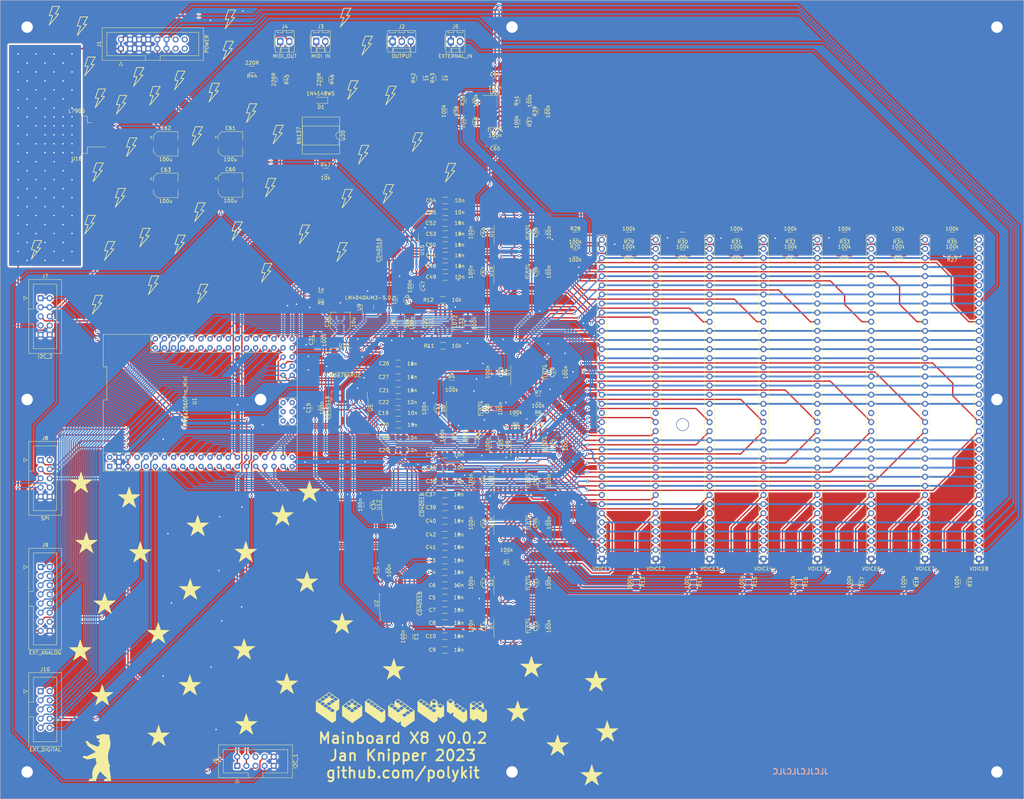
<source format=kicad_pcb>
(kicad_pcb (version 20221018) (generator pcbnew)
  (title_block (title "Polykit -X8 Mainboard") (date "2024-01-14") (rev "v0.0.2") (company "Jan Knipper") (comment 1 "github.com/polykit"))
  (layers (0 "F.Cu" signal) (31 "B.Cu" signal) (34 "B.Paste" user) (35 "F.Paste" user) (36 "B.SilkS" user "B.Silkscreen") (37 "F.SilkS" user "F.Silkscreen") (38 "B.Mask" user) (39 "F.Mask" user) (44 "Edge.Cuts" user))
  (net 0 "")
  (net 1 "Net-(D1-Pad1)")
  (net 2 "Net-(D1-Pad2)")
  (net 3 "GND")
  (net 4 "+12V")
  (net 5 "-12V")
  (net 6 "+5V")
  (net 7 "-5V")
  (net 8 "DAC_PWM")
  (net 9 "FM1")
  (net 10 "DAC_SSYNC")
  (net 11 "DAC_HSYNC")
  (net 12 "DAC_ADSR_A")
  (net 13 "DAC_ADSR_D")
  (net 14 "DAC_ADSR_S")
  (net 15 "DAC_ADSR_R")
  (net 16 "TRIG1")
  (net 17 "GATE1")
  (net 18 "/VOICES/VOICE1/ADSR_OUT")
  (net 19 "SW_SAW_ON")
  (net 20 "SW_TRIANGLE_ON")
  (net 21 "SW_EXTERNAL_ON")
  (net 22 "SW_FREQ_ADSR_NEG")
  (net 23 "SW_FREQ_ADSR")
  (net 24 "SW_RES_ADSR")
  (net 25 "SW_RES_ADSR_NEG")
  (net 26 "DAC_LEVEL1")
  (net 27 "DAC_LEVEL2")
  (net 28 "VCA1")
  (net 29 "DAC_PAN")
  (net 30 "EXTERNAL_IN")
  (net 31 "DAC_FREQ")
  (net 32 "DAC_RES")
  (net 33 "SW_FILTER_MODE_A")
  (net 34 "SW_FILTER_MODE_B")
  (net 35 "SW_FILTER_MODE_C")
  (net 36 "OUT_L1")
  (net 37 "OUT_R1")
  (net 38 "FM2")
  (net 39 "TRIG2")
  (net 40 "GATE2")
  (net 41 "/VOICES/VOICE2/ADSR_OUT")
  (net 42 "VCA2")
  (net 43 "OUT_L2")
  (net 44 "OUT_R2")
  (net 45 "FM3")
  (net 46 "TRIG3")
  (net 47 "GATE3")
  (net 48 "/VOICES/VOICE3/ADSR_OUT")
  (net 49 "VCA3")
  (net 50 "OUT_L3")
  (net 51 "OUT_R3")
  (net 52 "FM4")
  (net 53 "TRIG4")
  (net 54 "GATE4")
  (net 55 "/VOICES/VOICE4/ADSR_OUT")
  (net 56 "VCA4")
  (net 57 "OUT_L4")
  (net 58 "OUT_R4")
  (net 59 "FM8")
  (net 60 "TRIG5")
  (net 61 "GATE5")
  (net 62 "/VOICES/VOICE5/ADSR_OUT")
  (net 63 "VCA5")
  (net 64 "OUT_L5")
  (net 65 "OUT_R5")
  (net 66 "FM7")
  (net 67 "TRIG6")
  (net 68 "GATE6")
  (net 69 "/VOICES/VOICE6/ADSR_OUT")
  (net 70 "VCA6")
  (net 71 "OUT_L6")
  (net 72 "OUT_R6")
  (net 73 "FM6")
  (net 74 "TRIG7")
  (net 75 "GATE7")
  (net 76 "/VOICES/VOICE7/ADSR_OUT")
  (net 77 "VCA7")
  (net 78 "OUT_L7")
  (net 79 "OUT_R7")
  (net 80 "FM5")
  (net 81 "TRIG8")
  (net 82 "GATE8")
  (net 83 "/VOICES/VOICE8/ADSR_OUT")
  (net 84 "VCA8")
  (net 85 "OUT_L8")
  (net 86 "OUT_R8")
  (net 87 "I2C_SDA")
  (net 88 "I2C_SCL")
  (net 89 "MISO")
  (net 90 "MOSI")
  (net 91 "SCK")
  (net 92 "SS")
  (net 93 "D39")
  (net 94 "A4")
  (net 95 "A5")
  (net 96 "A6")
  (net 97 "A7")
  (net 98 "A9")
  (net 99 "A11")
  (net 100 "A13")
  (net 101 "A15")
  (net 102 "PITCH1")
  (net 103 "Net-(R2-Pad1)")
  (net 104 "Net-(R2-Pad2)")
  (net 105 "Net-(R3-Pad1)")
  (net 106 "Net-(R3-Pad2)")
  (net 107 "Net-(R4-Pad1)")
  (net 108 "Net-(R4-Pad2)")
  (net 109 "VREF_DAC")
  (net 110 "Net-(R11-Pad1)")
  (net 111 "Net-(R10-Pad2)")
  (net 112 "/DAC/DAC1")
  (net 113 "PITCH2")
  (net 114 "PITCH3")
  (net 115 "PITCH4")
  (net 116 "PITCH5")
  (net 117 "PITCH6")
  (net 118 "PITCH7")
  (net 119 "PITCH8")
  (net 120 "Net-(R20-Pad2)")
  (net 121 "Net-(R28-Pad2)")
  (net 122 "Net-(R36-Pad2)")
  (net 123 "Net-(R37-Pad2)")
  (net 124 "Net-(R38-Pad2)")
  (net 125 "Net-(R39-Pad2)")
  (net 126 "Net-(R40-Pad2)")
  (net 127 "Net-(R41-Pad2)")
  (net 128 "TX1")
  (net 129 "RX1")
  (net 130 "SH_VCA_A")
  (net 131 "SH_VCA_B")
  (net 132 "SH_FM_C")
  (net 133 "SH_FM_A")
  (net 134 "SH_FM_B")
  (net 135 "SH_PITCH_C")
  (net 136 "SH_PITCH_A")
  (net 137 "SH_PITCH_B")
  (net 143 "SH_VCA_C")
  (net 144 "SH_CV_B")
  (net 145 "SH_CV_A")
  (net 146 "SH_CV_C")
  (net 147 "/DAC/LDAC")
  (net 148 "/DAC/RESET")
  (net 155 "Net-(C7-Pad1)")
  (net 156 "Net-(C9-Pad1)")
  (net 157 "Net-(C10-Pad1)")
  (net 158 "Net-(C8-Pad1)")
  (net 159 "Net-(C6-Pad1)")
  (net 160 "Net-(C3-Pad1)")
  (net 161 "Net-(C4-Pad1)")
  (net 162 "Net-(C5-Pad1)")
  (net 163 "Net-(C26-Pad1)")
  (net 164 "Net-(C28-Pad1)")
  (net 165 "/DAC/DAC7")
  (net 166 "Net-(C29-Pad1)")
  (net 167 "Net-(U10-Pad1)")
  (net 168 "Net-(U10-Pad2)")
  (net 170 "/DAC/DAC4")
  (net 171 "/DAC/DAC3")
  (net 172 "Net-(C39-Pad1)")
  (net 173 "Net-(C41-Pad1)")
  (net 174 "Net-(C42-Pad1)")
  (net 175 "Net-(C40-Pad1)")
  (net 176 "Net-(C38-Pad1)")
  (net 177 "Net-(C35-Pad1)")
  (net 178 "Net-(C36-Pad1)")
  (net 179 "Net-(C37-Pad1)")
  (net 180 "Net-(C52-Pad1)")
  (net 181 "Net-(C54-Pad1)")
  (net 182 "Net-(C55-Pad1)")
  (net 183 "Net-(C53-Pad1)")
  (net 184 "Net-(C51-Pad1)")
  (net 185 "Net-(C48-Pad1)")
  (net 186 "Net-(C49-Pad1)")
  (net 187 "Net-(C50-Pad1)")
  (net 194 "Net-(J2-Pad2)")
  (net 195 "Net-(J2-Pad3)")
  (net 196 "Net-(J3-Pad2)")
  (net 197 "Net-(J4-Pad1)")
  (net 198 "Net-(J4-Pad2)")
  (net 199 "Net-(R1-Pad1)")
  (net 200 "Net-(R13-Pad1)")
  (net 201 "Net-(R14-Pad1)")
  (net 202 "Net-(R15-Pad1)")
  (net 203 "Net-(R16-Pad1)")
  (net 204 "Net-(R17-Pad1)")
  (net 205 "Net-(R18-Pad1)")
  (net 206 "Net-(R19-Pad1)")
  (net 207 "Net-(U7-Pad1)")
  (net 208 "Net-(C19-Pad1)")
  (net 209 "Net-(C20-Pad1)")
  (net 210 "Net-(C21-Pad1)")
  (net 211 "Net-(C22-Pad1)")
  (net 212 "Net-(C27-Pad1)")
  (net 213 "A0")
  (net 214 "A1")
  (net 215 "A2")
  (net 216 "A3")
  (net 217 "AREF")
  (net 218 "D22")
  (net 219 "D41")
  (net 220 "D33")
  (net 221 "D43")
  (net 222 "D35")
  (net 223 "D45")
  (net 224 "D37")
  (net 225 "RX0")
  (net 226 "TX0")
  (footprint "Resistor_SMD:R_1206_3216Metric_Pad1.30x1.75mm_HandSolder" (layer "F.Cu") (at 207.6 90.5)
    (fp_text reference "R20")
    (fp_text value "100k")
  )
  (footprint "Capacitor_SMD:C_1206_3216Metric_Pad1.33x1.80mm_HandSolder" (layer "F.Cu") (at 135.9 114.7 90)
    (fp_text reference "C31")
    (fp_text value "100n")
  )
  (footprint "Capacitor_SMD:C_1206_3216Metric_Pad1.33x1.80mm_HandSolder" (layer "F.Cu") (at 180.4 182.3 -90)
    (fp_text reference "C12")
    (fp_text value "100n")
  )
  (footprint "Polykit:star-silk" (layer "F.Cu") (at 102.5 166.3)
    (fp_text reference "G***" hide)
    (fp_text value "LOGO" hide)
  )
  (footprint "Connector_PinSocket_2.54mm:PinSocket_1x36_P2.54mm_Vertical" (layer "F.Cu") (at 230 175.63 180)
    (fp_text reference "VOICE2")
    (fp_text value "VOICE")
  )
  (footprint "Capacitor_SMD:C_1206_3216Metric_Pad1.33x1.80mm_HandSolder" (layer "F.Cu") (at 149.6 160.6 -90)
    (fp_text reference "C34")
    (fp_text value "100n")
  )
  (footprint "Capacitor_SMD:C_1206_3216Metric_Pad1.33x1.80mm_HandSolder" (layer "F.Cu") (at 161.5 197.3 -90)
    (fp_text reference "C1")
    (fp_text value "100n")
  )
  (footprint "Capacitor_SMD:C_1206_3216Metric_Pad1.33x1.80mm_HandSolder" (layer "F.Cu") (at 177.7 110 90)
    (fp_text reference "C33")
    (fp_text value "100n")
  )
  (footprint "Package_SO:SO-8_3.9x4.9mm_P1.27mm" (layer "F.Cu") (at 170.7 109.9 90)
    (fp_text reference "U11")
    (fp_text value "TL072")
  )
  (footprint "Resistor_SMD:R_1206_3216Metric_Pad1.30x1.75mm_HandSolder" (layer "F.Cu") (at 125.5 42.1 -90)
    (fp_text reference "R45")
    (fp_text value "220R")
  )
  (footprint "Resistor_SMD:R_1206_3216Metric_Pad1.30x1.75mm_HandSolder" (layer "F.Cu") (at 315.7 182.05 -90)
    (fp_text reference "R19")
    (fp_text value "100k")
  )
  (footprint "Connector_IDC:IDC-Header_2x08_P2.54mm_Vertical" (layer "F.Cu") (at 58.7475 177.91)
    (fp_text reference "J9")
    (fp_text value "EXT_ANALOG")
  )
  (footprint "Capacitor_SMD:C_1206_3216Metric_Pad1.33x1.80mm_HandSolder" (layer "F.Cu") (at 185.3 59.5 180)
    (fp_text reference "C65")
    (fp_text value "100n")
  )
  (footprint "Package_SO:SO-16_5.3x10.2mm_P1.27mm" (layer "F.Cu") (at 158.94 89.62 -90)
    (fp_text reference "U15")
    (fp_text value "CD4051B")
  )
  (footprint "Resistor_SMD:R_1206_3216Metric_Pad1.30x1.75mm_HandSolder" (layer "F.Cu") (at 282.55 90.5 180)
    (fp_text reference "R25")
    (fp_text value "100k")
  )
  (footprint "Polykit:blitz-silk-tiny" (layer "F.Cu") (at 156.3 46.6)
    (fp_text reference "G***" hide)
    (fp_text value "LOGO" hide)
  )
  (footprint "Capacitor_SMD:C_1206_3216Metric_Pad1.33x1.80mm_HandSolder" (layer "F.Cu") (at 153.9 178.9 90)
    (fp_text reference "C2")
    (fp_text value "100n")
  )
  (footprint "Resistor_SMD:R_1206_3216Metric_Pad1.30x1.75mm_HandSolder" (layer "F.Cu") (at 270 182.05 -90)
    (fp_text reference "R16")
    (fp_text value "100k")
  )
  (footprint "Capacitor_SMD:C_1206_3216Metric_Pad1.33x1.80mm_HandSolder" (layer "F.Cu") (at 158.3 132)
    (fp_text reference "C22")
    (fp_text value "10n")
  )
  (footprint "Connector_Molex:Molex_KK-254_AE-6410-02A_1x02_P2.54mm_Vertical" (layer "F.Cu") (at 172.98 31.5)
    (fp_text reference "J5")
    (fp_text value "EXTERNAL_IN")
  )
  (footprint "Connector_PinSocket_2.54mm:PinSocket_1x36_P2.54mm_Vertical" (layer "F.Cu") (at 290 175.63 180)
    (fp_text reference "VOICE6")
    (fp_text value "VOICE")
  )
  (footprint "Resistor_SMD:R_1206_3216Metric_Pad1.30x1.75mm_HandSolder" (layer "F.Cu") (at 207.65 85.5)
    (fp_text reference "R28")
    (fp_text value "100k")
  )
  (footprint "Polykit:blitz-silk-tiny" (layer "F.Cu") (at 172.9 68.1)
    (fp_text reference "G***" hide)
    (fp_text value "LOGO" hide)
  )
  (footprint "Polykit:blitz-silk-tiny" (layer "F.Cu") (at 124.9 57.5)
    (fp_text reference "G***" hide)
    (fp_text value "LOGO" hide)
  )
  (footprint "Package_SO:SO-16_5.3x10.2mm_P1.27mm" (layer "F.Cu") (at 144.7 133.6 -90)
    (fp_text reference "U5")
    (fp_text value "CD4051B")
  )
  (footprint "Capacitor_SMD:C_1206_3216Metric_Pad1.33x1.80mm_HandSolder" (layer "F.Cu") (at 171.3 146.6)
    (fp_text reference "C35")
    (fp_text value "10n")
  )
  (footprint "Polykit:blitz-silk-tiny" (layer "F.Cu") (at 145.7 45.1)
    (fp_text reference "G***" hide)
    (fp_text value "LOGO" hide)
  )
  (footprint "Polykit:star-silk" (layer "F.Cu") (at 91.6 224.8)
    (fp_text reference "G***" hide)
    (fp_text value "LOGO" hide)
  )
  (footprint "Polykit:blitz-silk-tiny" (layer "F.Cu") (at 149.7 32.7)
    (fp_text reference "G***" hide)
    (fp_text value "LOGO" hide)
  )
  (footprint "Capacitor_SMD:CP_Elec_6.3x7.7" (layer "F.Cu") (at 111.6 60)
    (fp_text reference "C61")
    (fp_text value "100u")
  )
  (footprint "Polykit:star-silk" (layer "F.Cu") (at 132.9 181.9)
    (fp_text reference "G***" hide)
    (fp_text value "LOGO" hide)
  )
  (footprint "Polykit:blitz-silk-tiny" (layer "F.Cu") (at 75.4 47.4)
    (fp_text reference "G***" hide)
    (fp_text value "LOGO" hide)
  )
  (footprint "Capacitor_SMD:C_1206_3216Metric_Pad1.33x1.80mm_HandSolder" (layer "F.Cu") (at 198.4025 84.715 90)
    (fp_text reference "C58")
    (fp_text value "100n")
  )
  (footprint "Package_SO:SO-14_3.9x8.65mm_P1.27mm" (layer "F.Cu") (at 185.3 51)
    (fp_text reference "U19")
    (fp_text value "TL074")
  )
  (footprint "Capacitor_SMD:CP_Elec_6.3x7.7" (layer "F.Cu") (at 93.6 71.6)
    (fp_text reference "C63")
    (fp_text value "100u")
  )
  (footprint "Polykit:blitz-silk-tiny" (layer "F.Cu") (at 72.5 82.6)
    (fp_text reference "G***" hide)
    (fp_text value "LOGO" hide)
  )
  (footprint "Polykit:logo-5cm" (layer "F.Cu") (at 159.2 217.7)
    (fp_text reference "G***" hide)
    (fp_text value "LOGO" hide)
  )
  (footprint "Connector_IDC:IDC-Header_2x05_P2.54mm_Vertical" (layer "F.Cu") (at 58.7475 148.13)
    (fp_text reference "J8")
    (fp_text value "SPI")
  )
  (footprint "aga:Mega2560Pro_Embed_RobotDyn" (layer "F.Cu") (at 128.8 114.32 90)
    (fp_text reference "U1")
    (fp_text value "Mega2560Pro_Mini")
  )
  (footprint "Polykit:blitz-silk-tiny" (layer "F.Cu") (at 144.119912 75.353318)
    (fp_text reference "G***" hide)
    (fp_text value "LOGO" hide)
  )
  (footprint "Capacitor_SMD:C_1206_3216Metric_Pad1.33x1.80mm_HandSolder" (layer "F.Cu") (at 171.2625 186.4)
    (fp_text reference "C5")
    (fp_text value "10n")
  )
  (footprint "Connector_IDC:IDC-Header_2x05_P2.54mm_Vertical" (layer "F.Cu") (at 58.7475 103.02)
    (fp_text reference "J7")
    (fp_text value "I2C_2")
  )
  (footprint "Capacitor_SMD:C_1206_3216Metric_Pad1.33x1.80mm_HandSolder" (layer "F.Cu") (at 180.4 194.4 -90)
    (fp_text reference "C14")
    (fp_text value "100n")
  )
  (footprint "Capacitor_SMD:C_1206_3216Metric_Pad1.33x1.80mm_HandSolder" (layer "F.Cu") (at 203.1 143.7 90)
    (fp_text reference "C24")
    (fp_text value "100n")
  )
  (footprint "Resistor_SMD:R_1206_3216Metric_Pad1.30x1.75mm_HandSolder" (layer "F.Cu") (at 252.5 85.5 180)
    (fp_text reference "R31")
    (fp_text value "100k")
  )
  (footprint "Polykit:blitz-silk-tiny" (layer "F.Cu") (at 86.1 41.4)
    (fp_text reference "G***" hide)
    (fp_text value "LOGO" hide)
  )
  (footprint "Polykit:blitz-silk-tiny" (layer "F.Cu") (at 81 75.1)
    (fp_text reference "G***" hide)
    (fp_text value "LOGO" hide)
  )
  (footprint "Resistor_SMD:R_1206_3216Metric_Pad1.30x1.75mm_HandSolder" (layer "F.Cu") (at 170.7 103.5 180)
    (fp_text reference "R12")
    (fp_text value "10k")
  )
  (footprint "Resistor_SMD:R_1206_3216Metric_Pad1.30x1.75mm_HandSolder" (layer "F.Cu") (at 267.55 90.5 180)
    (fp_text reference "R24")
    (fp_text value "100k")
  )
  (footprint "Capacitor_SMD:C_1206_3216Metric_Pad1.33x1.80mm_HandSolder" (layer "F.Cu") (at 180.4 153.7 -90)
    (fp_text reference "C44")
    (fp_text value "100n")
  )
  (footprint "Package_SO:SO-16_5.3x10.2mm_P1.27mm" (layer "F.Cu") (at 158.3 188.1 90)
    (fp_text reference "U2")
    (fp_text value "CD4051B")
  )
  (footprint "Capacitor_SMD:C_1206_3216Metric_Pad1.33x1.80mm_HandSolder" (layer "F.Cu") (at 180.4 165.7 -90)
    (fp_text reference "C46")
    (fp_text value "100n")
  )
  (footprint "Polykit:star-silk" (layer "F.Cu") (at 212.2 235.8)
    (fp_text reference "G***" hide)
    (fp_text value "LOGO" hide)
  )
  (footprint "Capacitor_SMD:C_1206_3216Metric_Pad1.33x1.80mm_HandSolder" (layer "F.Cu") (at 171.44 94.1)
    (fp_text reference "C48")
    (fp_text value "10n")
  )
  (footprint "Polykit:star-silk" (layer "F.Cu") (at 86.5 173.7)
    (fp_text reference "G***" hide)
    (fp_text value "LOGO" hide)
  )
  (footprint "Package_SO:SO-14_3.9x8.65mm_P1.27mm" (layer "F.Cu") (at 189.4 182.3 90)
    (fp_text reference "U3")
    (fp_text value "TL074")
  )
  (footprint "Capacitor_SMD:C_1206_3216Metric_Pad1.33x1.80mm_HandSolder" (layer "F.Cu") (at 171.3 197.2)
    (fp_text reference "C10")
    (fp_text value "10n")
  )
  (footprint "Polykit:blitz-silk-tiny" (layer "F.Cu") (at 163.7 59.6)
    (fp_text reference "G***" hide)
    (fp_text value "LOGO" hide)
  )
  (footprint "Capacitor_SMD:C_1206_3216Metric_Pad1.33x1.80mm_HandSolder" (layer "F.Cu") (at 171.44 85.12)
    (fp_text reference "C53")
    (fp_text value "10n")
  )
  (footprint "Polykit:star-silk" (layer "F.Cu") (at 195.4 205.6)
    (fp_text reference "G***" hide)
    (fp_text value "LOGO" hide)
  )
  (footprint "Package_DIP:DIP-8_W7.62mm_SMDSocket_SmallPads" (layer "F.Cu") (at 136.8 57.7 -90)
    (fp_text reference "U20")
    (fp_text value "6N137")
  )
  (footprint "Polykit:star-silk" (layer "F.Cu") (at 191.6 218)
    (fp_text reference "G***" hide)
    (fp_text value "LOGO" hide)
  )
  (footprint "Resistor_SMD:R_1206_3216Metric_Pad1.30x1.75mm_HandSolder" (layer "F.Cu") (at 159 103.5 90)
    (fp_text reference "R10")
    (fp_text value "10k")
  )
  (footprint "Polykit:blitz-silk-tiny" (layer "F.Cu") (at 87.8 86.2)
    (fp_text reference "G***" hide)
    (fp_text value "LOGO" hide)
  )
  (footprint "Resistor_SMD:R_1206_3216Metric_Pad1.30x1.75mm_HandSolder" (layer "F.Cu") (at 224.6 182.05 -90)
    (fp_text reference "R13")
    (fp_text value "100k")
  )
  (footprint "Capacitor_SMD:C_1206_3216Metric_Pad1.33x1.80mm_HandSolder" (layer "F.Cu") (at 171.3 168.9)
    (fp_text reference "C42")
    (fp_text value "10n")
  )
  (footprint "Capacitor_SMD:C_1206_3216Metric_Pad1.33x1.80mm_HandSolder" (layer "F.Cu") (at 180.3625 95.695 -90)
    (fp_text reference "C57")
    (fp_text value "100n")
  )
  (footprint "Polykit:star-silk" (layer "F.Cu") (at 202.7 227.5)
    (fp_text reference "G***" hide)
    (fp_text value "LOGO" hide)
  )
  (footprint "Polykit:blitz-silk-tiny" (layer "F.Cu") (at 90.6 46.7)
    (fp_text reference "G***" hide)
    (fp_text value "LOGO" hide)
  )
  (footprint "Capacitor_SMD:C_1206_3216Metric_Pad1.33x1.80mm_HandSolder" (layer "F.Cu") (at 158.3 135)
    (fp_text reference "C19")
    (fp_text value "10n")
  )
  (footprint "Capacitor_SMD:C_1206_3216Metric_Pad1.33x1.80mm_HandSolder" (layer "F.Cu") (at 164 110 -90)
    (fp_text reference "C32")
    (fp_text value "100n")
  )
  (footprint "Polykit:blitz-silk-tiny" (layer "F.Cu") (at 121.7 96)
    (fp_text reference "G***" hide)
    (fp_text value "LOGO" hide)
  )
  (footprint "Capacitor_SMD:C_1206_3216Metric_Pad1.33x1.80mm_HandSolder" (layer "F.Cu") (at 171.44 97.12)
    (fp_text reference "C49")
    (fp_text value "10n")
  )
  (footprint "Connector_Molex:Molex_KK-254_AE-6410-02A_1x02_P2.54mm_Vertical" (layer "F.Cu") (at 125.46 31.5)
    (fp_text reference "J4")
    (fp_text value "MIDI_OUT")
  )
  (footprint "Capacitor_SMD:C_1206_3216Metric_Pad1.33x1.80mm_HandSolder" (layer "F.Cu") (at 158.3 121.2)
    (fp_text reference "C26")
    (fp_text value "10n")
  )
  (footprint "Polykit:blitz-silk-tiny" (layer "F.Cu") (at 78 89.9)
    (fp_text reference "G***" hide)
    (fp_text value "LOGO" hide)
  )
  (footprint "Capacitor_SMD:C_1206_3216Metric_Pad1.33x1.80mm_HandSolder" (layer "F.Cu") (at 184.9 133.775 90)
    (fp_text reference "C16")
    (fp_text value "100n")
  )
  (footprint "Capacitor_SMD:C_1206_3216Metric_Pad1.33x1.80mm_HandSolder" (layer "F.Cu") (at 158.3 128.7)
    (fp_text reference "C21")
    (fp_text value "10n")
  )
  (footprint "Resistor_SMD:R_1206_3216Metric_Pad1.30x1.75mm_HandSolder" (layer "F.Cu") (at 172.4 141.3 -90)
    (fp_text reference "R2")
    (fp_text value "100k")
  )
  (footprint "Resistor_SMD:R_1206_3216Metric_Pad1.30x1.75mm_HandSolder" (layer "F.Cu") (at 170.8 116.3 180)
    (fp_text reference "R11")
    (fp_text value "10k")
  )
  (footprint "Resistor_SMD:R_1206_3216Metric_Pad1.30x1.75mm_HandSolder" (layer "F.Cu") (at 222.55 85.5 180)
    (fp_text reference "R29")
    (fp_text value "100k")
  )
  (footprint "Connector_IDC:IDC-Header_2x08_P2.54mm_Vertical" (layer "F.Cu") (at 81.11 33.485 90)
    (fp_text reference "J1")
    (fp_text value "POWER")
  )
  (footprint "Resistor_SMD:R_1206_3216Metric_Pad1.30x1.75mm_HandSolder" (layer "F.Cu") (at 312.5 85.5 180)
    (fp_text reference "R35")
    (fp_text value "100k")
  )
  (footprint "Resistor_SMD:R_1206_3216Metric_Pad1.30x1.75mm_HandSolder" (layer "F.Cu") (at 172.8 50.9 -90)
    (fp_text reference "R38")
    (fp_text value "100k")
  )
  (footprint "Package_SO:SO-14_3.9x8.65mm_P1.27mm" (layer "F.Cu") (at 189.4 95.6 90)
    (fp_text reference "U16")
    (fp_text value "TL074")
  )
  (footprint "Capacitor_SMD:C_1206_3216Metric_Pad1.33x1.80mm_HandSolder" (layer "F.Cu") (at 171.3 165.1)
    (fp_text reference "C40")
    (fp_text value "10n")
  )
  (footprint "Capacitor_SMD:C_1206_3216Metric_Pad1.33x1.80mm_HandSolder" (layer "F.Cu") (at 198.4 95.695 90)
    (fp_text reference "C56")
    (fp_text value "100n")
  )
  (footprint "Package_SO:SO-14_3.9x8.65mm_P1.27mm" (layer "F.Cu") (at 194.1 123.675 90)
    (fp_text reference "U7")
    (fp_text value "TL074")
  )
  (footprint "Polykit:blitz-silk-tiny" (layer "F.Cu") (at 103.9 101.8)
    (fp_text reference "G***" hide)
    (fp_text value "LOGO" hide)
  )
  (footprint "Polykit:blitz-silk-tiny" (layer "F.Cu") (at 111 34.1)
    (fp_text reference "G***" hide)
    (fp_text value "LOGO" hide)
  )
  (footprint "Connector_Molex:Molex_KK-254_AE-6410-03A_1x03_P2.54mm_Vertical" (layer "F.Cu") (at 156.75 31.5)
    (fp_text reference "J2")
    (fp_text value "OUTPUT")
  )
  (footprint "Polykit:blitz-silk-tiny" (layer "F.Cu") (at 62.6 24.4)
    (fp_text reference "G***" hide)
    (fp_text value "LOGO" hide)
  )
  (footprint "Polykit:blitz-silk-tiny" (layer "F.Cu") (at 111.6 25.4)
    (fp_text reference "G***" hide)
    (fp_text value "LOGO" hide)
  )
  (footprint "Capacitor_SMD:C_1206_3216Metric_Pad1.33x1.80mm_HandSolder" (layer "F.Cu") (at 171.44 91.12)
    (fp_text reference "C51")
    (fp_text value "10n")
  )
  (footprint "Resistor_SMD:R_1206_3216Metric_Pad1.30x1.75mm_HandSolder" (layer "F.Cu") (at 178.1 48 90)
    (fp_text reference "R36")
    (fp_text value "100k")
  )
  (footprint "Capacitor_SMD:C_1206_3216Metric_Pad1.33x1.80mm_HandSolder" (layer "F.Cu") (at 171.3 150.2)
    (fp_text reference "C36")
    (fp_text value "10n")
  )
  (footprint "Polykit:blitz-silk-tiny" (layer "F.Cu") (at 142.7 90.2)
    (fp_text reference "G***" hide)
    (fp_text value "LOGO" hide)
  )
  (footprint "Polykit:star-silk" (layer "F.Cu") (at 83.4 158.4)
    (fp_text reference "G***" hide)
    (fp_text value "LOGO" hide)
  )
  (footprint "Capacitor_SMD:C_1206_3216Metric_Pad1.33x1.80mm_HandSolder" (layer "F.Cu") (at 185.1 143.7 -90)
    (fp_text reference "C25")
    (fp_text value "100n")
  )
  (footprint "Diode_SMD:D_SOD-323_HandSoldering" (layer "F.Cu") (at 136.8 47.9 180)
    (fp_text reference "D1")
    (fp_text value "1N4148WS")
  )
  (footprint "Resistor_SMD:R_1206_3216Metric_Pad1.30x1.75mm_HandSolder" (layer "F.Cu") (at 169.7 41.7 90)
    (fp_text reference "R43")
    (fp_text value "1k")
  )
  (footprint "Connector_IDC:IDC-Header_2x05_P2.54mm_Vertical" (layer "F.Cu") (at 113.5 233.3 90)
    (fp_text reference "J6")
    (fp_text value "I2C_1")
  )
  (footprint "Polykit:star-silk" (layer "F.Cu") (at 115.4 200.7)
    (fp_text reference "G***" hide)
    (fp_text value "LOGO" hide)
  )
  (footprint "Resistor_SMD:R_1206_3216Metric_Pad1.30x1.75mm_HandSolder" (layer "F.Cu") (at 193.1 53.9 -90)
    (fp_text reference "R37")
    (fp_text value "100k")
  )
  (footprint "Resistor_SMD:R_1206_3216Metric_Pad1.30x1.75mm_HandSolder" (layer "F.Cu") (at 297.5 85.5 180)
    (fp_text reference "R34")
    (fp_text value "100k")
  )
  (footprint "Capacitor_SMD:C_1206_3216Metric_Pad1.33x1.80mm_HandSolder" (layer "F.Cu") (at 171.3 193.5)
    (fp_text reference "C8")
    (fp_text value "10n")
  )
  (footprint "Capacitor_SMD:C_1206_3216Metric_Pad1.33x1.80mm_HandSolder" (layer "F.Cu") (at 163.4 99.7 -90)
    (fp_text reference "C47")
    (fp_text value "100n")
  )
  (footprint "Polykit:blitz-silk-tiny" (layer "F.Cu") (at 117.5 51.5)
    (fp_text reference "G***" hide)
    (fp_text value "LOGO" hide)
  )
  (footprint "Capacitor_SMD:C_1206_3216Metric_Pad1.33x1.80mm_HandSolder" (layer "F.Cu") (at 167.4 133.7 -90)
    (fp_text reference "C17")
    (fp_text value "100n")
  )
  (footprint "Resistor_SMD:R_1206_3216Metric_Pad1.30x1.75mm_HandSolder" (layer "F.Cu") (at 255.8 182.05 -90)
    (fp_text reference "R15")
    (fp_text value "100k")
  )
  (footprint "Capacitor_SMD:C_1206_3216Metric_Pad1.33x1.80mm_HandSolder" (layer "F.Cu") (at 198.4 153.8 90)
    (fp_text reference "C43")
    (fp_text value "100n")
  )
  (footprint "Capacitor_SMD:CP_Elec_5x5.9" (layer "F.Cu") (at 142.2 109.7 90)
    (fp_text reference "C30")
    (fp_text value "10u")
  )
  (footprint "Polykit:blitz-silk-tiny" (layer "F.Cu") (at 148.7 63.1)
    (fp_text reference "G***" hide)
    (fp_text value "LOGO" hide)
  )
  (footprint "Connector_PinSocket_2.54mm:PinSocket_1x36_P2.54mm_Vertical" (layer "F.Cu") (at 245 175.63 180)
    (fp_text reference "VOICE3")
    (fp_text value "VOICE")
  )
  (footprint "Capacitor_SMD:C_1206_3216Metric_Pad1.33x1.80mm_HandSolder" (layer "F.Cu") (at 198.4 194.4 90)
    (fp_text reference "C13")
    (fp_text value "100n")
  )
  (footprint "Polykit:blitz-silk-tiny" (layer "F.Cu") (at 84.1 61)
    (fp_text reference "G***" hide)
    (fp_text value "LOGO" hide)
  )
  (footprint "Capacitor_SMD:C_1206_3216Metric_Pad1.33x1.80mm_HandSolder" (layer "F.Cu") (at 185.3 42.5)
    (fp_text reference "C64")
    (fp_text value "100n")
  )
  (footprint "Polykit:blitz-silk-tiny" (layer "F.Cu") (at 102.4 57.9)
    (fp_text reference "G***" hide)
    (fp_text value "LOGO" hide)
  )
  (footprint "Package_TO_SOT_SMD:TO-263-2" (layer "F.Cu") (at 68.8 57.5 180)
    (fp_text reference "U18")
    (fp_text value "L7905")
  )
  (footprint "Package_SO:SO-14_3.9x8.65mm_P1.27mm" (layer "F.Cu") (at 189.4 153.9 90)
    (fp_text reference "U13")
    (fp_text value "TL074")
  )
  (footprint "Resistor_SMD:R_1206_3216Metric_Pad1.30x1.75mm_HandSolder" (layer "F.Cu") (at 138.1 67.7)
    (fp_text reference "R47")
    (fp_text value "10k")
  )
  (footprint "Package_SO:SO-14_3.9x8.65mm_P1.27mm" (layer "F.Cu") (at 189.4 165.5 90)
    (fp_text reference "U14")
    (fp_text value "TL074")
  )
  (footprint "Resistor_SMD:R_1206_3216Metric_Pad1.30x1.75mm_HandSolder" (layer "F.Cu") (at 136.8 102.4)
    (fp_text reference "R8")
    (fp_text value "1k")
  )
  (footprint "Capacitor_SMD:C_1206_3216Metric_Pad1.33x1.80mm_HandSolder" (layer "F.Cu") (at 135.2 133.6 90)
    (fp_text reference "C15")
    (fp_text value "100n")
  )
  (footprint "Polykit:star-silk" (layer "F.Cu") (at 91.5 196.2)
    (fp_text reference "G***" hide)
    (fp_text value "LOGO" hide)
  )
  (footprint "Capacitor_SMD:C_1206_3216Metric_Pad1.33x1.80mm_HandSolder" (layer "F.Cu") (at 171.3 176.1)
    (fp_text reference "C3")
    (fp_text value "10n")
  )
  (footprint "Capacitor_SMD:C_1206_3216Metric_Pad1.33x1.80mm_HandSolder" (layer "F.Cu") (at 171.3 157.7)
    (fp_text reference "C37")
    (fp_text value "10n")
  )
  (footprint "Resistor_SMD:R_1206_3216Metric_Pad1.30x1.75mm_HandSolder" (layer "F.Cu") (at 197.3 136.675)
    (fp_text reference "R6")
    (fp_text value "100k")
  )
  (footprint "Polykit:star-silk" (layer "F.Cu") (at 100.4 184)
    (fp_text reference "G***" hide)
    (fp_text value "LOGO" hide)
  )
  (footprint "Polykit:blitz-silk-tiny" (layer "F.Cu") (at 107.1 45.8)
    (fp_text reference "G***" hide)
    (fp_text value "LOGO" hide)
  )
  (footprint "Resistor_SMD:R_1206_3216Metric_Pad1.30x1.75mm_HandSolder" (layer "F.Cu") (at 252.5 90.5 180)
    (fp_text reference "R23")
    (fp_text value "100k")
  )
  (footprint "Package_SO:SO-14_3.9x8.65mm_P1.27mm" (layer "F.Cu") (at 189.44 84.62 90)
    (fp_text reference "U17")
    (fp_text value "TL074")
  )
  (footprint "Polykit:blitz-silk-tiny" (layer "F.Cu") (at 81.3 49.2)
    (fp_text reference "G***" hide)
    (fp_text value "LOGO" hide)
  )
  (footprint "Polykit:blitz-silk-tiny" (layer "F.Cu") (at 143.7 24.9)
    (fp_text reference "G***" hide)
    (fp_text value "LOGO" hide)
  )
  (footprint "Polykit:blitz-silk-tiny" (layer "F.Cu") (at 90.2 99.5)
    (fp_text reference "G***" hide)
    (fp_text value "LOGO" hide)
  )
  (footprint "Resistor_SMD:R_1206_3216Metric_Pad1.30x1.75mm_HandSolder" (layer "F.Cu") (at 164.35 41.7 90)
    (fp_text reference "R42")
    (fp_text value "1k")
  )
  (footprint "Polykit:star-silk" (layer "F.Cu") (at 115.9 173.6)
    (fp_text reference "G***" hide)
    (fp_text value "LOGO" hide)
  )
  (footprint "Polykit:blitz-silk-tiny" (layer "F.Cu") (at 74.8 68)
    (fp_text reference "G***" hide)
    (fp_text value "LOGO" hide)
  )
  (footprint "Capacitor_SMD:C_1206_3216Metric_Pad1.33x1.80mm_HandSolder" (layer "F.Cu") (at 171.4 82.1)
    (fp_text reference "C52")
    (fp_text value "10n")
  )
  (footprint "Resistor_SMD:R_1206_3216Metric_Pad1.30x1.75mm_HandSolder" (layer "F.Cu") (at 178.7 141.275 -90)
    (fp_text reference "R3")
    (fp_text value "100k")
  )
  (footprint "Resistor_SMD:R_1206_3216Metric_Pad1.30x1.75mm_HandSolder" (layer "F.Cu") (at 237.5 90.5 180)
    (fp_text reference "R22")
    (fp_text value "100k")
  )
  (footprint "Capacitor_SMD:C_1206_3216Metric_Pad1.33x1.80mm_HandSolder" (layer "F.Cu") (at 203.1 123.675 90)
    (fp_text reference "C18")
    (fp_text value "100n")
  )
  (footprint "Capacitor_SMD:CP_Elec_6.3x7.7" (layer "F.Cu") (at 93.6 60)
    (fp_text reference "C62")
    (fp_text value "100u")
  )
  (footprint "Polykit:star-silk" (layer "F.Cu") (at 213.4 209.6)
    (fp_text reference "G***" hide)
    (fp_text value "LOGO" hide)
  )
  (footprint "Capacitor_SMD:CP_Elec_6.3x7.7" (layer "F.Cu") (at 111.6 71.5)
    (fp_text reference "C60")
    (fp_text value "100u")
  )
  (footprint "Capacitor_SMD:C_1206_3216Metric_Pad1.33x1.80mm_HandSolder" (layer "F.Cu") (at 158.3 125)
    (fp_text reference "C27")
    (fp_text value "10n")
  )
  (footprint "Resistor_SMD:R_1206_3216Metric_Pad1.30x1.75mm_HandSolder" (layer "F.Cu") (at 240.5 182.05 -90)
    (fp_text reference "R14")
    (fp_text value "100k")
  )
  (footprint "Resistor_SMD:R_1206_3216Metric_Pad1.30x1.75mm_HandSolder" (layer "F.Cu") (at 117.6 39.3 180)
    (fp_text reference "R44")
    (fp_text value "220R")
  )
  (footprint "Polykit:blitz-silk-tiny" (layer "F.Cu") (at 113.5 84.4)
    (fp_text reference "G***" hide)
    (fp_text value "LOGO" hide)
  )
  (footprint "Package_SO:SO-14_3.9x8.65mm_P1.27mm" (layer "F.Cu") (at 189.4 194.3 90)
    (fp_text reference "U4")
    (fp_text value "TL074")
  )
  (footprint "Polykit:star-silk" (layer "F.Cu") (at 133.6 156.8)
    (fp_text reference "G***" hide)
    (fp_text value "LOGO" hide)
  )
  (footprint "Capacitor_SMD:C_1206_3216Metric_Pad1.33x1.80mm_HandSolder" (layer "F.Cu") (at 198.4 165.6 90)
    (fp_text reference "C45")
    (fp_text value "100n")
  )
  (footprint "Connector_Molex:Molex_KK-254_AE-6410-02A_1x02_P2.54mm_Vertical" (layer "F.Cu") (at 135.48 31.5)
    (fp_text reference "J3")
    (fp_text value "MIDI IN")
  )
  (footprint "Polykit:blitz-silk-tiny" (layer "F.Cu") (at 122.8 72.3)
    (fp_text reference "G***" hide)
    (fp_text value "LOGO" hide)
  )
  (footprint "Resistor_SMD:R_1206_3216Metric_Pad1.30x1.75mm_HandSolder" (layer "F.Cu") (at 285.7 182.05 -90)
    (fp_text reference "R17")
    (fp_text value "100k")
  )
  (footprint "Resistor_SMD:R_1206_3216Metric_Pad1.30x1.75mm_HandSolder" (layer "F.Cu") (at 237.5 85.5 180)
    (fp_text reference "R30")
    (fp_text value "100k")
  )
  (footprint "Resistor_SMD:R_1206_3216Metric_Pad1.30x1.75mm_HandSolder" (layer "F.Cu") (at 267.5 85.5 180)
    (fp_text reference "R32")
    (fp_text value "100k")
  )
  (footprint "Resistor_SMD:R_1206_3216Metric_Pad1.30x1.75mm_HandSolder" (layer "F.Cu") (at 282.55 85.5 180)
    (fp_text reference "R33")
    (fp_text value "100k")
  )
  (footprint "Connector_PinSocket_2.54mm:PinSocket_1x36_P2.54mm_Vertical" (layer "F.Cu") (at 275 175.63 180)
    (fp_text reference "VOICE5")
    (fp_text value "VOICE")
  )
  (footprint "Polykit:bär" (layer "F.Cu") (at 74.582505 231.079988)
    (fp_text reference "G***" hide)
    (fp_text value "LOGO" hide)
  )
  (footprint "Polykit:star-silk" (layer "F.Cu") (at 76.6 188)
    (fp_text reference "G***" hide)
    (fp_text value "LOGO" hide)
  )
  (footprint "Polykit:star-silk" (layer "F.Cu") (at 157.1 206.3)
    (fp_text reference "G***" hide)
    (fp_text value "LOGO" hide)
  )
  (footprint "Capacitor_SMD:C_1206_3216Metric_Pad1.33x1.80mm_HandSolder" (layer "F.Cu") (at 171.44 79.12)
    (fp_text reference "C55")
    (fp_text value "10n")
  )
  (footprint "Capacitor_SMD:C_1206_3216Metric_Pad1.33x1.80mm_HandSolder" (layer "F.Cu") (at 171.3 172.4)
    (fp_text reference "C41")
    (fp_text value "10n")
  )
  (footprint "Resistor_SMD:R_1206_3216Metric_Pad1.30x1.75mm_HandSolder" (layer "F.Cu") (at 173.2 126.775)
    (fp_text reference "R4")
    (fp_text value "100k")
  )
  (footprint "Resistor_SMD:R_1206_3216Metric_Pad1.30x1.75mm_HandSolder" (layer "F.Cu") (at 312.55 90.5 180)
    (fp_text reference "R27")
    (fp_text value "100k")
  )
  (footprint "Capacitor_SMD:C_1206_3216Metric_Pad1.33x1.80mm_HandSolder" (layer "F.Cu") (at 158.3 141.875)
    (fp_text reference "C28")
    (fp_text value "10n")
  )
  (footprint "Capacitor_SMD:C_1206_3216Metric_Pad1.33x1.80mm_HandSolder" (layer "F.Cu") (at 171.3 201)
    (fp_text reference "C9")
    (fp_text value "10n")
  )
  (footprint "Polykit:blitz-silk-tiny" (layer "F.Cu") (at 74.6 104.9)
    (fp_text reference "G***" hide)
    (fp_text value "LOGO" hide)
  )
  (footprint "Capacitor_SMD:C_1206_3216Metric_Pad1.33x1.80mm_HandSolder" (layer "F.Cu") (at 185.1 123.6 -90)
    (fp_text reference "C23")
    (fp_text value "100n")
  )
  (footprint "Polykit:star-silk" (layer "F.Cu") (at 116 221.6)
    (fp_text reference "G***" hide)
    (fp_text value "LOGO" hide)
  )
  (footprint "Resistor_SMD:R_1206_3216Metric_Pad1.30x1.75mm_HandSolder" (layer "F.Cu") (at 300.8 182.05 -90)
    (fp_text reference "R18")
    (fp_text value "100k")
  )
  (footprint "Resistor_SMD:R_1206_3216Metric_Pad1.30x1.75mm_HandSolder" (layer "F.Cu") (at 191 136.675 180)
    (fp_text reference "R5")
    (fp_text value "100k")
  )
  (footprint "Capacitor_SMD:C_1206_3216Metric_Pad1.33x1.80mm_HandSolder" (layer "F.Cu") (at 158.3 145.375)
    (fp_text reference "C29")
    (fp_text value "10n")
  )
  (footprint "Polykit:blitz-silk-tiny" (layer "F.Cu") (at 70.4 27.3)
    (fp_text reference "G***" hide)
    (fp_text value "LOGO" hide)
  )
  (footprint "Resistor_SMD:R_1206_3216Metric_Pad1.30x1.75mm_HandSolder" (layer "F.Cu") (at 198.2 51 90)
    (fp_text reference "R39")
    (fp_text value "100k")
  )
  (footprint "Connector_PinSocket_2.54mm:PinSocket_1x36_P2.54mm_Vertical" (layer "F.Cu") (at 320 175.63 180)
    (fp_text reference "VOICE8")
    (fp_text value "VOICE")
  )
  (footprint "Package_SO:TSSOP-20_4.4x6.5mm_P0.65mm" (layer "F.Cu") (at 143.2 120.3)
    (fp_text reference "U10")
    (fp_text value "AD5676ARUZ")
  )
  (footprint "Capacitor_SMD:C_1206_3216Metric_Pad1.33x1.80mm_HandSolder" (layer "F.Cu") (at 171.44 75.8)
    (fp_text reference "C54")
    (fp_text value "10n")
  )
  (footprint "Package_SO:SO-14_3.9x8.65mm_P1.27mm" (layer "F.Cu") (at 176.2 133.775 90)
    (fp_text reference "U6")
    (fp_text value "TL074")
  )
  (footprint "Polykit:star-silk" (layer "F.Cu") (at 69.8 201)
    (fp_text reference "G***" hide)
    (fp_text value "LOGO" hide)
  )
  (footprint "Connector_IDC:IDC-Header_2x05_P2.54mm_Vertical" (layer "F.Cu") (at 58.7475 212.52)
    (fp_text reference "J10")
    (fp_text value "EXT_DIGITAL")
  )
  (footprint "Polykit:blitz-silk-tiny" (layer "F.Cu") (at 155.6 74)
    (fp_text reference "G***" hide)
    (fp_text value "LOGO" hide)
  )
  (footprint "Polykit:blitz-silk-tiny" (layer "F.Cu") (at 72.5 38.5)
    (fp_text reference "G***" hide)
    (fp_text value "LOGO" hide)
  )
  (footprint "Capacitor_SMD:C_1206_3216Metric_Pad1.33x1.80mm_HandSolder" (layer "F.Cu") (at 171.3 183)
    (fp_text reference "C6")
    (fp_text value "10n")
  )
  (footprint "Polykit:blitz-silk-tiny" (layer "F.Cu") (at 132.2 85.3)
    (fp_text reference "G***" hide)
    (fp_text value "LOGO" hide)
  )
  (footprint "Connector_PinSocket_2.54mm:PinSocket_1x36_P2.54mm_Vertical" (layer "F.Cu") (at 260 175.63 180)
    (fp_text reference "VOICE4")
    (fp_text value "VOICE")
  )
  (footprint "Polykit:star-silk" (layer "F.Cu") (at 70 154.3)
    (fp_text reference "G***" hide)
    (fp_text value "LOGO" hide)
  )
  (footprint "Polykit:star-silk" (layer "F.Cu") (at 100.3 210.7)
    (fp_text reference "G***" hide)
    (fp_text value "LOGO" hide)
  )
  (footprint "Capacitor_SMD:C_1206_3216Metric_Pad1.33x1.80mm_HandSolder" (layer "F.Cu") (at 171.4 88.2)
    (fp_text reference "C50")
    (fp_text value "10n")
  )
  (footprint "Resistor_SMD:R_1206_3216Metric_Pad1.30x1.75mm_HandSolder" (layer "F.Cu") (at 188.5 175 180)
    (fp_text reference "R1")
    (fp_text value "100k")
  )
  (footprint "Resistor_SMD:R_1206_3216Metric_Pad1.30x1.75mm_HandSolder" (layer "F.Cu") (at 138.1 42.1 -90)
    (fp_text reference "R46")
    (fp_text value "220R")
  )
  (footprint "Capacitor_SMD:C_1206_3216Metric_Pad1.33x1.80mm_HandSolder" (layer "F.Cu") (at 171.3 179.4)
    (fp_text reference "C4")
    (fp_text value "10n")
  )
  (footprint "Polykit:star-silk" (layer "F.Cu") (at 216.5 223.6)
    (fp_text reference "G***" hide)
    (fp_text value "LOGO" hide)
  )
  (footprint "Polykit:star-silk" (layer "F.Cu") (at 126.1 163.4)
    (fp_text reference "G***" hide)
    (fp_text value "LOGO" hide)
  )
  (footprint "Polykit:blitz-silk-tiny" (layer "F.Cu") (at 103.1 79.1)
    (fp_text reference "G***" hide)
    (fp_text value "LOGO" hide)
  )
  (footprint "Package_TO_SOT_SMD:SOT-23" (layer "F.Cu") (at 149.9 105.5 90)
    (fp_text reference "U9")
    (fp_text value "LM4040AIM3-5.0")
  )
  (footprint "Package_SO:SO-14_3.9x8.65mm_P1.27mm" (layer "F.Cu") (at 194.1 143.675 90)
    (fp_text reference "U8")
    (fp_text value "TL074")
  )
  (footprint "Capacitor_SMD:C_1206_3216Metric_Pad1.33x1.80mm_HandSolder" (layer "F.Cu") (at 171.3 161.3)
    (fp_text reference "C39")
    (fp_text value "10n")
  )
  (footprint "Resistor_SMD:R_1206_3216Metric_Pad1.30x1.75mm_HandSolder" (layer "F.Cu") (at 197.3 131.175)
    (fp_text reference "R7")
    (fp_text value "100k")
  )
  (footprint "Polykit:star-silk" (layer "F.Cu") (at 142.7 193.5)
    (fp_text reference "G***" hide)
    (fp_text value "LOGO" hide)
  )
  (footprint "Connector_PinSocket_2.54mm:PinSocket_1x36_P2.54mm_Vertical" (layer "F.Cu") (at 215 175.63 180)
    (fp_text reference "VOICE1")
    (fp_text value "VOICE")
  )
  (footprint "Capacitor_SMD:C_1206_3216Metric_Pad1.33x1.80mm_HandSolder" (layer "F.Cu") (at 171.3 189.9)
    (fp_text reference "C7")
    (fp_text value "10n")
  )
  (footprint "Capacitor_SMD:C_1206_3216Metric_Pad1.33x1.80mm_HandSolder" (layer "F.Cu") (at 171.3 154)
    (fp_text reference "C38")
    (fp_text value "10n")
  )
  (footprint "Polykit:star-silk" (layer "F.Cu") (at 127.3 210.3)
    (fp_text reference "G***" hide)
    (fp_text value "LOGO" hide)
  )
  (footprint "Polykit:star-silk" (layer "F.Cu") (at 75.9 213.5)
    (fp_text reference "G***" hide)
    (fp_text value "LOGO" hide)
  )
  (footprint "Polykit:blitz-silk-tiny" (layer "F.Cu") (at 97.6 88.1)
    (fp_text reference "G***" hide)
    (fp_text value "LOGO" hide)
  )
  (footprint "Polykit:star-silk" (layer "F.Cu") (at 71.5 171.1)
    (fp_text reference "G***" hide)
    (fp_text value "LOGO" hide)
  )
  (footprint "Polykit:blitz-silk-tiny" (layer "F.Cu") (at 57.6 89.6)
    (fp_text reference "G***" hide)
    (fp_text value "LOGO" hide)
  )
  (footprint "Resistor_SMD:R_1206_3216Metric_Pad1.30x1.75mm_HandSolder" (layer "F.Cu") (at 297.55 90.5 180)
    (fp_text reference "R26")
    (fp_text value "100k")
  )
  (footprint "Capacitor_SMD:C_1206_3216Metric_Pad1.33x1.80mm_HandSolder" (layer "F.Cu") (at 158.3 138.3)
    (fp_text reference "C20")
    (fp_text value "10n")
  )
  (footprint "Resistor_SMD:R_1206_3216Metric_Pad1.30x1.75mm_HandSolder" (layer "F.Cu") (at 222.5 90.5 180)
    (fp_text reference "R21")
    (fp_text value "100k")
  )
  (footprint "Resistor_SMD:R_1206_3216Metric_Pad1.30x1.75mm_HandSolder" (layer "F.Cu") (at 178.1 53.9 -90)
    (fp_text reference "R40")
    (fp_text value "100k")
  )
  (footprint "Capacitor_SMD:C_1206_3216Metric_Pad1.33x1.80mm_HandSolder" (layer "F.Cu") (at 198.4 182.3 90)
    (fp_text reference "C11")
    (fp_text value "100n")
  )
  (footprint "Package_SO:SO-16_5.3x10.2mm_P1.27mm" (layer "F.Cu") (at 158.94 160.6 90)
    (fp_text reference "U12")
    (fp_text value "CD4051B")
  )
  (footprint "Connector_PinSocket_2.54mm:PinSocket_1x36_P2.54mm_Vertical" (layer "F.Cu") (at 305 175.63 180)
    (fp_text reference "VOICE7")
    (fp_text value "VOICE")
  )
  (footprint "Polykit:blitz-silk-tiny" (layer "F.Cu") (at 97.5 42.4)
    (fp_text reference "G***" hide)
    (fp_text value "LOGO" hide)
  )
  (footprint "Capacitor_SMD:C_1206_3216Metric_Pad1.33x1.80mm_HandSolder" (layer "F.Cu") (at 180.3625 84.715 -90)
    (fp_text reference "C59")
    (fp_text value "100n")
  )
  (footprint "Resistor_SMD:R_1206_3216Metric_Pad1.30x1.75mm_HandSolder" (layer "F.Cu") (at 193.1 48 90)
    (fp_text reference "R41")
    (fp_text value "100k")
  )
  (footprint "Resistor_SMD:R_1206_3216Metric_Pad1.30x1.75mm_HandSolder" (layer "F.Cu") (at 159 110 -90)
    (fp_text reference "R9")
    (fp_text value "10k")
  )
  (gr_line (start 47.5 20) (end 332.5 20) (stroke (width 0.1)) (layer "Edge.Cuts"))
  (gr_line (start 47.5 242.5) (end 47.5 20) (stroke (width 0.1)) (layer "Edge.Cuts"))
  (gr_line (start 332.5 20) (end 332.5 242.5) (stroke (width 0.1)) (layer "Edge.Cuts"))
  (gr_line (start 332.5 242.5) (end 47.5 242.5) (stroke (width 0.1)) (layer "Edge.Cuts"))
  (gr_text "JLCJLCJLCJLC" (at 270.3 234.9) (layer "B.SilkS") (effects (font (size 1.5 1.5) (thickness 0.3)) (justify mirror)))
  (gr_text "Mainboard X8 v0.0.2\nJan Knipper 2023\ngithub.com/polykit" (at 159.6 230.4) (layer "F.SilkS") (effects (font (size 3 3) (thickness 0.5))))
  (via (at 237.5 138.25) (size 3.5) (drill 3.2) (layers "F.Cu" "B.Cu") (net 0))
  (segment (start 138.05 47.9) (end 138.05 53.87) (width 0.381) (layer "F.Cu") (net 1))
  (segment (start 138.05 53.87) (end 138.07 53.89) (width 0.381) (layer "F.Cu") (net 1))
  (segment (start 138.05 43.7) (end 138.05 47.9) (width 0.381) (layer "F.Cu") (net 1))
  (segment (start 138.1 43.65) (end 138.05 43.7) (width 0.381) (layer "F.Cu") (net 1))
  (segment (start 135.53 53.89) (end 135.53 47.92) (width 0.381) (layer "F.Cu") (net 2))
  (segment (start 135.55 31.57) (end 135.48 31.5) (width 0.381) (layer "F.Cu") (net 2))
  (segment (start 135.53 47.92) (end 135.55 47.9) (width 0.381) (layer "F.Cu") (net 2))
  (segment (start 135.55 47.9) (end 135.55 31.57) (width 0.381) (layer "F.Cu") (net 2))
  (segment (start 138.475 121.925) (end 138.4 122) (width 0.381) (layer "F.Cu") (net 3))
  (segment (start 140.3375 121.925) (end 138.475 121.925) (width 0.381) (layer "F.Cu") (net 3))
  (via (at 175.3 201) (size 0.8) (drill 0.4) (layers "F.Cu" "B.Cu") (net 3))
  (via (at 197.7 106.6) (size 0.8) (drill 0.4) (layers "F.Cu" "B.Cu") (net 3))
  (via (at 188.4 147.4) (size 0.8) (drill 0.4) (layers "F.Cu" "B.Cu") (net 3))
  (via (at 325 235) (size 3.5) (drill 3.2) (layers "F.Cu" "B.Cu") (net 3))
  (via (at 108.6 163.9) (size 0.8) (drill 0.4) (layers "F.Cu" "B.Cu") (net 3))
  (via (at 132.1 133.6) (size 0.8) (drill 0.4) (layers "F.Cu" "B.Cu") (net 3))
  (via (at 138.4 122) (size 0.8) (drill 0.4) (layers "F.Cu" "B.Cu") (net 3))
  (via (at 179.4 128.9) (size 0.8) (drill 0.4) (layers "F.Cu" "B.Cu") (net 3))
  (via (at 142.2 104.3) (size 0.8) (drill 0.4) (layers "F.Cu" "B.Cu") (net 3))
  (via (at 174.7 183) (size 0.8) (drill 0.4) (layers "F.Cu" "B.Cu") (net 3))
  (via (at 149.8 101) (size 0.8) (drill 0.4) (layers "F.Cu" "B.Cu") (net 3))
  (via (at 175.4 82) (size 0.8) (drill 0.4) (layers "F.Cu" "B.Cu") (net 3))
  (via (at 132.4 148.7) (size 0.8) (drill 0.4) (layers "F.Cu" "B.Cu") (net 3))
  (via (at 148.8 125.2) (size 0.8) (drill 0.4) (layers "F.Cu" "B.Cu") (net 3))
  (via (at 175.5 85.1) (size 0.8) (drill 0.4) (layers "F.Cu" "B.Cu") (net 3))
  (via (at 233.3 86.2) (size 0.8) (drill 0.4) (layers "F.Cu" "B.Cu") (net 3))
  (via (at 180.1 125.5) (size 0.8) (drill 0.4) (layers "F.Cu" "B.Cu") (net 3))
  (via (at 175.4 91.1) (size 0.8) (drill 0.4) (layers "F.Cu" "B.Cu") (net 3))
  (via (at 204.8 118.4) (size 0.8) (drill 0.4) (layers "F.Cu" "B.Cu") (net 3))
  (via (at 94.2 168.6) (size 0.8) (drill 0.4) (layers "F.Cu" "B.Cu") (net 3))
  (via (at 200.1 115.7) (size 0.8) (drill 0.4) (layers "F.Cu" "B.Cu") (net 3))
  (via (at 120.6 138.3) (size 0.8) (drill 0.4) (layers "F.Cu" "B.Cu") (net 3))
  (via (at 183.9 158.1) (size 0.8) (drill 0.4) (layers "F.Cu" "B.Cu") (net 3))
  (via (at 201.2 86.7) (size 0.8) (drill 0.4) (layers "F.Cu" "B.Cu") (net 3))
  (via (at 248.2 86.3) (size 0.8) (drill 0.4) (layers "F.Cu" "B.Cu") (net 3))
  (via (at 148.3 119.4) (size 0.8) (drill 0.4) (layers "F.Cu" "B.Cu") (net 3))
  (via (at 133.3 123) (size 0.8) (drill 0.4) (layers "F.Cu" "B.Cu") (net 3))
  (via (at 166.7 116.6) (size 0.8) (drill 0.4) (layers "F.Cu" "B.Cu") (net 3))
  (via (at 175.2 165) (size 0.8) (drill 0.4) (layers "F.Cu" "B.Cu") (net 3))
  (via (at 92.9 142.3) (size 0.8) (drill 0.4) (layers "F.Cu" "B.Cu") (net 3))
  (via (at 95.2 187.9) (size 0.8) (drill 0.4) (layers "F.Cu" "B.Cu") (net 3))
  (via (at 106.05 25.65) (size 0.8) (drill 0.4) (layers "F.Cu" "B.Cu") (net 3))
  (via (at 168.1 129.4) (size 0.8) (drill 0.4) (layers "F.Cu" "B.Cu") (net 3))
  (via (at 212.9 113.4) (size 0.8) (drill 0.4) (layers "F.Cu" "B.Cu") (net 3))
  (via (at 55 235) (size 3.5) (drill 3.2) (layers "F.Cu" "B.Cu") (net 3))
  (via (at 156.5 114.8) (size 0.8) (drill 0.4) (layers "F.Cu" "B.Cu") (net 3))
  (via (at 199.9 140.6) (size 0.8) (drill 0.4) (layers "F.Cu" "B.Cu") (net 3))
  (via (at 218.6 88) (size 0.8) (drill 0.4) (layers "F.Cu" "B.Cu") (net 3))
  (via (at 207 123.5) (size 0.8) (drill 0.4) (layers "F.Cu" "B.Cu") (net 3))
  (via (at 208.4 96.6) (size 0.8) (drill 0.4) (layers "F.Cu" "B.Cu") (net 3))
  (via (at 175.2 168.8) (size 0.8) (drill 0.4) (layers "F.Cu" "B.Cu") (net 3))
  (via (at 182.3 136.9) (size 0.8) (drill 0.4) (layers "F.Cu" "B.Cu") (net 3))
  (via (at 162.2 121.3) (size 0.8) (drill 0.4) (layers "F.Cu" "B.Cu") (net 3))
  (via (at 200.6 128.4) (size 0.8) (drill 0.4) (layers "F.Cu" "B.Cu") (net 3))
  (via (at 175.4 88.1) (size 0.8) (drill 0.4) (layers "F.Cu" "B.Cu") (net 3))
  (via (at 175.2 197.2) (size 0.8) (drill 0.4) (layers "F.Cu" "B.Cu") (net 3))
  (via (at 175.2 157.7) (size 0.8) (drill 0.4) (layers "F.Cu" "B.Cu") (net 3))
  (via (at 186.5 140.4) (size 0.8) (drill 0.4) (layers "F.Cu" "B.Cu") (net 3))
  (via (at 325 27.5) (size 3.5) (drill 3.2) (layers "F.Cu" "B.Cu") (net 3))
  (via (at 209.4 160.5) (size 0.8) (drill 0.4) (layers "F.Cu" "B.Cu") (net 3))
  (via (at 190 27.5) (size 3.5) (drill 3.2) (layers "F.Cu" "B.Cu") (net 3))
  (via (at 144.2 157.7) (size 0.8) (drill 0.4) (layers "F.Cu" "B.Cu") (net 3))
  (via (at 162.2 128.7) (size 0.8) (drill 0.4) (layers "F.Cu" "B.Cu") (net 3))
  (via (at 120 131.25) (size 3.5) (drill 3.2) (layers "F.Cu" "B.Cu") (net 3))
  (via (at 165.8 83.4) (size 0.8) (drill 0.4) (layers "F.Cu" "B.Cu") (net 3))
  (via (at 175.2 176) (size 0.8) (drill 0.4) (layers "F.Cu" "B.Cu") (net 3))
  (via (at 175.2 172.4) (size 0.8) (drill 0.4) (layers "F.Cu" "B.Cu") (net 3))
  (via (at 175.2 179.4) (size 0.8) (drill 0.4) (layers "F.Cu" "B.Cu") (net 3))
  (via (at 149.1 148.6) (size 0.8) (drill 0.4) (layers "F.Cu" "B.Cu") (net 3))
  (via (at 177.6 115.6) (size 0.8) (drill 0.4) (layers "F.Cu" "B.Cu") (net 3))
  (via (at 114.8 161.2) (size 0.8) (drill 0.4) (layers "F.Cu" "B.Cu") (net 3))
  (via (at 55 131.25) (size 3.5) (drill 3.2) (layers "F.Cu" "B.Cu") (net 3))
  (via (at 133.7 105.6) (size 0.8) (drill 0.4) (layers "F.Cu" "B.Cu") (net 3))
  (via (at 207 148.5) (size 0.8) (drill 0.4) (layers "F.Cu" "B.Cu") (net 3))
  (via (at 114.8 221.6) (size 0.8) (drill 0.4) (layers "F.Cu" "B.Cu") (net 3))
  (via (at 202.1 157.8) (size 0.8) (drill 0.4) (layers "F.Cu" "B.Cu") (net 3))
  (via (at 158.7 96.9) (size 0.8) (drill 0.4) (layers "F.Cu" "B.Cu") (net 3))
  (via (at 207.5 132.8) (size 0.8) (drill 0.4) (layers "F.Cu" "B.Cu") (net 3))
  (via (at 92.9 208.3) (size 0.8) (drill 0.4) (layers "F.Cu" "B.Cu") (net 3))
  (via (at 187.5 114.5) (size 0.8) (drill 0.4) (layers "F.Cu" "B.Cu") (net 3))
  (via (at 181.6 146.9) (size 0.8) (drill 0.4) (layers "F.Cu" "B.Cu") (net 3))
  (via (at 175.2 189.8) (size 0.8) (drill 0.4) (layers "F.Cu" "B.Cu") (net 3))
  (via (at 180.9 186.7) (size 0.8) (drill 0.4) (layers "F.Cu" "B.Cu") (net 3))
  (via (at 194.1 136.7) (size 0.8) (drill 0.4) (layers "F.Cu" "B.Cu") (net 3))
  (via (at 162.2 125) (size 0.8) (drill 0.4) (layers "F.Cu" "B.Cu") (net 3))
  (via (at 175.1 97.9) (size 0.8) (drill 0.4) (layers "F.Cu" "B.Cu") (net 3))
  (via (at 132.7 116) (size 0.8) (drill 0.4) (layers "F.Cu" "B.Cu") (net 3))
  (via (at 195.5 152.4) (size 0.8) (drill 0.4) (layers "F.Cu" "B.Cu") (net 3))
  (via (at 108.4 178.9) (size 0.8) (drill 0.4) (layers "F.Cu" "B.Cu") (net 3))
  (via (at 175.1 138.5) (size 0.8) (drill 0.4) (layers "F.Cu" "B.Cu") (net 3))
  (via (at 325 131.25) (size 3.5) (drill 3.2) (layers "F.Cu" "B.Cu") (net 3))
  (via (at 115.05 23.05) (size 0.8) (drill 0.4) (layers "F.Cu" "B.Cu") (net 3))
  (via (at 144.2 148.6) (size 0.8) (drill 0.4) (layers "F.Cu" "B.Cu") (net 3))
  (via (at 174.2 105.5) (size 0.8) (drill 0.4) (layers "F.Cu" "B.Cu") (net 3))
  (via (at 263.3 86.3) (size 0.8) (drill 0.4) (layers "F.Cu" "B.Cu") (net 3))
  (via (at 159.5 194.1) (size 0.8) (drill 0.4) (layers "F.Cu" "B.Cu") (net 3))
  (via (at 163.8 149.3) (size 0.8) (drill 0.4) (layers "F.Cu" "B.Cu") (net 3))
  (via (at 208.6 94.4) (size 0.8) (drill 0.4) (layers "F.Cu" "B.Cu") (net 3))
  (via (at 174.6 147.4) (size 0.8) (drill 0.4) (layers "F.Cu" "B.Cu") (net 3))
  (via (at 209.9 110) (size 0.8) (drill 0.4) (layers "F.Cu" "B.Cu") (net 3))
  (via (at 106.2 205.8) (size 0.8) (drill 0.4) (layers "F.Cu" "B.Cu") (net 3))
  (via (at 175.5 94.1) (size 0.8) (drill 0.4) (layers "F.Cu" "B.Cu") (net 3))
  (via (at 127.5 105.1) (size 0.8) (drill 0.4) (layers "F.Cu" "B.Cu") (net 3))
  (via (at 162.3 114.3) (size 0.8) (drill 0.4) (layers "F.Cu" "B.Cu") (net 3))
  (via (at 133.3 119.2) (size 0.8) (drill 0.4) (layers "F.Cu" "B.Cu") (net 3))
  (via (at 175.2 161.3) (size 0.8) (drill 0.4) (layers "F.Cu" "B.Cu") (net 3))
  (via (at 130 104.7) (size 0.8) (drill 0.4) (layers "F.Cu" "B.Cu") (net 3))
  (via (at 175.2 186.4) (size 0.8) (drill 0.4) (layers "F.Cu" "B.Cu") (net 3))
  (via (at 138.8 148.6) (size 0.8) (drill 0.4) (layers "F.Cu" "B.Cu") (net 3))
  (via (at 114.7 189) (size 0.8) (drill 0.4) (layers "F.Cu" "B.Cu") (net 3))
  (via (at 162.4 138.2) (size 0.8) (drill 0.4) (layers "F.Cu" "B.Cu") (net 3))
  (via (at 109.2 192.9) (size 0.8) (drill 0.4) (layers "F.Cu" "B.Cu") (net 3))
  (via (at 176.8 152.3) (size 0.8) (drill 0.4) (layers "F.Cu" "B.Cu") (net 3))
  (via (at 147.1 114.4) (size 0.8) (drill 0.4) (layers "F.Cu" "B.Cu") (net 3))
  (via (at 147.8 157.4) (size 0.8) (drill 0.4) (layers "F.Cu" "B.Cu") (net 3))
  (via (at 107.6 223.2) (size 0.8) (drill 0.4) (layers "F.Cu" "B.Cu") (net 3))
  (via (at 190 235) (size 3.5) (drill 3.2) (layers "F.Cu" "B.Cu") (net 3))
  (via (at 113.6 121.6) (size 0.8) (drill 0.4) (layers "F.Cu" "B.Cu") (net 3))
  (via (at 188.3 132.1) (size 0.8) (drill 0.4) (layers "F.Cu" "B.Cu") (net 3))
  (via (at 55 27.5) (size 3.5) (drill 3.2) (layers "F.Cu" "B.Cu") (net 3))
  (via (at 278.2 86.2) (size 0.8) (drill 0.4) (layers "F.Cu" "B.Cu") (net 3))
  (via (at 147 128.1) (size 0.8) (drill 0.4) (layers "F.Cu" "B.Cu") (net 3))
  (via (at 175.2 193.5) (size 0.8) (drill 0.4) (layers "F.Cu" "B.Cu") (net 3))
  (via (at 113.6 132.7) (size 0.8) (drill 0.4) (layers "F.Cu" "B.Cu") (net 3))
  (via (at 181.9 121.2) (size 0.8) (drill 0.4) (layers "F.Cu" "B.Cu") (net 3))
  (segment (start 215 175.63) (end 320 175.63) (width 0.508) (layer "B.Cu") (net 3))
  (segment (start 185.3 44.0625) (end 183.7375 42.5) (width 0.381) (layer "F.Cu") (net 4))
  (segment (start 196.805 95.7) (end 195.5 95.7) (width 0.381) (layer "F.Cu") (net 4))
  (segment (start 184.9 135.3375) (end 183.3625 133.8) (width 0.381) (layer "F.Cu") (net 4))
  (segment (start 203.1 145.2625) (end 203.1 146.7) (width 0.381) (layer "F.Cu") (net 4))
  (segment (start 168.37 106.9) (end 166.7 106.9) (width 0.381) (layer "F.Cu") (net 4))
  (segment (start 194.1 124.6) (end 194.1 126.15) (width 0.381) (layer "F.Cu") (net 4))
  (segment (start 195 123.7) (end 194.1 124.6) (width 0.381) (layer "F.Cu") (net 4))
  (segment (start 185.3 37.9) (end 185.3 22.6) (width 0.381) (layer "F.Cu") (net 4))
  (segment (start 201.5625 123.7) (end 200.3 123.7) (width 0.381) (layer "F.Cu") (net 4))
  (segment (start 182.825 51) (end 184.147191 51) (width 0.381) (layer "F.Cu") (net 4))
  (segment (start 196.7375 194.3) (end 195.6 194.3) (width 0.381) (layer "F.Cu") (net 4))
  (segment (start 198.3625 97.2575) (end 196.805 95.7) (width 0.381) (layer "F.Cu") (net 4))
  (segment (start 108.9 71.5) (end 108.9 79.2) (width 0.381) (layer "F.Cu") (net 4))
  (segment (start 196.725 84.6) (end 195.5 84.6) (width 0.381) (layer "F.Cu") (net 4))
  (segment (start 178.180618 133.8) (end 176.2 135.780618) (width 0.381) (layer "F.Cu") (net 4))
  (segment (start 198.4 167.1625) (end 196.8375 165.6) (width 0.381) (layer "F.Cu") (net 4))
  (segment (start 194.1 145) (end 194.1 146.15) (width 0.381) (layer "F.Cu") (net 4))
  (segment (start 185.3 22.6) (end 186.4 21.5) (width 0.381) (layer "F.Cu") (net 4))
  (segment (start 189.4 97) (end 189.4 98.075) (width 0.381) (layer "F.Cu") (net 4))
  (segment (start 198.4 183.8625) (end 196.9375 182.4) (width 0.381) (layer "F.Cu") (net 4))
  (segment (start 196.8375 165.6) (end 191.305618 165.6) (width 0.381) (layer "F.Cu") (net 4))
  (segment (start 165.5375 106.9) (end 164 108.4375) (width 0.381) (layer "F.Cu") (net 4))
  (segment (start 191.305618 165.6) (end 189.4 167.505618) (width 0.381) (layer "F.Cu") (net 4))
  (segment (start 200.3 123.7) (end 195 123.7) (width 0.381) (layer "F.Cu") (net 4))
  (segment (start 191 84.6) (end 189.44 86.16) (width 0.381) (layer "F.Cu") (net 4))
  (segment (start 189.44 86.16) (end 189.44 87.095) (width 0.381) (layer "F.Cu") (net 4))
  (segment (start 203.1 131) (end 203.1 125.2375) (width 0.381) (layer "F.Cu") (net 4))
  (segment (start 195.5 107.1) (end 191.2 111.4) (width 0.381) (layer "F.Cu") (net 4))
  (segment (start 195.7 182.4) (end 190.7 182.4) (width 0.381) (layer "F.Cu") (net 4))
  (segment (start 103.3 56.4) (end 103.3 65.9) (width 0.508) (layer "F.Cu") (net 4))
  (segment (start 203.1 125.2375) (end 201.5625 123.7) (width 0.381) (layer "F.Cu") (net 4))
  (segment (start 190.7 95.7) (end 189.4 97) (width 0.381) (layer "F.Cu") (net 4))
  (segment (start 195.21 173.09) (end 193.2 175.1) (width 0.381) (layer "F.Cu") (net 4))
  (segment (start 91.27 44.37) (end 103.3 56.4) (width 0.508) (layer "F.Cu") (net 4))
  (segment (start 189.4 195.8) (end 189.4 196.775) (width 0.381) (layer "F.Cu") (net 4))
  (segment (start 195.5 95.7) (end 190.7 95.7) (width 0.381) (layer "F.Cu") (net 4))
  (segment (start 176.2 135.780618) (end 176.2 136.25) (width 0.381) (layer "F.Cu") (net 4))
  (segment (start 190.9 194.3) (end 189.4 195.8) (width 0.381) (layer "F.Cu") (net 4))
  (segment (start 198.4 195.9625) (end 196.7375 194.3) (width 0.381) (layer "F.Cu") (net 4))
  (segment (start 166.7 106.9) (end 165.5375 106.9) (width 0.381) (layer "F.Cu") (net 4))
  (segment (start 189.4 183.7) (end 189.4 184.775) (width 0.381) (layer "F.Cu") (net 4))
  (segment (start 189.4 155.3) (end 189.4 156.375) (width 0.381) (layer "F.Cu") (net 4))
  (segment (start 196.8375 153.8) (end 190.9 153.8) (width 0.381) (layer "F.Cu") (net 4))
  (segment (start 204.9275 167.1625) (end 198.4 167.1625) (width 0.381) (layer "F.Cu") (net 4))
  (segment (start 191.2 111.4) (end 191.2 114.4) (width 0.381) (layer "F.Cu") (net 4))
  (segment (start 198.4 155.3625) (end 196.8375 153.8) (width 0.381) (layer "F.Cu") (net 4))
  (segment (start 189.4 167.505618) (end 189.4 167.975) (width 0.381) (layer "F.Cu") (net 4))
  (segment (start 103.3 65.9) (end 108.9 71.5) (width 0.508) (layer "F.Cu") (net 4))
  (segment (start 185.3 45) (end 185.3 44.0625) (width 0.381) (layer "F.Cu") (net 4))
  (segment (start 190.7 182.4) (end 189.4 183.7) (width 0.381) (layer "F.Cu") (net 4))
  (segment (start 195.3 143.8) (end 194.1 145) (width 0.381) (layer "F.Cu") (net 4))
  (segment (start 135.25 102.4) (end 133 102.4) (width 0.381) (layer "F.Cu") (net 4))
  (segment (start 91.27 33.485) (end 91.27 44.37) (width 0.508) (layer "F.Cu") (net 4))
  (segment (start 184.147191 51) (end 185.3 49.847191) (width 0.381) (layer "F.Cu") (net 4))
  (segment (start 195.5 84.6) (end 191 84.6) (width 0.381) (layer "F.Cu") (net 4))
  (segment (start 168.795 107.325) (end 168.37 106.9) (width 0.381) (layer "F.Cu") (net 4))
  (segment (start 198.4025 86.2775) (end 196.725 84.6) (width 0.381) (layer "F.Cu") (net 4))
  (segment (start 195.6 194.3) (end 190.9 194.3) (width 0.381) (layer "F.Cu") (net 4))
  (segment (start 185.3 49.847191) (end 185.3 45) (width 0.381) (layer "F.Cu") (net 4))
  (segment (start 207 165.09) (end 204.9275 167.1625) (width 0.381) (layer "F.Cu") (net 4))
  (segment (start 201.6375 143.8) (end 195.3 143.8) (width 0.381) (layer "F.Cu") (net 4))
  (segment (start 182.3 133.8) (end 178.180618 133.8) (width 0.381) (layer "F.Cu") (net 4))
  (segment (start 211.1 139) (end 203.1 131) (width 0.381) (layer "F.Cu") (net 4))
  (segment (start 202.2625 155.3625) (end 207 160.1) (width 0.381) (layer "F.Cu") (net 4))
  (segment (start 215 173.09) (end 195.21 173.09) (width 0.381) (layer "F.Cu") (net 4))
  (segment (start 196.9375 182.4) (end 195.7 182.4) (width 0.381) (layer "F.Cu") (net 4))
  (segment (start 183.3625 133.8) (end 182.3 133.8) (width 0.381) (layer "F.Cu") (net 4))
  (segment (start 203.1 145.2625) (end 201.6375 143.8) (width 0.381) (layer "F.Cu") (net 4))
  (segment (start 198.4 155.3625) (end 202.2625 155.3625) (width 0.381) (layer "F.Cu") (net 4))
  (segment (start 190.9 153.8) (end 189.4 155.3) (width 0.381) (layer "F.Cu") (net 4))
  (via (at 195.5 107.1) (size 0.8) (drill 0.4) (layers "F.Cu" "B.Cu") (net 4))
  (via (at 166.7 106.9) (size 0.8) (drill 0.4) (layers "F.Cu" "B.Cu") (net 4))
  (via (at 182.3 133.8) (size 0.8) (drill 0.4) (layers "F.Cu" "B.Cu") (net 4))
  (via (at 200.3 123.7) (size 0.8) (drill 0.4) (layers "F.Cu" "B.Cu") (net 4))
  (via (at 195.6 194.3) (size 0.8) (drill 0.4) (layers "F.Cu" "B.Cu") (net 4))
  (via (at 133 102.4) (size 0.8) (drill 0.4) (layers "F.Cu" "B.Cu") (net 4))
  (via (at 195.5 95.7) (size 0.8) (drill 0.4) (layers "F.Cu" "B.Cu") (net 4))
  (via (at 185.3 45) (size 0.8) (drill 0.4) (layers "F.Cu" "B.Cu") (net 4))
  (via (at 207 160.1) (size 0.8) (drill 0.4) (layers "F.Cu" "B.Cu") (net 4))
  (via (at 193.2 175.1) (size 0.8) (drill 0.4) (layers "F.Cu" "B.Cu") (net 4))
  (via (at 207 165.09) (size 0.8) (drill 0.4) (layers "F.Cu" "B.Cu") (net 4))
  (via (at 186.4 21.5) (size 0.8) (drill 0.4) (layers "F.Cu" "B.Cu") (net 4))
  (via (at 195.5 84.6) (size 0.8) (drill 0.4) (layers "F.Cu" "B.Cu") (net 4))
  (via (at 203.1 146.7) (size 0.8) (drill 0.4) (layers "F.Cu" "B.Cu") (net 4))
  (via (at 108.9 79.2) (size 0.8) (drill 0.4) (layers "F.Cu" "B.Cu") (net 4))
  (via (at 191.2 114.4) (size 0.8) (drill 0.4) (layers "F.Cu" "B.Cu") (net 4))
  (via (at 211.1 139) (size 0.8) (drill 0.4) (layers "F.Cu" "B.Cu") (net 4))
  (via (at 195.7 182.4) (size 0.8) (drill 0.4) (layers "F.Cu" "B.Cu") (net 4))
  (via (at 185.3 37.9) (size 0.8) (drill 0.4) (layers "F.Cu" "B.Cu") (net 4))
  (segment (start 92.3 95.8) (end 55 95.8) (width 0.381) (layer "B.Cu") (net 4))
  (segment (start 195.5 84.6) (end 195.5 79.4) (width 0.381) (layer "B.Cu") (net 4))
  (segment (start 207 165.09) (end 215 173.09) (width 0.381) (layer "B.Cu") (net 4))
  (segment (start 195.5 84.6) (end 195.5 95.7) (width 0.381) (layer "B.Cu") (net 4))
  (segment (start 51 154.4) (end 51 223.7) (width 0.381) (layer "B.Cu") (net 4))
  (segment (start 331 82.896208) (end 269.603792 21.5) (width 0.508) (layer "B.Cu") (net 4))
  (segment (start 60.047 154.5095) (end 51.1095 154.5095) (width 0.381) (layer "B.Cu") (net 4))
  (segment (start 175.6 46.7) (end 177.3 45) (width 0.381) (layer "B.Cu") (net 4))
  (segment (start 320 173.09) (end 321.91 173.09) (width 0.508) (layer "B.Cu") (net 4))
  (segment (start 207 160.1) (end 207 165.09) (width 0.381) (layer "B.Cu") (net 4))
  (segment (start 51 223.7) (end 64.8 237.5) (width 0.381) (layer "B.Cu") (net 4))
  (segment (start 108.9 79.2) (end 92.3 95.8) (width 0.381) (layer "B.Cu") (net 4))
  (segment (start 211.1 139) (end 210.9 139) (width 0.381) (layer "B.Cu") (net 4))
  (segment (start 166.9 107.1) (end 166.7 106.9) (width 0.381) (layer "B.Cu") (net 4))
  (segment (start 51.1095 154.5095) (end 51 154.4) (width 0.381) (layer "B.Cu") (net 4))
  (segment (start 55 95.8) (end 51 99.8) (width 0.381) (layer "B.Cu") (net 4))
  (segment (start 320 173.09) (end 215 173.09) (width 0.508) (layer "B.Cu") (net 4))
  (segment (start 51 99.8) (end 51 110.6) (width 0.381) (layer "B.Cu") (net 4))
  (segment (start 195.5 95.7) (end 195.5 107.1) (width 0.381) (layer "B.Cu") (net 4))
  (segment (start 121.12 234.38) (end 121.12 233.3) (width 0.381) (layer "B.Cu") (net 4))
  (segment (start 195.7 194.2) (end 195.6 194.3) (width 0.381) (layer "B.Cu") (net 4))
  (segment (start 185.3 37.9) (end 185.3 45) (width 0.381) (layer "B.Cu") (net 4))
  (segment (start 133 102.4) (end 132.1 102.4) (width 0.381) (layer "B.Cu") (net 4))
  (segment (start 194.7 114.4) (end 200.3 120) (width 0.381) (layer "B.Cu") (net 4))
  (segment (start 195.5 79.4) (end 175.6 59.5) (width 0.381) (layer "B.Cu") (net 4))
  (segment (start 203.2 146.7) (end 203.1 146.7) (width 0.381) (layer "B.Cu") (net 4))
  (segment (start 100.715 21.5) (end 91.27 30.945) (width 0.508) (layer "B.Cu") (net 4))
  (segment (start 195.7 177.6) (end 195.7 182.4) (width 0.381) (layer "B.Cu") (net 4))
  (segment (start 269.603792 21.5) (end 186.4 21.5) (width 0.508) (layer "B.Cu") (net 4))
  (segment (start 91.27 30.945) (end 91.27 33.485) (width 0.508) (layer "B.Cu") (net 4))
  (segment (start 200.3 120) (end 200.3 123.7) (width 0.381) (layer "B.Cu") (net 4))
  (segment (start 118 237.5) (end 121.12 234.38) (width 0.381) (layer "B.Cu") (net 4))
  (segment (start 51.04 110.64) (end 51 110.6) (width 0.381) (layer "B.Cu") (net 4))
  (segment (start 210.9 139) (end 203.2 146.7) (width 0.381) (layer "B.Cu") (net 4))
  (segment (start 58.7475 110.64) (end 51.04 110.64) (width 0.381) (layer "B.Cu") (net 4))
  (segment (start 175.6 59.5) (end 175.6 46.7) (width 0.381) (layer "B.Cu") (net 4))
  (segment (start 195.5 107.1) (end 166.9 107.1) (width 0.381) (layer "B.Cu") (net 4))
  (segment (start 190.2 133.8) (end 182.3 133.8) (width 0.381) (layer "B.Cu") (net 4))
  (segment (start 132.1 102.4) (end 108.9 79.2) (width 0.381) (layer "B.Cu") (net 4))
  (segment (start 191.2 114.4) (end 194.7 114.4) (width 0.381) (layer "B.Cu") (net 4))
  (segment (start 64.8 237.5) (end 118 237.5) (width 0.381) (layer "B.Cu") (net 4))
  (segment (start 177.3 45) (end 185.3 45) (width 0.381) (layer "B.Cu") (net 4))
  (segment (start 193.2 175.1) (end 195.7 177.6) (width 0.381) (layer "B.Cu") (net 4))
  (segment (start 321.91 173.09) (end 331 164) (width 0.508) (layer "B.Cu") (net 4))
  (segment (start 331 164) (end 331 82.896208) (width 0.508) (layer "B.Cu") (net 4))
  (segment (start 200.3 123.7) (end 190.2 133.8) (width 0.381) (layer "B.Cu") (net 4))
  (segment (start 186.4 21.5) (end 100.715 21.5) (width 0.508) (layer "B.Cu") (net 4))
  (segment (start 195.7 182.4) (end 195.7 194.2) (width 0.381) (layer "B.Cu") (net 4))
  (segment (start 61.2875 155.75) (end 60.047 154.5095) (width 0.381) (layer "B.Cu") (net 4))
  (segment (start 51 110.6) (end 51 154.4) (width 0.381) (layer "B.Cu") (net 4))
  (segment (start 181.8 157) (end 181.7625 156.9625) (width 0.381) (layer "F.Cu") (net 5))
  (segment (start 186.5625 143.6) (end 192.9 143.6) (width 0.381) (layer "F.Cu") (net 5))
  (segment (start 175.3 133.2) (end 176.2 132.3) (width 0.381) (layer "F.Cu") (net 5))
  (segment (start 185.1 142.1375) (end 186.5625 143.6) (width 0.381) (layer "F.Cu") (net 5))
  (segment (start 65.5 236.3) (end 117.334332 236.3) (width 0.381) (layer "F.Cu") (net 5))
  (segment (start 81.095 33.5) (end 68.6 33.5) (width 0.508) (layer "F.Cu") (net 5))
  (segment (start 52.5 90) (end 52.5 112) (width 0.381) (layer "F.Cu") (net 5))
  (segment (start 185.2 56.9) (end 185.2 57.8375) (width 0.381) (layer "F.Cu") (net 5))
  (segment (start 196.55 170.55) (end 215 170.55) (width 0.381) (layer "F.Cu") (net 5))
  (segment (start 52.5 112) (end 52.5 155.7) (width 0.381) (layer "F.Cu") (net 5))
  (segment (start 183.1 95.7) (end 181.93 95.7) (width 0.381) (layer "F.Cu") (net 5))
  (segment (start 185.1 142.1375) (end 185.1 140.4) (width 0.381) (layer "F.Cu") (net 5))
  (segment (start 188 194.3) (end 189.4 192.9) (width 0.381) (layer "F.Cu") (net 5))
  (segment (start 185.2 57.8375) (end 186.8625 59.5) (width 0.381) (layer "F.Cu") (net 5))
  (segment (start 180.4 192.8375) (end 181.8625 194.3) (width 0.381) (layer "F.Cu") (net 5))
  (segment (start 181.7625 153.5) (end 182.0625 153.8) (width 0.381) (layer "F.Cu") (net 5))
  (segment (start 183.2 84.2) (end 181.45 84.2) (width 0.381) (layer "F.Cu") (net 5))
  (segment (start 183.1 111.5625) (end 183.1 114.4) (width 0.381) (layer "F.Cu") (net 5))
  (segment (start 182.0625 153.8) (end 188.2 153.8) (width 0.381) (layer "F.Cu") (net 5))
  (segment (start 183.1 165.6) (end 187.7 165.6) (width 0.381) (layer "F.Cu") (net 5))
  (segment (start 180.4 152.1375) (end 181.7625 153.5) (width 0.381) (layer "F.Cu") (net 5))
  (segment (start 161.475 191.5625) (end 161.475 193.825) (width 0.381) (layer "F.Cu") (net 5))
  (segment (start 117.334332 236.3) (end 119.8205 233.813832) (width 0.381) (layer "F.Cu") (net 5))
  (segment (start 180.4 164.1375) (end 181.8625 165.6) (width 0.381) (layer "F.Cu") (net 5))
  (segment (start 181.8625 165.6) (end 183.1 165.6) (width 0.381) (layer "F.Cu") (net 5))
  (segment (start 185.2 52.1) (end 185.2 56.9) (width 0.381) (layer "F.Cu") (net 5))
  (segment (start 188.2 182.3) (end 189.4 181.1) (width 0.381) (layer "F.Cu") (net 5))
  (segment (start 52.5605 111.9395) (end 52.5 112) (width 0.381) (layer "F.Cu") (net 5))
  (segment (start 192.9 143.6) (end 194.1 142.4) (width 0.381) (layer "F.Cu") (net 5))
  (segment (start 185.1 122.0375) (end 186.7625 123.7) (width 0.381) (layer "F.Cu") (net 5))
  (segment (start 186.8625 62.6375) (end 186.8625 59.5) (width 0.381) (layer "F.Cu") (net 5))
  (segment (start 173.5175 111.5625) (end 177.7 111.5625) (width 0.381) (layer "F.Cu") (net 5))
  (segment (start 194.1 142.4) (end 194.1 141.2) (width 0.381) (layer "F.Cu") (net 5))
  (segment (start 61.2875 110.64) (end 59.988 111.9395) (width 0.381) (layer "F.Cu") (net 5))
  (segment (start 81.11 44.81) (end 96.3 60) (width 0.508) (layer "F.Cu") (net 5))
  (segment (start 194.1 122.6) (end 194.1 121.2) (width 0.381) (layer "F.Cu") (net 5))
  (segment (start 52.5 223.3) (end 65.5 236.3) (width 0.381) (layer "F.Cu") (net 5))
  (segment (start 168.4625 133.2) (end 170 133.2) (width 0.381) (layer "F.Cu") (net 5))
  (segment (start 161.475 193.825) (end 161.475 195.7125) (width 0.381) (layer "F.Cu") (net 5))
  (segment (start 189.4 163.9) (end 189.4 163.025) (width 0.381) (layer "F.Cu") (net 5))
  (segment (start 176.2 132.3) (end 176.2 131.3) (width 0.381) (layer "F.Cu") (net 5))
  (segment (start 181.93 95.7) (end 180.3625 94.1325) (width 0.381) (layer "F.Cu") (net 5))
  (segment (start 180.4 180.7375) (end 181.9625 182.3) (width 0.381) (layer "F.Cu") (net 5))
  (segment (start 193 123.7) (end 194.1 122.6) (width 0.381) (layer "F.Cu") (net 5))
  (segment (start 119.8205 233.813832) (end 119.8205 232.0595) (width 0.381) (layer "F.Cu") (net 5))
  (segment (start 170 133.2) (end 175.3 133.2) (width 0.381) (layer "F.Cu") (net 5))
  (segment (start 181.45 84.2) (end 180.4025 83.1525) (width 0.381) (layer "F.Cu") (net 5))
  (segment (start 81.11 33.485) (end 81.095 33.5) (width 0.508) (layer "F.Cu") (net 5))
  (segment (start 183.2 194.3) (end 188 194.3) (width 0.381) (layer "F.Cu") (net 5))
  (segment (start 189.4 192.9) (end 189.4 191.825) (width 0.381) (layer "F.Cu") (net 5))
  (segment (start 187.9 123.7) (end 193 123.7) (width 0.381) (layer "F.Cu") (net 5))
  (segment (start 181.7625 156.9625) (end 181.7625 153.5) (width 0.381) (layer "F.Cu") (net 5))
  (segment (start 187.7 165.6) (end 189.4 163.9) (width 0.381) (layer "F.Cu") (net 5))
  (segment (start 172.605 112.475) (end 173.5175 111.5625) (width 0.381) (layer "F.Cu") (net 5))
  (segment (start 161.475 195.7125) (end 161.5 195.7375) (width 0.381) (layer "F.Cu") (net 5))
  (segment (start 186.3 51) (end 185.2 52.1) (width 0.381) (layer "F.Cu") (net 5))
  (segment (start 119.8205 232.0595) (end 121.12 230.76) (width 0.381) (layer "F.Cu") (net 5))
  (segment (start 189.4 93.125) (end 189.4 94.1) (width 0.381) (layer "F.Cu") (net 5))
  (segment (start 59.988 111.9395) (end 52.5605 111.9395) (width 0.381) (layer "F.Cu") (net 5))
  (segment (start 181.9625 182.3) (end 183.2 182.3) (width 0.381) (layer "F.Cu") (net 5))
  (segment (start 189.4 94.1) (end 187.8 95.7) (width 0.381) (layer "F.Cu") (net 5))
  (segment (start 180.3625 83.1525) (end 180.3625 80.8625) (width 0.381) (layer "F.Cu") (net 5))
  (segment (start 181.8625 194.3) (end 183.2 194.3) (width 0.381) (layer "F.Cu") (net 5))
  (segment (start 183.1 111.5625) (end 177.7 111.5625) (width 0.381) (layer "F.Cu") (net 5))
  (segment (start 188.2 153.8) (end 189.4 152.6) (width 0.381) (layer "F.Cu") (net 5))
  (segment (start 186.4 22.7) (end 186.4 36.7) (width 0.381) (layer "F.Cu") (net 5))
  (segment (start 167.4 132.1375) (end 168.4625 133.2) (width 0.381) (layer "F.Cu") (net 5))
  (segment (start 189.4 181.1) (end 189.4 179.825) (width 0.381) (layer "F.Cu") (net 5))
  (segment (start 81.11 33.485) (end 81.11 44.81) (width 0.508) (layer "F.Cu") (net 5))
  (segment (start 183.2 182.3) (end 188.2 182.3) (width 0.381) (layer "F.Cu") (net 5))
  (segment (start 186.7625 123.7) (end 187.9 123.7) (width 0.381) (layer "F.Cu") (net 5))
  (segment (start 183.1 106.3) (end 183.1 111.5625) (width 0.381) (layer "F.Cu") (net 5))
  (segment (start 189.44 82.145) (end 189.44 83.26) (width 0.381) (layer "F.Cu") (net 5))
  (segment (start 102.8 24.4) (end 87.655 24.4) (width 0.508) (layer "F.Cu") (net 5))
  (segment (start 52.5 155.7) (end 52.5 223.3) (width 0.381) (layer "F.Cu") (net 5))
  (segment (start 196.5 170.5) (end 196.55 170.55) (width 0.381) (layer "F.Cu") (net 5))
  (segment (start 188.5 84.2) (end 183.2 84.2) (width 0.381) (layer "F.Cu") (net 5))
  (segment (start 87.655 24.4) (end 81.11 30.945) (width 0.508) (layer "F.Cu") (net 5))
  (segment (start 189.44 83.26) (end 188.5 84.2) (width 0.381) (layer "F.Cu") (net 5))
  (segment (start 183.8 71.2) (end 183.8 65.7) (width 0.381) (layer "F.Cu") (net 5))
  (segment (start 183.8 65.7) (end 186.8625 62.6375) (width 0.381) (layer "F.Cu") (net 5))
  (segment (start 187.775 51) (end 186.3 51) (width 0.381) (layer "F.Cu") (net 5))
  (segment (start 187.8 95.7) (end 183.1 95.7) (width 0.381) (layer "F.Cu") (net 5))
  (segment (start 189.4 152.6) (end 189.4 151.425) (width 0.381) (layer "F.Cu") (net 5))
  (via (at 57.5 80) (size 0.8) (drill 0.4) (layers "F.Cu" "B.Cu") (net 5))
  (via (at 60 42.5) (size 0.8) (drill 0.4) (layers "F.Cu" "B.Cu") (net 5))
  (via (at 57.5 50) (size 0.8) (drill 0.4) (layers "F.Cu" "B.Cu") (net 5))
  (via (at 57.5 35) (size 0.8) (drill 0.4) (layers "F.Cu" "B.Cu") (net 5))
  (via (at 55 62.5) (size 0.8) (drill 0.4) (layers "F.Cu" "B.Cu") (net 5))
  (via (at 187.9 123.7) (size 0.8) (drill 0.4) (layers "F.Cu" "B.Cu") (net 5))
  (via (at 67.5 85) (size 0.8) (drill 0.4) (layers "F.Cu" "B.Cu") (net 5))
  (via (at 62.5 45) (size 0.8) (drill 0.4) (layers "F.Cu" "B.Cu") (net 5))
  (via (at 183.2 84.2) (size 0.8) (drill 0.4) (layers "F.Cu" "B.Cu") (net 5))
  (via (at 55 67.5) (size 0.8) (drill 0.4) (layers "F.Cu" "B.Cu") (net 5))
  (via (at 52.5 155.7) (size 0.8) (drill 0.4) (layers "F.Cu" "B.Cu") (net 5))
  (via (at 60 87.5) (size 0.8) (drill 0.4) (layers "F.Cu" "B.Cu") (net 5))
  (via (at 57.5 65) (size 0.8) (drill 0.4) (layers "F.Cu" "B.Cu") (net 5))
  (via (at 55 77.5) (size 0.8) (drill 0.4) (layers "F.Cu" "B.Cu") (net 5))
  (via (at 183.8 71.2) (size 0.8) (drill 0.4) (layers "F.Cu" "B.Cu") (net 5))
  (via (at 52.5 90) (size 0.8) (drill 0.4) (layers "F.Cu" "B.Cu") (net 5))
  (via (at 57.5 90) (size 0.8) (drill 0.4) (layers "F.Cu" "B.Cu") (net 5))
  (via (at 67.5 90) (size 0.8) (drill 0.4) (layers "F.Cu" "B.Cu") (net 5))
  (via (at 57.5 60) (size 0.8) (drill 0.4) (layers "F.Cu" "B.Cu") (net 5))
  (via (at 52.5 55) (size 0.8) (drill 0.4) (layers "F.Cu" "B.Cu") (net 5))
  (via (at 65 62.5) (size 0.8) (drill 0.4) (layers "F.Cu" "B.Cu") (net 5))
  (via (at 65 77.5) (size 0.8) (drill 0.4) (layers "F.Cu" "B.Cu") (net 5))
  (via (at 60 47.5) (size 0.8) (drill 0.4) (layers "F.Cu" "B.Cu") (net 5))
  (via (at 57.5 40) (size 0.8) (drill 0.4) (layers "F.Cu" "B.Cu") (net 5))
  (via (at 60 67.5) (size 0.8) (drill 0.4) (layers "F.Cu" "B.Cu") (net 5))
  (via (at 65 42.5) (size 0.8) (drill 0.4) (layers "F.Cu" "B.Cu") (net 5))
  (via (at 52.5 80) (size 0.8) (drill 0.4) (layers "F.Cu" "B.Cu") (net 5))
  (via (at 183.1 95.7) (size 0.8) (drill 0.4) (layers "F.Cu" "B.Cu") (net 5))
  (via (at 52.5 60) (size 0.8) (drill 0.4) (layers "F.Cu" "B.Cu") (net 5))
  (via (at 62.5 50) (size 0.8) (drill 0.4) (layers "F.Cu" "B.Cu") (net 5))
  (via (at 60 72.5) (size 0.8) (drill 0.4) (layers "F.Cu" "B.Cu") (net 5))
  (via (at 67.5 40) (size 0.8) (drill 0.4) (layers "F.Cu" "B.Cu") (net 5))
  (via (at 55 47.5) (size 0.8) (drill 0.4) (layers "F.Cu" "B.Cu") (net 5))
  (via (at 180.3625 80.8625) (size 0.8) (drill 0.4) (layers "F.Cu" "B.Cu") (net 5))
  (via (at 62.5 80) (size 0.8) (drill 0.4) (layers "F.Cu" "B.Cu") (net 5))
  (via (at 67.5 80) (size 0.8) (drill 0.4) (layers "F.Cu" "B.Cu") (net 5))
  (via (at 183.1 114.4) (size 0.8) (drill 0.4) (layers "F.Cu" "B.Cu") (net 5))
  (via (at 62.5 62.5) (size 0.8) (drill 0.4) (layers "F.Cu" "B.Cu") (net 5))
  (via (at 183.1 106.3) (size 0.8) (drill 0.4) (layers "F.Cu" "B.Cu") (net 5))
  (via (at 55 57.5) (size 0.8) (drill 0.4) (layers "F.Cu" "B.Cu") (net 5))
  (via (at 65 37.5) (size 0.8) (drill 0.4) (layers "F.Cu" "B.Cu") (net 5))
  (via (at 67.5 35) (size 0.8) (drill 0.4) (layers "F.Cu" "B.Cu") (net 5))
  (via (at 52.5 70) (size 0.8) (drill 0.4) (layers "F.Cu" "B.Cu") (net 5))
  (via (at 60 92.5) (size 0.8) (drill 0.4) (layers "F.Cu" "B.Cu") (net 5))
  (via (at 67.5 45) (size 0.8) (drill 0.4) (layers "F.Cu" "B.Cu") (net 5))
  (via (at 186.4 22.7) (size 0.8) (drill 0.4) (layers "F.Cu" "B.Cu") (net 5))
  (via (at 57.5 70) (size 0.8) (drill 0.4) (layers "F.Cu" "B.Cu") (net 5))
  (via (at 161.475 193.825) (size 0.8) (drill 0.4) (layers "F.Cu" "B.Cu") (net 5))
  (via (at 65 87.5) (size 0.8) (drill 0.4) (layers "F.Cu" "B.Cu") (net 5))
  (via (at 183.2 194.3) (size 0.8) (drill 0.4) (layers "F.Cu" "B.Cu") (net 5))
  (via (at 62.5 35) (size 0.8) (drill 0.4) (layers "F.Cu" "B.Cu") (net 5))
  (via (at 196.5 170.5) (size 0.8) (drill 0.4) (layers "F.Cu" "B.Cu") (net 5))
  (via (at 60 82.5) (size 0.8) (drill 0.4) (layers "F.Cu" "B.Cu") (net 5))
  (via (at 60 52.5) (size 0.8) (drill 0.4) (layers "F.Cu" "B.Cu") (net 5))
  (via (at 67.5 62.5) (size 0.8) (drill 0.4) (layers "F.Cu" "B.Cu") (net 5))
  (via (at 65 52.5) (size 0.8) (drill 0.4) (layers "F.Cu" "B.Cu") (net 5))
  (via (at 102.8 24.4) (size 0.8) (drill 0.4) (layers "F.Cu" "B.Cu") (net 5))
  (via (at 52.5 45) (size 0.8) (drill 0.4) (layers "F.Cu" "B.Cu") (net 5))
  (via (at 67.5 52.5) (size 0.8) (drill 0.4) (layers "F.Cu" "B.Cu") (net 5))
  (via (at 55 42.5) (size 0.8) (drill 0.4) (layers "F.Cu" "B.Cu") (net 5))
  (via (at 60 55) (size 0.8) (drill 0.4) (layers "F.Cu" "B.Cu") (net 5))
  (via (at 52.5 40) (size 0.8) (drill 0.4) (layers "F.Cu" "B.Cu") (net 5))
  (via (at 52.5 65) (size 0.8) (drill 0.4) (layers "F.Cu" "B.Cu") (net 5))
  (via (at 65 57.5) (size 0.8) (drill 0.4) (layers "F.Cu" "B.Cu") (net 5))
  (via (at 62.5 90) (size 0.8) (drill 0.4) (layers "F.Cu" "B.Cu") (net 5))
  (via (at 65 60) (size 0.8) (drill 0.4) (layers "F.Cu" "B.Cu") (net 5))
  (via (at 183.2 182.3) (size 0.8) (drill 0.4) (layers "F.Cu" "B.Cu") (net 5))
  (via (at 55 92.5) (size 0.8) (drill 0.4) (layers "F.Cu" "B.Cu") (net 5))
  (via (at 65 67.5) (size 0.8) (drill 0.4) (layers "F.Cu" "B.Cu") (net 5))
  (via (at 62.5 70) (size 0.8) (drill 0.4) (layers "F.Cu" "B.Cu") (net 5))
  (via (at 60 62.5) (size 0.8) (drill 0.4) (layers "F.Cu" "B.Cu") (net 5))
  (via (at 57.5 85) (size 0.8) (drill 0.4) (layers "F.Cu" "B.Cu") (net 5))
  (via (at 185.1 140.4) (size 0.8) (drill 0.4) (layers "F.Cu" "B.Cu") (net 5))
  (via (at 60 37.5) (size 0.8) (drill 0.4) (layers "F.Cu" "B.Cu") (net 5))
  (via (at 65 47.5) (size 0.8) (drill 0.4) (layers "F.Cu" "B.Cu") (net 5))
  (via (at 57.5 75) (size 0.8) (drill 0.4) (layers "F.Cu" "B.Cu") (net 5))
  (via (at 52.5 35) (size 0.8) (drill 0.4) (layers "F.Cu" "B.Cu") (net 5))
  (via (at 67.5 55) (size 0.8) (drill 0.4) (layers "F.Cu" "B.Cu") (net 5))
  (via (at 60 77.5) (size 0.8) (drill 0.4) (layers "F.Cu" "B.Cu") (net 5))
  (via (at 62.5 52.5) (size 0.8) (drill 0.4) (layers "F.Cu" "B.Cu") (net 5))
  (via (at 62.5 40) (size 0.8) (drill 0.4) (layers "F.Cu" "B.Cu") (net 5))
  (via (at 67.5 57.5) (size 0.8) (drill 0.4) (layers "F.Cu" "B.Cu") (net 5))
  (via (at 65 72.5) (size 0.8) (drill 0.4) (layers "F.Cu" "B.Cu") (net 5))
  (via (at 67.5 50) (size 0.8) (drill 0.4) (layers "F.Cu" "B.Cu") (net 5))
  (via (at 186.4 36.7) (size 0.8) (drill 0.4) (layers "F.Cu" "B.Cu") (net 5))
  (via (at 55 72.5) (size 0.8) (drill 0.4) (layers "F.Cu" "B.Cu") (net 5))
  (via (at 67.5 60) (size 0.8) (drill 0.4) (layers "F.Cu" "B.Cu") (net 5))
  (via (at 60 60) (size 0.8) (drill 0.4) (layers "F.Cu" "B.Cu") (net 5))
  (via (at 62.5 85) (size 0.8) (drill 0.4) (layers "F.Cu" "B.Cu") (net 5))
  (via (at 57.5 55) (size 0.8) (drill 0.4) (layers "F.Cu" "B.Cu") (net 5))
  (via (at 185.2 56.9) (size 0.8) (drill 0.4) (layers "F.Cu" "B.Cu") (net 5))
  (via (at 60 57.5) (size 0.8) (drill 0.4) (layers "F.Cu" "B.Cu") (net 5))
  (via (at 55 37.5) (size 0.8) (drill 0.4) (layers "F.Cu" "B.Cu") (net 5))
  (via (at 52.5 75) (size 0.8) (drill 0.4) (layers "F.Cu" "B.Cu") (net 5))
  (via (at 62.5 57.5) (size 0.8) (drill 0.4) (layers "F.Cu" "B.Cu") (net 5))
  (via (at 57.5 45) (size 0.8) (drill 0.4) (layers "F.Cu" "B.Cu") (net 5))
  (via (at 62.5 55) (size 0.8) (drill 0.4) (layers "F.Cu" "B.Cu") (net 5))
  (via (at 52.5 50) (size 0.8) (drill 0.4) (layers "F.Cu" "B.Cu") (net 5))
  (via (at 67.5 70) (size 0.8) (drill 0.4) (layers "F.Cu" "B.Cu") (net 5))
  (via (at 55 87.5) (size 0.8) (drill 0.4) (layers "F.Cu" "B.Cu") (net 5))
  (via (at 65 55) (size 0.8) (drill 0.4) (layers "F.Cu" "B.Cu") (net 5))
  (via (at 183.1 165.6) (size 0.8) (drill 0.4) (layers "F.Cu" "B.Cu") (net 5))
  (via (at 65 92.5) (size 0.8) (drill 0.4) (layers "F.Cu" "B.Cu") (net 5))
  (via (at 55 52.5) (size 0.8) (drill 0.4) (layers "F.Cu" "B.Cu") (net 5))
  (via (at 62.5 75) (size 0.8) (drill 0.4) (layers "F.Cu" "B.Cu") (net 5))
  (via (at 62.5 60) (size 0.8) (drill 0.4) (layers "F.Cu" "B.Cu") (net 5))
  (via (at 65 82.5) (size 0.8) (drill 0.4) (layers "F.Cu" "B.Cu") (net 5))
  (via (at 52.5 85) (size 0.8) (drill 0.4) (layers "F.Cu" "B.Cu") (net 5))
  (via (at 170 133.2) (size 0.8) (drill 0.4) (layers "F.Cu" "B.Cu") (net 5))
  (via (at 55 82.5) (size 0.8) (drill 0.4) (layers "F.Cu" "B.Cu") (net 5))
  (via (at 67.5 75) (size 0.8) (drill 0.4) (layers "F.Cu" "B.Cu") (net 5))
  (via (at 62.5 65) (size 0.8) (drill 0.4) (layers "F.Cu" "B.Cu") (net 5))
  (via (at 181.8 157) (size 0.8) (drill 0.4) (layers "F.Cu" "B.Cu") (net 5))
  (via (at 67.5 65) (size 0.8) (drill 0.4) (layers "F.Cu" "B.Cu") (net 5))
  (segment (start 187.9 123.7) (end 172.3 123.7) (width 0.381) (layer "B.Cu") (net 5))
  (segment (start 170 135.6) (end 170 133.2) (width 0.381) (layer "B.Cu") (net 5))
  (segment (start 183.2 182.3) (end 183.2 194.3) (width 0.381) (layer "B.Cu") (net 5))
  (segment (start 52.55 155.75) (end 58.7475 155.75) (width 0.381) (layer "B.Cu") (net 5))
  (segment (start 186.4 36.7) (end 186.4 55.7) (width 0.381) (layer "B.Cu") (net 5))
  (segment (start 172.3 123.7) (end 170 126) (width 0.381) (layer "B.Cu") (net 5))
  (segment (start 183.1 84.3) (end 183.2 84.2) (width 0.381) (layer "B.Cu") (net 5))
  (segment (start 118.1 24.4) (end 102.8 24.4) (width 0.508) (layer "B.Cu") (net 5))
  (segment (start 330.292 161.958) (end 330.292 83.189472) (width 0.508) (layer "B.Cu") (net 5))
  (segment (start 170 126) (end 170 133.2) (width 0.381) (layer "B.Cu") (net 5))
  (segment (start 321.7 170.55) (end 330.292 161.958) (width 0.508) (layer "B.Cu") (net 5))
  (segment (start 180.3625 74.6375) (end 183.8 71.2) (width 0.381) (layer "B.Cu") (net 5))
  (segment (start 174.8 140.4) (end 170 135.6) (width 0.381) (layer "B.Cu") (net 5))
  (segment (start 187.9 119.2) (end 187.9 123.7) (width 0.381) (layer "B.Cu") (net 5))
  (segment (start 81.11 30.945) (end 81.11 33.485) (width 0.508) (layer "B.Cu") (net 5))
  (segment (start 162.55 194.9) (end 161.475 193.825) (width 0.381) (layer "B.Cu") (net 5))
  (segment (start 183.1 160.4) (end 183.1 165.6) (width 0.381) (layer "B.Cu") (net 5))
  (segment (start 183.2 194.3) (end 182.6 194.9) (width 0.381) (layer "B.Cu") (net 5))
  (segment (start 186.4 22.7) (end 119.8 22.7) (width 0.508) (layer "B.Cu") (net 5))
  (segment (start 186.4 55.7) (end 185.2 56.9) (width 0.381) (layer "B.Cu") (net 5))
  (segment (start 183.1 182.2) (end 183.2 182.3) (width 0.381) (layer "B.Cu") (net 5))
  (segment (start 185.1 140.4) (end 174.8 140.4) (width 0.381) (layer "B.Cu") (net 5))
  (segment (start 183.1 95.7) (end 183.1 106.3) (width 0.381) (layer "B.Cu") (net 5))
  (segment (start 215 170.55) (end 320 170.55) (width 0.508) (layer "B.Cu") (net 5))
  (segment (start 52.5 155.7) (end 52.55 155.75) (width 0.381) (layer "B.Cu") (net 5))
  (segment (start 181.8 157) (end 181.8 159.1) (width 0.381) (layer "B.Cu") (net 5))
  (segment (start 183.1 165.6) (end 191.6 165.6) (width 0.381) (layer "B.Cu") (net 5))
  (segment (start 183.1 165.6) (end 183.1 182.2) (width 0.381) (layer "B.Cu") (net 5))
  (segment (start 180.3625 80.8625) (end 180.3625 74.6375) (width 0.381) (layer "B.Cu") (net 5))
  (segment (start 181.8 159.1) (end 183.1 160.4) (width 0.381) (layer "B.Cu") (net 5))
  (segment (start 183.1 114.4) (end 187.9 119.2) (width 0.381) (layer "B.Cu") (net 5))
  (segment (start 320 170.55) (end 321.7 170.55) (width 0.508) (layer "B.Cu") (net 5))
  (segment (start 119.8 22.7) (end 118.1 24.4) (width 0.508) (layer "B.Cu") (net 5))
  (segment (start 191.6 165.6) (end 196.5 170.5) (width 0.381) (layer "B.Cu") (net 5))
  (segment (start 182.6 194.9) (end 162.55 194.9) (width 0.381) (layer "B.Cu") (net 5))
  (segment (start 183.1 95.7) (end 183.1 84.3) (width 0.381) (layer "B.Cu") (net 5))
  (segment (start 330.292 83.189472) (end 269.802528 22.7) (width 0.508) (layer "B.Cu") (net 5))
  (segment (start 269.802528 22.7) (end 186.4 22.7) (width 0.508) (layer "B.Cu") (net 5))
  (segment (start 163.385 95.015) (end 163.385 98.1225) (width 0.381) (layer "F.Cu") (net 6))
  (segment (start 144.6 134.1) (end 137 134.1) (width 0.381) (layer "F.Cu") (net 6))
  (segment (start 135.2 152.517936) (end 141.682064 159) (width 0.381) (layer "F.Cu") (net 6))
  (segment (start 93.81 33.485) (end 93.81 41.31) (width 0.508) (layer "F.Cu") (net 6))
  (segment (start 116.05 39.3) (end 116.05 39.45) (width 0.381) (layer "F.Cu") (net 6))
  (segment (start 137 134.1) (end 137 128.2) (width 0.381) (layer "F.Cu") (net 6))
  (segment (start 136.8 101.1) (end 138.9 99) (width 0.381) (layer "F.Cu") (net 6))
  (segment (start 152.1 161.5375) (end 152.1 169.3) (width 0.381) (layer "F.Cu") (net 6))
  (segment (start 82.85 193.15) (end 83.08 193.38) (width 0.381) (layer "F.Cu") (net 6))
  (segment (start 135.2 140.4) (end 135.2 152.517936) (width 0.381) (layer "F.Cu") (net 6))
  (segment (start 154.495 157.1375) (end 151.5 157.1375) (width 0.381) (layer "F.Cu") (net 6))
  (segment (start 135.2 135.1625) (end 135.2 136.9) (width 0.381) (layer "F.Cu") (net 6))
  (segment (start 59.988 109.3405) (end 58.7475 108.1) (width 0.381) (layer "F.Cu") (net 6))
  (segment (start 61.2875 193.15) (end 82.85 193.15) (width 0.381) (layer "F.Cu") (net 6))
  (segment (start 61.2875 153.21) (end 82.89 153.21) (width 0.381) (layer "F.Cu") (net 6))
  (segment (start 137.8375 118.675) (end 137.8375 116.2625) (width 0.381) (layer "F.Cu") (net 6))
  (segment (start 82.89 153.21) (end 83.08 153.02) (width 0.381) (layer "F.Cu") (net 6))
  (segment (start 83.08 149.88) (end 83.08 153.02) (width 0.381) (layer "F.Cu") (net 6))
  (segment (start 118.7 65.1) (end 122.8 65.1) (width 0.508) (layer "F.Cu") (net 6))
  (segment (start 116.05 39.45) (end 104 51.5) (width 0.381) (layer "F.Cu") (net 6))
  (segment (start 142.2 111.9) (end 137.8375 116.2625) (width 0.381) (layer "F.Cu") (net 6))
  (segment (start 142.2 111.9) (end 136.8 106.5) (width 0.381) (layer "F.Cu") (net 6))
  (segment (start 137 134.1) (end 136.2625 134.1) (width 0.381) (layer "F.Cu") (net 6))
  (segment (start 153.855 180.5075) (end 153.9 180.4625) (width 0.381) (layer "F.Cu") (net 6))
  (segment (start 140.61 61.51) (end 140.61 64.99) (width 0.381) (layer "F.Cu") (net 6))
  (segment (start 149.6 159.0375) (end 152.1 161.5375) (width 0.381) (layer "F.Cu") (net 6))
  (segment (start 83.08 205.88) (end 112.4 235.2) (width 0.381) (layer "F.Cu") (net 6))
  (segment (start 108.9 60) (end 114 65.1) (width 0.508) (layer "F.Cu") (net 6))
  (segment (start 118.7 79.1) (end 88.6 109.2) (width 0.381) (layer "F.Cu") (net 6))
  (segment (start 148.2 134.8) (end 145.3 134.8) (width 0.381) (layer "F.Cu") (net 6))
  (segment (start 93.81 41.31) (end 104 51.5) (width 0.508) (layer "F.Cu") (net 6))
  (segment (start 153.855 182.445) (end 153.855 180.5075) (width 0.381) (layer "F.Cu") (net 6))
  (segment (start 140.61 64.99) (end 140.61 66.74) (width 0.381) (layer "F.Cu") (net 6))
  (segment (start 153.855 184.6375) (end 153.855 182.445) (width 0.381) (layer "F.Cu") (net 6))
  (segment (start 114 65.1) (end 118.7 65.1) (width 0.508) (layer "F.Cu") (net 6))
  (segment (start 141.682064 159) (end 149.5625 159) (width 0.381) (layer "F.Cu") (net 6))
  (segment (start 145.3 134.8) (end 144.6 134.1) (width 0.381) (layer "F.Cu") (net 6))
  (segment (start 163.385 98.1225) (end 163.4 98.1375) (width 0.381) (layer "F.Cu") (net 6))
  (segment (start 151.5 157.1375) (end 149.6 159.0375) (width 0.381) (layer "F.Cu") (net 6))
  (segment (start 136.8 106.5) (end 136.8 101.1) (width 0.381) (layer "F.Cu") (net 6))
  (segment (start 140.3375 119.325) (end 140.3375 118.675) (width 0.381) (layer "F.Cu") (net 6))
  (segment (start 88.6 109.2) (end 88.4595 109.3405) (width 0.381) (layer "F.Cu") (net 6))
  (segment (start 104 51.5) (end 108.9 56.4) (width 0.508) (layer "F.Cu") (net 6))
  (segment (start 149.5625 159) (end 149.6 159.0375) (width 0.381) (layer "F.Cu") (net 6))
  (segment (start 116.68 235.2) (end 118.58 233.3) (width 0.381) (layer "F.Cu") (net 6))
  (segment (start 137.8375 116.2625) (end 135.9 116.2625) (width 0.381) (layer "F.Cu") (net 6))
  (segment (start 118.7 65.1) (end 118.7 79.1) (width 0.381) (layer "F.Cu") (net 6))
  (segment (start 149.145 135.745) (end 148.2 134.8) (width 0.381) (layer "F.Cu") (net 6))
  (segment (start 140.61 66.74) (end 139.65 67.7) (width 0.381) (layer "F.Cu") (net 6))
  (segment (start 88.4595 109.3405) (end 59.988 109.3405) (width 0.381) (layer "F.Cu") (net 6))
  (segment (start 149.145 137.0625) (end 149.145 135.745) (width 0.381) (layer "F.Cu") (net 6))
  (segment (start 83.08 193.38) (end 83.08 205.88) (width 0.381) (layer "F.Cu") (net 6))
  (segment (start 108.9 56.4) (end 108.9 60) (width 0.508) (layer "F.Cu") (net 6))
  (segment (start 162.5375 99) (end 163.4 98.1375) (width 0.381) (layer "F.Cu") (net 6))
  (segment (start 136.2625 134.1) (end 135.2 135.1625) (width 0.381) (layer "F.Cu") (net 6))
  (segment (start 83.08 147.34) (end 83.08 149.88) (width 0.381) (layer "F.Cu") (net 6))
  (segment (start 163.385 93.0825) (end 163.385 95.015) (width 0.381) (layer "F.Cu") (net 6))
  (segment (start 138.9 99) (end 162.5375 99) (width 0.381) (layer "F.Cu") (net 6))
  (segment (start 140.3375 118.675) (end 137.8375 118.675) (width 0.381) (layer "F.Cu") (net 6))
  (segment (start 83.08 153.02) (end 83.08 193.38) (width 0.381) (layer "F.Cu") (net 6))
  (segment (start 112.4 235.2) (end 116.68 235.2) (width 0.381) (layer "F.Cu") (net 6))
  (via (at 137 128.2) (size 0.8) (drill 0.4) (layers "F.Cu" "B.Cu") (net 6))
  (via (at 137.8375 118.675) (size 0.8) (drill 0.4) (layers "F.Cu" "B.Cu") (net 6))
  (via (at 122.8 65.1) (size 0.8) (drill 0.4) (layers "F.Cu" "B.Cu") (net 6))
  (via (at 135.2 136.9) (size 0.8) (drill 0.4) (layers "F.Cu" "B.Cu") (net 6))
  (via (at 140.61 64.99) (size 0.8) (drill 0.4) (layers "F.Cu" "B.Cu") (net 6))
  (via (at 135.2 140.4) (size 0.8) (drill 0.4) (layers "F.Cu" "B.Cu") (net 6))
  (via (at 152.1 169.3) (size 0.8) (drill 0.4) (layers "F.Cu" "B.Cu") (net 6))
  (via (at 163.385 95.015) (size 0.8) (drill 0.4) (layers "F.Cu" "B.Cu") (net 6))
  (via (at 153.855 182.445) (size 0.8) (drill 0.4) (layers "F.Cu" "B.Cu") (net 6))
  (segment (start 95.22 135.2) (end 83.08 147.34) (width 0.381) (layer "B.Cu") (net 6))
  (segment (start 137.8375 118.675) (end 137 119.5125) (width 0.381) (layer "B.Cu") (net 6))
  (segment (start 121.1 135.2) (end 95.22 135.2) (width 0.381) (layer "B.Cu") (net 6))
  (segment (start 270.001264 23.9) (end 121 23.9) (width 0.508) (layer "B.Cu") (net 6))
  (segment (start 152.1 180.69) (end 153.855 182.445) (width 0.381) (layer "B.Cu") (net 6))
  (segment (start 137 119.5125) (end 137 128.2) (width 0.381) (layer "B.Cu") (net 6))
  (segment (start 121 23.9) (end 118.1 26.8) (width 0.508) (layer "B.Cu") (net 6))
  (segment (start 122.8 65.1) (end 140.5 65.1) (width 0.508) (layer "B.Cu") (net 6))
  (segment (start 137 128.2) (end 128.1 128.2) (width 0.381) (layer "B.Cu") (net 6))
  (segment (start 152.1 169.3) (end 152.1 180.69) (width 0.381) (layer "B.Cu") (net 6))
  (segment (start 329.584 160.166) (end 329.584 83.482736) (width 0.508) (layer "B.Cu") (net 6))
  (segment (start 93.81 30.945) (end 93.81 33.485) (width 0.508) (layer "B.Cu") (net 6))
  (segment (start 320 168.01) (end 215 168.01) (width 0.508) (layer "B.Cu") (net 6))
  (segment (start 140.5 65.1) (end 140.61 64.99) (width 0.508) (layer "B.Cu") (net 6))
  (segment (start 128.1 128.2) (end 121.1 135.2) (width 0.381) (layer "B.Cu") (net 6))
  (segment (start 135.2 136.9) (end 135.2 140.4) (width 0.381) (layer "B.Cu") (net 6))
  (segment (start 97.955 26.8) (end 93.81 30.945) (width 0.508) (layer "B.Cu") (net 6))
  (segment (start 163.385 87.765) (end 163.385 95.015) (width 0.508) (layer "B.Cu") (net 6))
  (segment (start 321.74 168.01) (end 329.584 160.166) (width 0.508) (layer "B.Cu") (net 6))
  (segment (start 140.61 64.99) (end 163.385 87.765) (width 0.508) (layer "B.Cu") (net 6))
  (segment (start 329.584 83.482736) (end 270.001264 23.9) (width 0.508) (layer "B.Cu") (net 6))
  (segment (start 118.1 26.8) (end 97.955 26.8) (width 0.508) (layer "B.Cu") (net 6))
  (segment (start 320 168.01) (end 321.74 168.01) (width 0.508) (layer "B.Cu") (net 6))
  (segment (start 58.7475 195.69) (end 54.4 200.0375) (width 0.381) (layer "F.Cu") (net 7))
  (segment (start 79.75 55.05) (end 96.3 71.6) (width 0.508) (layer "F.Cu") (net 7))
  (segment (start 58.7475 153.21) (end 54.2 157.7575) (width 0.381) (layer "F.Cu") (net 7))
  (segment (start 54.4 200.0375) (end 54.4 223.1) (width 0.381) (layer "F.Cu") (net 7))
  (segment (start 54.2 192.3) (end 57.59 195.69) (width 0.381) (layer "F.Cu") (net 7))
  (segment (start 96.3 73.0875) (end 61.2875 108.1) (width 0.381) (layer "F.Cu") (net 7))
  (segment (start 54.2 157.7575) (end 54.2 192.3) (width 0.381) (layer "F.Cu") (net 7))
  (segment (start 54.4 223.1) (end 66.1 234.8) (width 0.381) (layer "F.Cu") (net 7))
  (segment (start 74.575 54.96) (end 79.66 54.96) (width 0.508) (layer "F.Cu") (net 7))
  (segment (start 66.1 234.8) (end 105.4 234.8) (width 0.381) (layer "F.Cu") (net 7))
  (segment (start 96.3 71.6) (end 96.3 73.0875) (width 0.381) (layer "F.Cu") (net 7))
  (segment (start 79.66 54.96) (end 79.75 55.05) (width 0.508) (layer "F.Cu") (net 7))
  (segment (start 57.59 195.69) (end 58.7475 195.69) (width 0.381) (layer "F.Cu") (net 7))
  (via (at 105.4 234.8) (size 0.8) (drill 0.4) (layers "F.Cu" "B.Cu") (net 7))
  (via (at 79.75 55.05) (size 0.8) (drill 0.4) (layers "F.Cu" "B.Cu") (net 7))
  (segment (start 63.2 132.1) (end 56.8 138.5) (width 0.381) (layer "B.Cu") (net 7))
  (segment (start 63.2 110.0125) (end 63.2 132.1) (width 0.381) (layer "B.Cu") (net 7))
  (segment (start 180.7 25.2) (end 122.3 25.2) (width 0.508) (layer "B.Cu") (net 7))
  (segment (start 56.8 151.2625) (end 58.7475 153.21) (width 0.381) (layer "B.Cu") (net 7))
  (segment (start 56.8 138.5) (end 56.8 151.2625) (width 0.381) (layer "B.Cu") (net 7))
  (segment (start 328.876 158.374) (end 328.876 83.776) (width 0.508) (layer "B.Cu") (net 7))
  (segment (start 187.4 31.9) (end 180.7 25.2) (width 0.508) (layer "B.Cu") (net 7))
  (segment (start 215 165.47) (end 320 165.47) (width 0.508) (layer "B.Cu") (net 7))
  (segment (start 321.78 165.47) (end 328.876 158.374) (width 0.508) (layer "B.Cu") (net 7))
  (segment (start 122.3 25.2) (end 92.45 55.05) (width 0.508) (layer "B.Cu") (net 7))
  (segment (start 117.1 228.8) (end 118.58 230.28) (width 0.381) (layer "B.Cu") (net 7))
  (segment (start 277 31.9) (end 187.4 31.9) (width 0.508) (layer "B.Cu") (net 7))
  (segment (start 328.876 83.776) (end 277 31.9) (width 0.508) (layer "B.Cu") (net 7))
  (segment (start 105.4 234.8) (end 111.4 228.8) (width 0.381) (layer "B.Cu") (net 7))
  (segment (start 92.45 55.05) (end 79.75 55.05) (width 0.508) (layer "B.Cu") (net 7))
  (segment (start 111.4 228.8) (end 117.1 228.8) (width 0.381) (layer "B.Cu") (net 7))
  (segment (start 118.58 230.28) (end 118.58 230.76) (width 0.381) (layer "B.Cu") (net 7))
  (segment (start 320 165.47) (end 321.78 165.47) (width 0.508) (layer "B.Cu") (net 7))
  (segment (start 61.2875 108.1) (end 63.2 110.0125) (width 0.381) (layer "B.Cu") (net 7))
  (segment (start 191.56 146.15) (end 190.29 146.15) (width 0.381) (layer "F.Cu") (net 8))
  (segment (start 191.56 147.9) (end 191.56 146.15) (width 0.381) (layer "F.Cu") (net 8))
  (segment (start 208.4 156.5) (end 200.5 148.6) (width 0.381) (layer "F.Cu") (net 8))
  (via (at 208.4 156.5) (size 0.8) (drill 0.4) (layers "F.Cu" "B.Cu") (net 8))
  (via (at 191.56 147.9) (size 0.8) (drill 0.4) (layers "F.Cu" "B.Cu") (net 8))
  (via (at 200.5 148.6) (size 0.8) (drill 0.4) (layers "F.Cu" "B.Cu") (net 8))
  (segment (start 199.8 147.9) (end 200.5 148.6) (width 0.381) (layer "B.Cu") (net 8))
  (segment (start 320 160.39) (end 215 160.39) (width 0.508) (layer "B.Cu") (net 8))
  (segment (start 208.4 156.5) (end 212.29 160.39) (width 0.381) (layer "B.Cu") (net 8))
  (segment (start 191.56 147.9) (end 199.8 147.9) (width 0.381) (layer "B.Cu") (net 8))
  (segment (start 212.29 160.39) (end 215 160.39) (width 0.381) (layer "B.Cu") (net 8))
  (segment (start 186.86 151.425) (end 185.59 151.425) (width 0.381) (layer "F.Cu") (net 9))
  (segment (start 199.7 149.6) (end 187.7 149.6) (width 0.381) (layer "F.Cu") (net 9))
  (segment (start 186.86 150.44) (end 186.86 151.425) (width 0.381) (layer "F.Cu") (net 9))
  (segment (start 187.7 149.6) (end 186.86 150.44) (width 0.381) (layer "F.Cu") (net 9))
  (segment (start 215 157.85) (end 207.95 157.85) (width 0.381) (layer "F.Cu") (net 9))
  (segment (start 207.95 157.85) (end 199.7 149.6) (width 0.381) (layer "F.Cu") (net 9))
  (segment (start 139.425 122.575) (end 140.3375 122.575) (width 0.381) (layer "F.Cu") (net 10))
  (segment (start 138.1 146.4) (end 138.1 140.4) (width 0.381) (layer "F.Cu") (net 10))
  (segment (start 138.125 124.375) (end 138.125 123.875) (width 0.381) (layer "F.Cu") (net 10))
  (segment (start 215 155.31) (end 208.61 155.31) (width 0.381) (layer "F.Cu") (net 10))
  (segment (start 200.8 147.5) (end 200.1 147.5) (width 0.381) (layer "F.Cu") (net 10))
  (segment (start 138.125 123.875) (end 139.425 122.575) (width 0.381) (layer "F.Cu") (net 10))
  (segment (start 200.1 147.5) (end 199.7 147.9) (width 0.381) (layer "F.Cu") (net 10))
  (segment (start 199.7 147.9) (end 197.9 147.9) (width 0.381) (layer "F.Cu") (net 10))
  (segment (start 197.9 147.9) (end 197 148.8) (width 0.381) (layer "F.Cu") (net 10))
  (segment (start 208.61 155.31) (end 200.8 147.5) (width 0.381) (layer "F.Cu") (net 10))
  (via (at 197 148.8) (size 0.8) (drill 0.4) (layers "F.Cu" "B.Cu") (net 10))
  (via (at 138.1 140.4) (size 0.8) (drill 0.4) (layers "F.Cu" "B.Cu") (net 10))
  (via (at 138.125 124.375) (size 0.8) (drill 0.4) (layers "F.Cu" "B.Cu") (net 10))
  (via (at 138.1 146.4) (size 0.8) (drill 0.4) (layers "F.Cu" "B.Cu") (net 10))
  (segment (start 168.9 146.4) (end 171.4 148.9) (width 0.381) (layer "B.Cu") (net 10))
  (segment (start 196.9 148.9) (end 197 148.8) (width 0.381) (layer "B.Cu") (net 10))
  (segment (start 138.125 124.375) (end 138.125 140.375) (width 0.381) (layer "B.Cu") (net 10))
  (segment (start 138.1 146.4) (end 168.9 146.4) (width 0.381) (layer "B.Cu") (net 10))
  (segment (start 320 155.31) (end 215 155.31) (width 0.508) (layer "B.Cu") (net 10))
  (segment (start 171.4 148.9) (end 196.9 148.9) (width 0.381) (layer "B.Cu") (net 10))
  (segment (start 138.125 140.375) (end 138.1 140.4) (width 0.381) (layer "B.Cu") (net 10))
  (segment (start 197.91 146.15) (end 200.85 146.15) (width 0.381) (layer "F.Cu") (net 11))
  (segment (start 207.47 152.77) (end 215 152.77) (width 0.381) (layer "F.Cu") (net 11))
  (segment (start 197.91 146.15) (end 196.64 146.15) (width 0.381) (layer "F.Cu") (net 11))
  (segment (start 200.85 146.15) (end 207.47 152.77) (width 0.381) (layer "F.Cu") (net 11))
  (segment (start 215 152.77) (end 320 152.77) (width 0.508) (layer "B.Cu") (net 11))
  (segment (start 199.55 134.8) (end 191.325 134.8) (width 0.381) (layer "F.Cu") (net 12))
  (segment (start 189.45 136.675) (end 190.29 137.515) (width 0.381) (layer "F.Cu") (net 12))
  (segment (start 191.325 134.8) (end 189.45 136.675) (width 0.381) (layer "F.Cu") (net 12))
  (segment (start 209.8 145.4) (end 209.8 145.05) (width 0.381) (layer "F.Cu") (net 12))
  (segment (start 190.29 137.515) (end 190.29 141.2) (width 0.381) (layer "F.Cu") (net 12))
  (segment (start 209.8 145.05) (end 199.55 134.8) (width 0.381) (layer "F.Cu") (net 12))
  (via (at 209.8 145.4) (size 0.8) (drill 0.4) (layers "F.Cu" "B.Cu") (net 12))
  (segment (start 212.5 146) (end 212.5 147.73) (width 0.381) (layer "B.Cu") (net 12))
  (segment (start 211.9 145.4) (end 212.5 146) (width 0.381) (layer "B.Cu") (net 12))
  (segment (start 212.5 147.73) (end 215 150.23) (width 0.381) (layer "B.Cu") (net 12))
  (segment (start 209.8 145.4) (end 211.9 145.4) (width 0.381) (layer "B.Cu") (net 12))
  (segment (start 320 150.23) (end 215 150.23) (width 0.508) (layer "B.Cu") (net 12))
  (segment (start 197.91 137.615) (end 197.91 141.2) (width 0.381) (layer "F.Cu") (net 13))
  (segment (start 203 139.4) (end 207.3 143.7) (width 0.381) (layer "F.Cu") (net 13))
  (segment (start 210.39 147.69) (end 215 147.69) (width 0.381) (layer "F.Cu") (net 13))
  (segment (start 207.3 144.6) (end 210.39 147.69) (width 0.381) (layer "F.Cu") (net 13))
  (segment (start 198.85 136.675) (end 197.91 137.615) (width 0.381) (layer "F.Cu") (net 13))
  (segment (start 199.71 139.4) (end 203 139.4) (width 0.381) (layer "F.Cu") (net 13))
  (segment (start 207.3 143.7) (end 207.3 144.6) (width 0.381) (layer "F.Cu") (net 13))
  (segment (start 197.91 141.2) (end 199.71 139.4) (width 0.381) (layer "F.Cu") (net 13))
  (segment (start 320 147.69) (end 215 147.69) (width 0.508) (layer "B.Cu") (net 13))
  (segment (start 181.11 130.2) (end 191.263804 130.2) (width 0.381) (layer "F.Cu") (net 14))
  (segment (start 199.7905 133.9) (end 211.0405 145.15) (width 0.381) (layer "F.Cu") (net 14))
  (segment (start 180.01 131.3) (end 181.11 130.2) (width 0.381) (layer "F.Cu") (net 14))
  (segment (start 191.263804 130.2) (end 194.963804 133.9) (width 0.381) (layer "F.Cu") (net 14))
  (segment (start 194.963804 133.9) (end 199.7905 133.9) (width 0.381) (layer "F.Cu") (net 14))
  (segment (start 211.0405 145.15) (end 215 145.15) (width 0.381) (layer "F.Cu") (net 14))
  (segment (start 178.74 131.3) (end 180.01 131.3) (width 0.381) (layer "F.Cu") (net 14))
  (segment (start 215 145.15) (end 319.85 145.15) (width 0.508) (layer "B.Cu") (net 14))
  (segment (start 210.285 142.61) (end 215 142.61) (width 0.381) (layer "F.Cu") (net 15))
  (segment (start 197.91 130.235) (end 198.85 131.175) (width 0.381) (layer "F.Cu") (net 15))
  (segment (start 197.91 126.15) (end 197.91 130.235) (width 0.381) (layer "F.Cu") (net 15))
  (segment (start 198.85 131.175) (end 210.285 142.61) (width 0.381) (layer "F.Cu") (net 15))
  (segment (start 320 142.61) (end 215 142.61) (width 0.508) (layer "B.Cu") (net 15))
  (segment (start 211.112064 140.07) (end 201.382064 149.8) (width 0.381) (layer "B.Cu") (net 16))
  (segment (start 201.382064 149.8) (end 168.617936 149.8) (width 0.381) (layer "B.Cu") (net 16))
  (segment (start 215 140.07) (end 211.112064 140.07) (width 0.381) (layer "B.Cu") (net 16))
  (segment (start 112.8305 151.6905) (end 111.02 149.88) (width 0.381) (layer "B.Cu") (net 16))
  (segment (start 166.727436 151.6905) (end 112.8305 151.6905) (width 0.381) (layer "B.Cu") (net 16))
  (segment (start 168.617936 149.8) (end 166.727436 151.6905) (width 0.381) (layer "B.Cu") (net 16))
  (segment (start 211.1 137.53) (end 215 137.53) (width 0.381) (layer "F.Cu") (net 17))
  (via (at 211.1 137.53) (size 0.8) (drill 0.4) (layers "F.Cu" "B.Cu") (net 17))
  (segment (start 211.1 137.53) (end 203.13 145.5) (width 0.381) (layer "B.Cu") (net 17))
  (segment (start 112.86 145.5) (end 111.02 147.34) (width 0.381) (layer "B.Cu") (net 17))
  (segment (start 203.13 145.5) (end 112.86 145.5) (width 0.381) (layer "B.Cu") (net 17))
  (segment (start 215 132.45) (end 320 132.45) (width 0.508) (layer "B.Cu") (net 19))
  (segment (start 211.801 123.701) (end 210.2 122.1) (width 0.381) (layer "B.Cu") (net 19))
  (segment (start 204.235936 113.1675) (end 124.8725 113.1675) (width 0.381) (layer "B.Cu") (net 19))
  (segment (start 215 132.45) (end 214.95 132.45) (width 0.381) (layer "B.Cu") (net 19))
  (segment (start 211.801 129.301) (end 211.801 123.701) (width 0.381) (layer "B.Cu") (net 19))
  (segment (start 124.8725 113.1675) (end 123.72 114.32) (width 0.381) (layer "B.Cu") (net 19))
  (segment (start 210.2 119.131564) (end 204.235936 113.1675) (width 0.381) (layer "B.Cu") (net 19))
  (segment (start 210.2 122.1) (end 210.2 119.131564) (width 0.381) (layer "B.Cu") (net 19))
  (segment (start 214.95 132.45) (end 211.801 129.301) (width 0.381) (layer "B.Cu") (net 19))
  (segment (start 215 129.91) (end 212.382 127.292) (width 0.381) (layer "B.Cu") (net 20))
  (segment (start 210.781 121.859342) (end 210.781 118.890906) (width 0.381) (layer "B.Cu") (net 20))
  (segment (start 204.476594 112.5865) (end 122.9135 112.5865) (width 0.381) (layer "B.Cu") (net 20))
  (segment (start 212.382 123.460342) (end 210.781 121.859342) (width 0.381) (layer "B.Cu") (net 20))
  (segment (start 212.382 127.292) (end 212.382 123.460342) (width 0.381) (layer "B.Cu") (net 20))
  (segment (start 320 129.91) (end 215 129.91) (width 0.508) (layer "B.Cu") (net 20))
  (segment (start 210.781 118.890906) (end 204.476594 112.5865) (width 0.381) (layer "B.Cu") (net 20))
  (segment (start 122.9135 112.5865) (end 121.18 114.32) (width 0.381) (layer "B.Cu") (net 20))
  (segment (start 215 127.37) (end 320 127.37) (width 0.508) (layer "B.Cu") (net 21))
  (segment (start 212.963 125.333) (end 212.963 123.219684) (width 0.381) (layer "B.Cu") (net 21))
  (segment (start 212.963 123.219684) (end 211.362 121.618684) (width 0.381) (layer "B.Cu") (net 21))
  (segment (start 215 127.37) (end 212.963 125.333) (width 0.381) (layer "B.Cu") (net 21))
  (segment (start 211.362 118.650248) (end 204.717252 112.0055) (width 0.381) (layer "B.Cu") (net 21))
  (segment (start 211.362 121.618684) (end 211.362 118.650248) (width 0.381) (layer "B.Cu") (net 21))
  (segment (start 120.9545 112.0055) (end 118.64 114.32) (width 0.381) (layer "B.Cu") (net 21))
  (segment (start 204.717252 112.0055) (end 120.9545 112.0055) (width 0.381) (layer "B.Cu") (net 21))
  (segment (start 211.943 121.378026) (end 211.943 118.40959) (width 0.381) (layer "B.Cu") (net 22))
  (segment (start 215 124.83) (end 215 124.8) (width 0.381) (layer "B.Cu") (net 22))
  (segment (start 213.544 122.979026) (end 211.943 121.378026) (width 0.381) (layer "B.Cu") (net 22))
  (segment (start 320 124.83) (end 215 124.83) (width 0.508) (layer "B.Cu") (net 22))
  (segment (start 213.544 123.344) (end 213.544 122.979026) (width 0.381) (layer "B.Cu") (net 22))
  (segment (start 215 124.8) (end 213.544 123.344) (width 0.381) (layer "B.Cu") (net 22))
  (segment (start 204.95791 111.4245) (end 118.9955 111.4245) (width 0.381) (layer "B.Cu") (net 22))
  (segment (start 118.9955 111.4245) (end 116.1 114.32) (width 0.381) (layer "B.Cu") (net 22))
  (segment (start 211.943 118.40959) (end 204.95791 111.4245) (width 0.381) (layer "B.Cu") (net 22))
  (segment (start 212.524 118.168932) (end 205.198568 110.8435) (width 0.381) (layer "B.Cu") (net 23))
  (segment (start 212.524 119.814) (end 212.524 118.168932) (width 0.381) (layer "B.Cu") (net 23))
  (segment (start 205.198568 110.8435) (end 117.0365 110.8435) (width 0.381) (layer "B.Cu") (net 23))
  (segment (start 117.0365 110.8435) (end 113.56 114.32) (width 0.381) (layer "B.Cu") (net 23))
  (segment (start 215 122.29) (end 320 122.29) (width 0.508) (layer "B.Cu") (net 23))
  (segment (start 215 122.29) (end 212.524 119.814) (width 0.381) (layer "B.Cu") (net 23))
  (segment (start 320 119.75) (end 215 119.75) (width 0.508) (layer "B.Cu") (net 24))
  (segment (start 115.0775 110.2625) (end 111.02 114.32) (width 0.381) (layer "B.Cu") (net 24))
  (segment (start 205.5125 110.2625) (end 115.0775 110.2625) (width 0.381) (layer "B.Cu") (net 24))
  (segment (start 215 119.75) (end 205.5125 110.2625) (width 0.381) (layer "B.Cu") (net 24))
  (segment (start 113.1185 109.6815) (end 108.48 114.32) (width 0.381) (layer "B.Cu") (net 25))
  (segment (start 215 117.21) (end 207.4715 109.6815) (width 0.381) (layer "B.Cu") (net 25))
  (segment (start 215 117.21) (end 320 117.21) (width 0.508) (layer "B.Cu") (net 25))
  (segment (start 207.4715 109.6815) (end 113.1185 109.6815) (width 0.381) (layer "B.Cu") (net 25))
  (segment (start 197.91 121.2) (end 204.44 114.67) (width 0.381) (layer "F.Cu") (net 26))
  (segment (start 204.44 114.67) (end 215 114.67) (width 0.381) (layer "F.Cu") (net 26))
  (segment (start 196.64 121.2) (end 197.91 121.2) (width 0.381) (layer "F.Cu") (net 26))
  (segment (start 320 114.67) (end 215 114.67) (width 0.508) (layer "B.Cu") (net 26))
  (segment (start 190.29 121.2) (end 191.56 121.2) (width 0.381) (layer "F.Cu") (net 27))
  (segment (start 198.47 112.13) (end 215 112.13) (width 0.381) (layer "F.Cu") (net 27))
  (segment (start 191.56 119.04) (end 191.56 121.2) (width 0.381) (layer "F.Cu") (net 27))
  (segment (start 194.15 116.45) (end 198.47 112.13) (width 0.381) (layer "F.Cu") (net 27))
  (via (at 194.15 116.45) (size 0.8) (drill 0.4) (layers "F.Cu" "B.Cu") (net 27))
  (via (at 191.56 119.04) (size 0.8) (drill 0.4) (layers "F.Cu" "B.Cu") (net 27))
  (segment (start 194.15 116.45) (end 191.56 119.04) (width 0.381) (layer "B.Cu") (net 27))
  (segment (start 215 112.13) (end 320 112.13) (width 0.508) (layer "B.Cu") (net 27))
  (segment (start 213.49 109.59) (end 215 109.59) (width 0.381) (layer "F.Cu") (net 28))
  (segment (start 192 101.4) (end 205.3 101.4) (width 0.381) (layer "F.Cu") (net 28))
  (segment (start 186.86 100.341) (end 186.86 98.075) (width 0.381) (layer "F.Cu") (net 28))
  (segment (start 186.86 98.075) (end 185.59 98.075) (width 0.381) (layer "F.Cu") (net 28))
  (segment (start 205.3 101.4) (end 213.49 109.59) (width 0.381) (layer "F.Cu") (net 28))
  (via (at 186.86 100.341) (size 0.8) (drill 0.4) (layers "F.Cu" "B.Cu") (net 28))
  (via (at 192 101.4) (size 0.8) (drill 0.4) (layers "F.Cu" "B.Cu") (net 28))
  (segment (start 187.919 101.4) (end 192 101.4) (width 0.381) (layer "B.Cu") (net 28))
  (segment (start 186.86 100.341) (end 187.919 101.4) (width 0.381) (layer "B.Cu") (net 28))
  (segment (start 212.125 109.925) (end 207.6 105.4) (width 0.381) (layer "F.Cu") (net 29))
  (segment (start 170.5 101.8) (end 169.15 103.15) (width 0.381) (layer "F.Cu") (net 29))
  (segment (start 170.065 104.415) (end 170.065 107.325) (width 0.381) (layer "F.Cu") (net 29))
  (segment (start 169.15 103.5) (end 170.065 104.415) (width 0.381) (layer "F.Cu") (net 29))
  (segment (start 169.15 103.15) (end 169.15 103.5) (width 0.381) (layer "F.Cu") (net 29))
  (segment (start 172.9 101.8) (end 170.5 101.8) (width 0.381) (layer "F.Cu") (net 29))
  (segment (start 207.6 105.4) (end 176.5 105.4) (width 0.381) (layer "F.Cu") (net 29))
  (segment (start 176.5 105.4) (end 172.9 101.8) (width 0.381) (layer "F.Cu") (net 29))
  (via (at 212.125 109.925) (size 0.8) (drill 0.4) (layers "F.Cu" "B.Cu") (net 29))
  (segment (start 215 107.05) (end 212.125 109.925) (width 0.381) (layer "B.Cu") (net 29))
  (segment (start 320 107.05) (end 215 107.05) (width 0.508) (layer "B.Cu") (net 29))
  (segment (start 325.1 85.3) (end 273.9 34.1) (width 0.381) (layer "B.Cu") (net 30))
  (segment (start 181.1 34.1) (end 178.5 31.5) (width 0.381) (layer "B.Cu") (net 30))
  (segment (start 273.9 34.1) (end 181.1 34.1) (width 0.381) (layer "B.Cu") (net 30))
  (segment (start 320 104.51) (end 325.1 99.41) (width 0.381) (layer "B.Cu") (net 30))
  (segment (start 215 104.51) (end 320 104.51) (width 0.508) (layer "B.Cu") (net 30))
  (segment (start 325.1 99.41) (end 325.1 85.3) (width 0.381) (layer "B.Cu") (net 30))
  (segment (start 178.5 31.5) (end 175.52 31.5) (width 0.381) (layer "B.Cu") (net 30))
  (segment (start 156.1 118.6) (end 151.475 123.225) (width 0.381) (layer "F.Cu") (net 31))
  (segment (start 208.5 108.5) (end 200.5 108.5) (width 0.381) (layer "F.Cu") (net 31))
  (segment (start 179.3 118.6) (end 156.1 118.6) (width 0.381) (layer "F.Cu") (net 31))
  (segment (start 151.475 123.225) (end 146.0625 123.225) (width 0.381) (layer "F.Cu") (net 31))
  (segment (start 181.5 116.4) (end 179.3 118.6) (width 0.381) (layer "F.Cu") (net 31))
  (segment (start 192.6 116.4) (end 181.5 116.4) (width 0.381) (layer "F.Cu") (net 31))
  (segment (start 200.5 108.5) (end 192.6 116.4) (width 0.381) (layer "F.Cu") (net 31))
  (via (at 208.5 108.5) (size 0.8) (drill 0.4) (layers "F.Cu" "B.Cu") (net 31))
  (segment (start 208.5 108.47) (end 208.5 108.5) (width 0.381) (layer "B.Cu") (net 31))
  (segment (start 320 101.97) (end 215 101.97) (width 0.508) (layer "B.Cu") (net 31))
  (segment (start 215 101.97) (end 208.5 108.47) (width 0.381) (layer "B.Cu") (net 31))
  (segment (start 181.2 115.6) (end 178.9 117.9) (width 0.381) (layer "F.Cu") (net 32))
  (segment (start 207.3 107.3) (end 200.7 107.3) (width 0.381) (layer "F.Cu") (net 32))
  (segment (start 151.125 122.575) (end 146.0625 122.575) (width 0.381) (layer "F.Cu") (net 32))
  (segment (start 178.9 117.9) (end 155.8 117.9) (width 0.381) (layer "F.Cu") (net 32))
  (segment (start 192.4 115.6) (end 181.2 115.6) (width 0.381) (layer "F.Cu") (net 32))
  (segment (start 200.7 107.3) (end 192.4 115.6) (width 0.381) (layer "F.Cu") (net 32))
  (segment (start 155.8 117.9) (end 151.125 122.575) (width 0.381) (layer "F.Cu") (net 32))
  (via (at 207.3 107.3) (size 0.8) (drill 0.4) (layers "F.Cu" "B.Cu") (net 32))
  (segment (start 215 99.43) (end 320 99.43) (width 0.508) (layer "B.Cu") (net 32))
  (segment (start 215 99.43) (end 207.3 107.13) (width 0.381) (layer "B.Cu") (net 32))
  (segment (start 207.3 107.13) (end 207.3 107.3) (width 0.381) (layer "B.Cu") (net 32))
  (segment (start 111.1595 109.1005) (end 105.94 114.32) (width 0.381) (layer "B.Cu") (net 33))
  (segment (start 215 96.89) (end 202.7895 109.1005) (width 0.381) (layer "B.Cu") (net 33))
  (segment (start 320 96.89) (end 215 96.89) (width 0.508) (layer "B.Cu") (net 33))
  (segment (start 202.7895 109.1005) (end 111.1595 109.1005) (width 0.381) (layer "B.Cu") (net 33))
  (segment (start 275 94.35) (end 290 94.35) (width 0.508) (layer "B.Cu") (net 34))
  (segment (start 245 94.35) (end 260 94.35) (width 0.508) (layer "B.Cu") (net 34))
  (segment (start 215 94.35) (end 200.8305 108.5195) (width 0.381) (layer "B.Cu") (net 34))
  (segment (start 230 94.35) (end 245 94.35) (width 0.508) (layer "B.Cu") (net 34))
  (segment (start 260 94.35) (end 275 94.35) (width 0.508) (layer "B.Cu") (net 34))
  (segment (start 200.8305 108.5195) (end 109.2005 108.5195) (width 0.381) (layer "B.Cu") (net 34))
  (segment (start 109.2005 108.5195) (end 103.4 114.32) (width 0.381) (layer "B.Cu") (net 34))
  (segment (start 305 94.35) (end 320 94.35) (width 0.508) (layer "B.Cu") (net 34))
  (segment (start 290 94.35) (end 305 94.35) (width 0.508) (layer "B.Cu") (net 34))
  (segment (start 215 94.35) (end 230 94.35) (width 0.508) (layer "B.Cu") (net 34))
  (segment (start 107.2415 107.9385) (end 100.86 114.32) (width 0.381) (layer "B.Cu") (net 35))
  (segment (start 198.8715 107.9385) (end 107.2415 107.9385) (width 0.381) (layer "B.Cu") (net 35))
  (segment (start 290 91.81) (end 275 91.81) (width 0.508) (layer "B.Cu") (net 35))
  (segment (start 305 91.81) (end 290 91.81) (width 0.508) (layer "B.Cu") (net 35))
  (segment (start 215 91.81) (end 198.8715 107.9385) (width 0.381) (layer "B.Cu") (net 35))
  (segment (start 260 91.81) (end 245 91.81) (width 0.508) (layer "B.Cu") (net 35))
  (segment (start 230 91.81) (end 215 91.81) (width 0.508) (layer "B.Cu") (net 35))
  (segment (start 275 91.81) (end 260 91.81) (width 0.508) (layer "B.Cu") (net 35))
  (segment (start 245 91.81) (end 230 91.81) (width 0.508) (layer "B.Cu") (net 35))
  (segment (start 320 91.81) (end 305 91.81) (width 0.508) (layer "B.Cu") (net 35))
  (segment (start 215 89.27) (end 214.15 88.42) (width 0.381) (layer "F.Cu") (net 36))
  (segment (start 214.15 88.42) (end 208.18 88.42) (width 0.381) (layer "F.Cu") (net 36))
  (segment (start 208.18 88.42) (end 206.1 90.5) (width 0.381) (layer "F.Cu") (net 36))
  (segment (start 208.18 87.58) (end 206.1 85.5) (width 0.381) (layer "F.Cu") (net 37))
  (segment (start 215 86.73) (end 214.15 87.58) (width 0.381) (layer "F.Cu") (net 37))
  (segment (start 214.15 87.58) (end 208.18 87.58) (width 0.381) (layer "F.Cu") (net 37))
  (segment (start 208.0495 159.1495) (end 199.3 150.4) (width 0.381) (layer "F.Cu") (net 38))
  (segment (start 230 157.85) (end 228.7005 159.1495) (width 0.381) (layer "F.Cu") (net 38))
  (segment (start 191.94 151.425) (end 193.21 151.425) (width 0.381) (layer "F.Cu") (net 38))
  (segment (start 199.3 150.4) (end 194.235 150.4) (width 0.381) (layer "F.Cu") (net 38))
  (segment (start 228.7005 159.1495) (end 208.0495 159.1495) (width 0.381) (layer "F.Cu") (net 38))
  (segment (start 194.235 150.4) (end 193.21 151.425) (width 0.381) (layer "F.Cu") (net 38))
  (segment (start 228.7595 141.3105) (end 230 140.07) (width 0.381) (layer "F.Cu") (net 39))
  (segment (start 211 141.3) (end 213.445036 141.3) (width 0.381) (layer "F.Cu") (net 39))
  (segment (start 213.445036 141.3) (end 213.455536 141.3105) (width 0.381) (layer "F.Cu") (net 39))
  (segment (start 213.455536 141.3105) (end 228.7595 141.3105) (width 0.381) (layer "F.Cu") (net 39))
  (via (at 211 141.3) (size 0.8) (drill 0.4) (layers "F.Cu" "B.Cu") (net 39))
  (segment (start 201.919 150.381) (end 168.858594 150.381) (width 0.381) (layer "B.Cu") (net 39))
  (segment (start 211 141.3) (end 201.919 150.381) (width 0.381) (layer "B.Cu") (net 39))
  (segment (start 110.8715 152.2715) (end 108.48 149.88) (width 0.381) (layer "B.Cu") (net 39))
  (segment (start 168.858594 150.381) (end 166.968094 152.2715) (width 0.381) (layer "B.Cu") (net 39))
  (segment (start 166.968094 152.2715) (end 110.8715 152.2715) (width 0.381) (layer "B.Cu") (net 39))
  (segment (start 228.7595 136.2895) (end 230 137.53) (width 0.381) (layer "F.Cu") (net 40))
  (segment (start 211.0895 136.2895) (end 228.7595 136.2895) (width 0.381) (layer "F.Cu") (net 40))
  (via (at 211.0895 136.2895) (size 0.8) (drill 0.4) (layers "F.Cu" "B.Cu") (net 40))
  (segment (start 202.481 144.919) (end 110.901 144.919) (width 0.381) (layer "B.Cu") (net 40))
  (segment (start 110.901 144.919) (end 108.48 147.34) (width 0.381) (layer "B.Cu") (net 40))
  (segment (start 211.0895 136.2895) (end 211.0895 136.3105) (width 0.381) (layer "B.Cu") (net 40))
  (segment (start 211.0895 136.3105) (end 202.481 144.919) (width 0.381) (layer "B.Cu") (net 40))
  (segment (start 203.95 99) (end 194.135 99) (width 0.381) (layer "F.Cu") (net 42))
  (segment (start 228.7005 108.2905) (end 213.2405 108.2905) (width 0.381) (layer "F.Cu") (net 42))
  (segment (start 194.135 99) (end 193.21 98.075) (width 0.381) (layer "F.Cu") (net 42))
  (segment (start 213.2405 108.2905) (end 203.95 99) (width 0.381) (layer "F.Cu") (net 42))
  (segment (start 191.94 98.075) (end 193.21 98.075) (width 0.381) (layer "F.Cu") (net 42))
  (segment (start 230 109.59) (end 228.7005 108.2905) (width 0.381) (layer "F.Cu") (net 42))
  (segment (start 224.05 90.5) (end 225.28 89.27) (width 0.381) (layer "F.Cu") (net 43))
  (segment (start 225.28 89.27) (end 230 89.27) (width 0.381) (layer "F.Cu") (net 43))
  (segment (start 224.1 85.5) (end 225.33 86.73) (width 0.381) (layer "F.Cu") (net 44))
  (segment (start 225.33 86.73) (end 230 86.73) (width 0.381) (layer "F.Cu") (net 44))
  (segment (start 201.1 159) (end 195.835 159) (width 0.381) (layer "F.Cu") (net 45))
  (segment (start 203.7895 161.6895) (end 201.1 159) (width 0.381) (layer "F.Cu") (net 45))
  (segment (start 245 157.85) (end 241.1605 161.6895) (width 0.381) (layer "F.Cu") (net 45))
  (segment (start 241.1605 161.6895) (end 203.7895 161.6895) (width 0.381) (layer "F.Cu") (net 45))
  (segment (start 195.835 159) (end 193.21 156.375) (width 0.381) (layer "F.Cu") (net 45))
  (segment (start 193.21 156.375) (end 191.94 156.375) (width 0.381) (layer "F.Cu") (net 45))
  (segment (start 211 143.9) (end 211.0495 143.8505) (width 0.381) (layer "F.Cu") (net 46))
  (segment (start 241.2195 143.8505) (end 245 140.07) (width 0.381) (layer "F.Cu") (net 46))
  (segment (start 211.0495 143.8505) (end 241.2195 143.8505) (width 0.381) (layer "F.Cu") (net 46))
  (via (at 211 143.9) (size 0.8) (drill 0.4) (layers "F.Cu" "B.Cu") (net 46))
  (segment (start 209.382064 143.9) (end 202.320064 150.962) (width 0.381) (layer "B.Cu") (net 46))
  (segment (start 211 143.9) (end 209.382064 143.9) (width 0.381) (layer "B.Cu") (net 46))
  (segment (start 169.099252 150.962) (end 167.208752 152.8525) (width 0.381) (layer "B.Cu") (net 46))
  (segment (start 108.9125 152.8525) (end 105.94 149.88) (width 0.381) (layer "B.Cu") (net 46))
  (segment (start 167.208752 152.8525) (end 108.9125 152.8525) (width 0.381) (layer "B.Cu") (net 46))
  (segment (start 202.320064 150.962) (end 169.099252 150.962) (width 0.381) (layer "B.Cu") (net 46))
  (segment (start 241.2195 133.7495) (end 245 137.53) (width 0.381) (layer "F.Cu") (net 47))
  (segment (start 211 133.7495) (end 241.2195 133.7495) (width 0.381) (layer "F.Cu") (net 47))
  (via (at 211 133.7495) (size 0.8) (drill 0.4) (layers "F.Cu" "B.Cu") (net 47))
  (segment (start 211 133.7495) (end 200.4115 144.338) (width 0.381) (layer "B.Cu") (net 47))
  (segment (start 108.942 144.338) (end 105.94 147.34) (width 0.381) (layer "B.Cu") (net 47))
  (segment (start 200.4115 144.338) (end 108.942 144.338) (width 0.381) (layer "B.Cu") (net 47))
  (segment (start 194.135 92.2) (end 193.21 93.125) (width 0.381) (layer "F.Cu") (net 49))
  (segment (start 193.21 93.125) (end 191.94 93.125) (width 0.381) (layer "F.Cu") (net 49))
  (segment (start 245 109.59) (end 243.19 109.59) (width 0.381) (layer "F.Cu") (net 49))
  (segment (start 243.19 109.59) (end 239.4095 105.8095) (width 0.381) (layer "F.Cu") (net 49))
  (segment (start 212.7595 105.8095) (end 199.15 92.2) (width 0.381) (layer "F.Cu") (net 49))
  (segment (start 239.4095 105.8095) (end 212.7595 105.8095) (width 0.381) (layer "F.Cu") (net 49))
  (segment (start 199.15 92.2) (end 194.135 92.2) (width 0.381) (layer "F.Cu") (net 49))
  (segment (start 240.28 89.27) (end 245 89.27) (width 0.381) (layer "F.Cu") (net 50))
  (segment (start 239.05 90.5) (end 240.28 89.27) (width 0.381) (layer "F.Cu") (net 50))
  (segment (start 239.05 85.5) (end 240.28 86.73) (width 0.381) (layer "F.Cu") (net 51))
  (segment (start 240.28 86.73) (end 245 86.73) (width 0.381) (layer "F.Cu") (net 51))
  (segment (start 251 166.85) (end 260 157.85) (width 0.381) (layer "F.Cu") (net 52))
  (segment (start 186.86 156.375) (end 185.59 156.375) (width 0.381) (layer "F.Cu") (net 52))
  (segment (start 248.5 178.9) (end 251 176.4) (width 0.381) (layer "F.Cu") (net 52))
  (segment (start 186.9 156.415) (end 186.86 156.375) (width 0.381) (layer "F.Cu") (net 52))
  (segment (start 251 176.4) (end 251 166.85) (width 0.381) (layer "F.Cu") (net 52))
  (segment (start 186.9 158.3) (end 186.9 156.415) (width 0.381) (layer "F.Cu") (net 52))
  (via (at 186.9 158.3) (size 0.8) (drill 0.4) (layers "F.Cu" "B.Cu") (net 52))
  (via (at 248.5 178.9) (size 0.8) (drill 0.4) (layers "F.Cu" "B.Cu") (net 52))
  (segment (start 203.3 169.5) (end 212.7 178.9) (width 0.381) (layer "B.Cu") (net 52))
  (segment (start 186.9 158.3) (end 198.2 158.3) (width 0.381) (layer "B.Cu") (net 52))
  (segment (start 198.2 158.3) (end 203.3 163.4) (width 0.381) (layer "B.Cu") (net 52))
  (segment (start 203.3 163.4) (end 203.3 169.5) (width 0.381) (layer "B.Cu") (net 52))
  (segment (start 212.7 178.9) (end 248.5 178.9) (width 0.381) (layer "B.Cu") (net 52))
  (segment (start 253.6795 146.3905) (end 260 140.07) (width 0.381) (layer "F.Cu") (net 53))
  (segment (start 210.9905 146.3905) (end 253.6795 146.3905) (width 0.381) (layer "F.Cu") (net 53))
  (via (at 210.9905 146.3905) (size 0.8) (drill 0.4) (layers "F.Cu" "B.Cu") (net 53))
  (segment (start 210.9905 146.3905) (end 203.605 153.776) (width 0.381) (layer "B.Cu") (net 53))
  (segment (start 203.605 153.776) (end 107.296 153.776) (width 0.381) (layer "B.Cu") (net 53))
  (segment (start 107.296 153.776) (end 103.4 149.88) (width 0.381) (layer "B.Cu") (net 53))
  (segment (start 253.6795 131.2095) (end 260 137.53) (width 0.381) (layer "F.Cu") (net 54))
  (segment (start 211 131.2095) (end 253.6795 131.2095) (width 0.381) (layer "F.Cu") (net 54))
  (via (at 211 131.2095) (size 0.8) (drill 0.4) (layers "F.Cu" "B.Cu") (net 54))
  (segment (start 106.983 143.757) (end 103.4 147.34) (width 0.381) (layer "B.Cu") (net 54))
  (segment (start 211 131.2095) (end 210.9905 131.2095) (width 0.381) (layer "B.Cu") (net 54))
  (segment (start 210.9905 131.2095) (end 198.443 143.757) (width 0.381) (layer "B.Cu") (net 54))
  (segment (start 198.443 143.757) (end 106.983 143.757) (width 0.381) (layer "B.Cu") (net 54))
  (segment (start 192 91.2) (end 199.2 91.2) (width 0.381) (layer "F.Cu") (net 56))
  (segment (start 186.86 92.24) (end 186.86 93.125) (width 0.381) (layer "F.Cu") (net 56))
  (segment (start 211.2695 103.2695) (end 251.8695 103.2695) (width 0.381) (layer "F.Cu") (net 56))
  (segment (start 199.2 91.2) (end 211.2695 103.2695) (width 0.381) (layer "F.Cu") (net 56))
  (segment (start 186.9 91.29) (end 186.9 92.2) (width 0.381) (layer "F.Cu") (net 56))
  (segment (start 186.9 92.2) (end 186.86 92.24) (width 0.381) (layer "F.Cu") (net 56))
  (segment (start 186.86 93.125) (end 185.59 93.125) (width 0.381) (layer "F.Cu") (net 56))
  (segment (start 258.19 109.59) (end 260 109.59) (width 0.381) (layer "F.Cu") (net 56))
  (segment (start 251.8695 103.2695) (end 258.19 109.59) (width 0.381) (layer "F.Cu") (net 56))
  (via (at 186.9 91.29) (size 0.8) (drill 0.4) (layers "F.Cu" "B.Cu") (net 56))
  (via (at 192 91.2) (size 0.8) (drill 0.4) (layers "F.Cu" "B.Cu") (net 56))
  (segment (start 192 91.2) (end 186.99 91.2) (width 0.381) (layer "B.Cu") (net 56))
  (segment (start 186.99 91.2) (end 186.9 91.29) (width 0.381) (layer "B.Cu") (net 56))
  (segment (start 255.28 89.27) (end 260 89.27) (width 0.381) (layer "F.Cu") (net 57))
  (segment (start 254.05 90.5) (end 255.28 89.27) (width 0.381) (layer "F.Cu") (net 57))
  (segment (start 254.05 85.5) (end 255.28 86.73) (width 0.381) (layer "F.Cu") (net 58))
  (segment (start 255.28 86.73) (end 260 86.73) (width 0.381) (layer "F.Cu") (net 58))
  (segment (start 310.3 176.8) (end 310.3 167.55) (width 0.381) (layer "F.Cu") (net 59))
  (segment (start 308 179.1) (end 310.3 176.8) (width 0.381) (layer "F.Cu") (net 59))
  (segment (start 186.9 168.015) (end 186.86 167.975) (width 0.381) (layer "F.Cu") (net 59))
  (segment (start 310.3 167.55) (end 320 157.85) (width 0.381) (layer "F.Cu") (net 59))
  (segment (start 186.86 167.975) (end 185.59 167.975) (width 0.381) (layer "F.Cu") (net 59))
  (segment (start 186.9 170.3) (end 186.9 168.015) (width 0.381) (layer "F.Cu") (net 59))
  (via (at 186.9 170.3) (size 0.8) (drill 0.4) (layers "F.Cu" "B.Cu") (net 59))
  (via (at 308 179.1) (size 0.8) (drill 0.4) (layers "F.Cu" "B.Cu") (net 59))
  (segment (start 302.1 185) (end 308 179.1) (width 0.381) (layer "B.Cu") (net 59))
  (segment (start 205.8 185) (end 302.1 185) (width 0.381) (layer "B.Cu") (net 59))
  (segment (start 186.9 170.3) (end 191.1 170.3) (width 0.381) (layer "B.Cu") (net 59))
  (segment (start 191.1 170.3) (end 205.8 185) (width 0.381) (layer "B.Cu") (net 59))
  (segment (start 210.9305 148.9305) (end 266.1395 148.9305) (width 0.381) (layer "F.Cu") (net 60))
  (segment (start 266.1395 148.9305) (end 275 140.07) (width 0.381) (layer "F.Cu") (net 60))
  (via (at 210.9305 148.9305) (size 0.8) (drill 0.4) (layers "F.Cu" "B.Cu") (net 60))
  (segment (start 205.543 154.357) (end 105.337 154.357) (width 0.381) (layer "B.Cu") (net 60))
  (segment (start 105.337 154.357) (end 100.86 149.88) (width 0.381) (layer "B.Cu") (net 60))
  (segment (start 210.9305 148.9695) (end 205.543 154.357) (width 0.381) (layer "B.Cu") (net 60))
  (segment (start 210.9305 148.9305) (end 210.9305 148.9695) (width 0.381) (layer "B.Cu") (net 60))
  (segment (start 266.0805 128.6105) (end 275 137.53) (width 0.381) (layer "F.Cu") (net 61))
  (segment (start 211.0105 128.6105) (end 266.0805 128.6105) (width 0.381) (layer "F.Cu") (net 61))
  (via (at 211.0105 128.6105) (size 0.8) (drill 0.4) (layers "F.Cu" "B.Cu") (net 61))
  (segment (start 209.7895 128.6105) (end 195.224 143.176) (width 0.381) (layer "B.Cu") (net 61))
  (segment (start 211.0105 128.6105) (end 209.7895 128.6105) (width 0.381) (layer "B.Cu") (net 61))
  (segment (start 195.224 143.176) (end 105.024 143.176) (width 0.381) (layer "B.Cu") (net 61))
  (segment (start 105.024 143.176) (end 100.86 147.34) (width 0.381) (layer "B.Cu") (net 61))
  (segment (start 264.2295 100.7295) (end 273.09 109.59) (width 0.381) (layer "F.Cu") (net 63))
  (segment (start 192 88.9) (end 198 88.9) (width 0.381) (layer "F.Cu") (net 63))
  (segment (start 186.9 88.8) (end 186.9 87.095) (width 0.381) (layer "F.Cu") (net 63))
  (segment (start 209.8295 100.7295) (end 264.2295 100.7295) (width 0.381) (layer "F.Cu") (net 63))
  (segment (start 198 88.9) (end 209.8295 100.7295) (width 0.381) (layer "F.Cu") (net 63))
  (segment (start 273.09 109.59) (end 275 109.59) (width 0.381) (layer "F.Cu") (net 63))
  (segment (start 186.9 87.095) (end 185.63 87.095) (width 0.381) (layer "F.Cu") (net 63))
  (via (at 192 88.9) (size 0.8) (drill 0.4) (layers "F.Cu" "B.Cu") (net 63))
  (via (at 186.9 88.8) (size 0.8) (drill 0.4) (layers "F.Cu" "B.Cu") (net 63))
  (segment (start 192 88.9) (end 187 88.9) (width 0.381) (layer "B.Cu") (net 63))
  (segment (start 187 88.9) (end 186.9 88.8) (width 0.381) (layer "B.Cu") (net 63))
  (segment (start 269.1 90.5) (end 270.33 89.27) (width 0.381) (layer "F.Cu") (net 64))
  (segment (start 270.33 89.27) (end 275 89.27) (width 0.381) (layer "F.Cu") (net 64))
  (segment (start 270.28 86.73) (end 275 86.73) (width 0.381) (layer "F.Cu") (net 65))
  (segment (start 269.05 85.5) (end 270.28 86.73) (width 0.381) (layer "F.Cu") (net 65))
  (segment (start 293 179.1) (end 295.3 176.8) (width 0.381) (layer "F.Cu") (net 66))
  (segment (start 193.2 170.3) (end 193.2 167.985) (width 0.381) (layer "F.Cu") (net 66))
  (segment (start 295.3 167.55) (end 305 157.85) (width 0.381) (layer "F.Cu") (net 66))
  (segment (start 191.94 167.975) (end 193.21 167.975) (width 0.381) (layer "F.Cu") (net 66))
  (segment (start 193.2 167.985) (end 193.21 167.975) (width 0.381) (layer "F.Cu") (net 66))
  (segment (start 295.3 176.8) (end 295.3 167.55) (width 0.381) (layer "F.Cu") (net 66))
  (via (at 193.2 170.3) (size 0.8) (drill 0.4) (layers "F.Cu" "B.Cu") (net 66))
  (via (at 293 179.1) (size 0.8) (drill 0.4) (layers "F.Cu" "B.Cu") (net 66))
  (segment (start 193.2 170.3) (end 206.3 183.4) (width 0.381) (layer "B.Cu") (net 66))
  (segment (start 206.3 183.4) (end 288.7 183.4) (width 0.381) (layer "B.Cu") (net 66))
  (segment (start 288.7 183.4) (end 293 179.1) (width 0.381) (layer "B.Cu") (net 66))
  (segment (start 278.5995 151.4705) (end 290 140.07) (width 0.381) (layer "F.Cu") (net 67))
  (segment (start 210.9 151.4705) (end 278.5995 151.4705) (width 0.381) (layer "F.Cu") (net 67))
  (via (at 210.9 151.4705) (size 0.8) (drill 0.4) (layers "F.Cu" "B.Cu") (net 67))
  (segment (start 103.378 154.938) (end 98.32 149.88) (width 0.381) (layer "B.Cu") (net 67))
  (segment (start 206.262 154.938) (end 103.378 154.938) (width 0.381) (layer "B.Cu") (net 67))
  (segment (start 210.9 151.4705) (end 209.7295 151.4705) (width 0.381) (layer "B.Cu") (net 67))
  (segment (start 209.7295 151.4705) (end 206.262 154.938) (width 0.381) (layer "B.Cu") (net 67))
  (segment (start 278.5995 126.1295) (end 290 137.53) (width 0.381) (layer "F.Cu") (net 68))
  (segment (start 211.0295 126.1295) (end 278.5995 126.1295) (width 0.381) (layer "F.Cu") (net 68))
  (segment (start 211 126.1) (end 211.0295 126.1295) (width 0.381) (layer "F.Cu") (net 68))
  (via (at 211 126.1) (size 0.8) (drill 0.4) (layers "F.Cu" "B.Cu") (net 68))
  (segment (start 194.505 142.595) (end 103.065 142.595) (width 0.381) (layer "B.Cu") (net 68))
  (segment (start 103.065 142.595) (end 98.32 147.34) (width 0.381) (layer "B.Cu") (net 68))
  (segment (start 211 126.1) (end 194.505 142.595) (width 0.381) (layer "B.Cu") (net 68))
  (segment (start 287.44 109.59) (end 282.6 104.75) (width 0.381) (layer "F.Cu") (net 70))
  (segment (start 193.25 87.095) (end 191.98 87.095) (width 0.381) (layer "F.Cu") (net 70))
  (segment (start 194.255 88.1) (end 193.25 87.095) (width 0.381) (layer "F.Cu") (net 70))
  (segment (start 282.6 104.75) (end 282.6 102.2) (width 0.381) (layer "F.Cu") (net 70))
  (segment (start 290 109.59) (end 287.44 109.59) (width 0.381) (layer "F.Cu") (net 70))
  (segment (start 208.4895 98.1895) (end 198.4 88.1) (width 0.381) (layer "F.Cu") (net 70))
  (segment (start 282.6 102.2) (end 278.5895 98.1895) (width 0.381) (layer "F.Cu") (net 70))
  (segment (start 198.4 88.1) (end 194.255 88.1) (width 0.381) (layer "F.Cu") (net 70))
  (segment (start 278.5895 98.1895) (end 208.4895 98.1895) (width 0.381) (layer "F.Cu") (net 70))
  (segment (start 285.33 89.27) (end 290 89.27) (width 0.381) (layer "F.Cu") (net 71))
  (segment (start 284.1 90.5) (end 285.33 89.27) (width 0.381) (layer "F.Cu") (net 71))
  (segment (start 284.1 85.5) (end 285.33 86.73) (width 0.381) (layer "F.Cu") (net 72))
  (segment (start 285.33 86.73) (end 290 86.73) (width 0.381) (layer "F.Cu") (net 72))
  (segment (start 191.94 163.025) (end 193.21 163.025) (width 0.381) (layer "F.Cu") (net 73))
  (segment (start 280.6 176.5) (end 280.6 167.25) (width 0.381) (layer "F.Cu") (net 73))
  (segment (start 280.6 167.25) (end 290 157.85) (width 0.381) (layer "F.Cu") (net 73))
  (segment (start 194.625 163.025) (end 193.21 163.025) (width 0.381) (layer "F.Cu") (net 73))
  (segment (start 195.2 163.6) (end 194.625 163.025) (width 0.381) (layer "F.Cu") (net 73))
  (segment (start 278 179.1) (end 280.6 176.5) (width 0.381) (layer "F.Cu") (net 73))
  (via (at 195.2 163.6) (size 0.8) (drill 0.4) (layers "F.Cu" "B.Cu") (net 73))
  (via (at 278 179.1) (size 0.8) (drill 0.4) (layers "F.Cu" "B.Cu") (net 73))
  (segment (start 195.6 166.4) (end 211.1 181.9) (width 0.381) (layer "B.Cu") (net 73))
  (segment (start 195.2 163.6) (end 195.6 164) (width 0.381) (layer "B.Cu") (net 73))
  (segment (start 211.1 181.9) (end 275.2 181.9) (width 0.381) (layer "B.Cu") (net 73))
  (segment (start 275.2 181.9) (end 278 179.1) (width 0.381) (layer "B.Cu") (net 73))
  (segment (start 195.6 164) (end 195.6 166.4) (width 0.381) (layer "B.Cu") (net 73))
  (segment (start 211 154) (end 211.0105 154.0105) (width 0.381) (layer "F.Cu") (net 74))
  (segment (start 291.0595 154.0105) (end 305 140.07) (width 0.381) (layer "F.Cu") (net 74))
  (segment (start 211.0105 154.0105) (end 291.0595 154.0105) (width 0.381) (layer "F.Cu") (net 74))
  (via (at 211 154) (size 0.8) (drill 0.4) (layers "F.Cu" "B.Cu") (net 74))
  (segment (start 211 154) (end 208.6 154) (width 0.381) (layer "B.Cu") (net 74))
  (segment (start 101.419 155.519) (end 95.78 149.88) (width 0.381) (layer "B.Cu") (net 74))
  (segment (start 208.6 154) (end 207.081 155.519) (width 0.381) (layer "B.Cu") (net 74))
  (segment (start 207.081 155.519) (end 101.419 155.519) (width 0.381) (layer "B.Cu") (net 74))
  (segment (start 210.079171 123.4) (end 210.268671 123.5895) (width 0.381) (layer "F.Cu") (net 75))
  (segment (start 210.268671 123.5895) (end 291.0595 123.5895) (width 0.381) (layer "F.Cu") (net 75))
  (segment (start 291.0595 123.5895) (end 305 137.53) (width 0.381) (layer "F.Cu") (net 75))
  (via (at 210.079171 123.4) (size 0.8) (drill 0.4) (layers "F.Cu" "B.Cu") (net 75))
  (segment (start 101.106 142.014) (end 95.78 147.34) (width 0.381) (layer "B.Cu") (net 75))
  (segment (start 210.079171 123.4) (end 210.079171 125.142487) (width 0.381) (layer "B.Cu") (net 75))
  (segment (start 193.207658 142.014) (end 101.106 142.014) (width 0.381) (layer "B.Cu") (net 75))
  (segment (start 210.079171 125.142487) (end 193.207658 142.014) (width 0.381) (layer "B.Cu") (net 75))
  (segment (start 193.25 82.145) (end 191.98 82.145) (width 0.381) (layer "F.Cu") (net 77))
  (segment (start 302.79 109.59) (end 297.9 104.7) (width 0.381) (layer "F.Cu") (net 77))
  (segment (start 293.8495 95.6495) (end 207.0495 95.6495) (width 0.381) (layer "F.Cu") (net 77))
  (segment (start 199.8 81.1) (end 194.295 81.1) (width 0.381) (layer "F.Cu") (net 77))
  (segment (start 305 109.59) (end 302.79 109.59) (width 0.381) (layer "F.Cu") (net 77))
  (segment (start 203.5 92.1) (end 203.5 84.8) (width 0.381) (layer "F.Cu") (net 77))
  (segment (start 297.9 99.7) (end 293.8495 95.6495) (width 0.381) (layer "F.Cu") (net 77))
  (segment (start 194.295 81.1) (end 193.25 82.145) (width 0.381) (layer "F.Cu") (net 77))
  (segment (start 207.0495 95.6495) (end 203.5 92.1) (width 0.381) (layer "F.Cu") (net 77))
  (segment (start 297.9 104.7) (end 297.9 99.7) (width 0.381) (layer "F.Cu") (net 77))
  (segment (start 203.5 84.8) (end 199.8 81.1) (width 0.381) (layer "F.Cu") (net 77))
  (segment (start 300.33 89.27) (end 305 89.27) (width 0.381) (layer "F.Cu") (net 78))
  (segment (start 299.1 90.5) (end 300.33 89.27) (width 0.381) (layer "F.Cu") (net 78))
  (segment (start 299.05 85.5) (end 300.28 86.73) (width 0.381) (layer "F.Cu") (net 79))
  (segment (start 300.28 86.73) (end 305 86.73) (width 0.381) (layer "F.Cu") (net 79))
  (segment (start 186.9 162.985) (end 186.86 163.025) (width 0.381) (layer "F.Cu") (net 80))
  (segment (start 263 179.1) (end 265.3 176.8) (width 0.381) (layer "F.Cu") (net 80))
  (segment (start 185.59 163.025) (end 186.86 163.025) (width 0.381) (layer "F.Cu") (net 80))
  (segment (start 265.3 176.8) (end 265.3 167.55) (width 0.381) (layer "F.Cu") (net 80))
  (segment (start 265.3 167.55) (end 275 157.85) (width 0.381) (layer "F.Cu") (net 80))
  (segment (start 186.9 161) (end 186.9 162.985) (width 0.381) (layer "F.Cu") (net 80))
  (via (at 186.9 161) (size 0.8) (drill 0.4) (layers "F.Cu" "B.Cu") (net 80))
  (via (at 263 179.1) (size 0.8) (drill 0.4) (layers "F.Cu" "B.Cu") (net 80))
  (segment (start 211.8 180.3) (end 261.8 180.3) (width 0.381) (layer "B.Cu") (net 80))
  (segment (start 201.8 164.1) (end 201.8 170.3) (width 0.381) (layer "B.Cu") (net 80))
  (segment (start 186.9 161) (end 188.2 159.7) (width 0.381) (layer "B.Cu") (net 80))
  (segment (start 261.8 180.3) (end 263 179.1) (width 0.381) (layer "B.Cu") (net 80))
  (segment (start 201.8 170.3) (end 211.8 180.3) (width 0.381) (layer "B.Cu") (net 80))
  (segment (start 197.4 159.7) (end 201.8 164.1) (width 0.381) (layer "B.Cu") (net 80))
  (segment (start 188.2 159.7) (end 197.4 159.7) (width 0.381) (layer "B.Cu") (net 80))
  (segment (start 211.0505 156.5505) (end 307.2495 156.5505) (width 0.381) (layer "F.Cu") (net 81))
  (segment (start 312.8 151) (end 312.8 147.27) (width 0.381) (layer "F.Cu") (net 81))
  (segment (start 312.8 147.27) (end 320 140.07) (width 0.381) (layer "F.Cu") (net 81))
  (segment (start 307.2495 156.5505) (end 312.8 151) (width 0.381) (layer "F.Cu") (net 81))
  (segment (start 211 156.5) (end 211.0505 156.5505) (width 0.381) (layer "F.Cu") (net 81))
  (via (at 211 156.5) (size 0.8) (drill 0.4) (layers "F.Cu" "B.Cu") (net 81))
  (segment (start 210.2095 155.7095) (end 207.8905 155.7095) (width 0.381) (layer "B.Cu") (net 81))
  (segment (start 99.46 156.1) (end 93.24 149.88) (width 0.381) (layer "B.Cu") (net 81))
  (segment (start 207.8905 155.7095) (end 207.5 156.1) (width 0.381) (layer "B.Cu") (net 81))
  (segment (start 211 156.5) (end 210.2095 155.7095) (width 0.381) (layer "B.Cu") (net 81))
  (segment (start 207.5 156.1) (end 99.46 156.1) (width 0.381) (layer "B.Cu") (net 81))
  (segment (start 209.3 121.1) (end 209.3505 121.0495) (width 0.381) (layer "F.Cu") (net 82))
  (segment (start 209.3505 121.0495) (end 307.0495 121.0495) (width 0.381) (layer "F.Cu") (net 82))
  (segment (start 307.0495 121.0495) (end 312.7 126.7) (width 0.381) (layer "F.Cu") (net 82))
  (segment (start 312.7 126.7) (end 312.7 130.23) (width 0.381) (layer "F.Cu") (net 82))
  (segment (start 312.7 130.23) (end 320 137.53) (width 0.381) (layer "F.Cu") (net 82))
  (via (at 209.3 121.1) (size 0.8) (drill 0.4) (layers "F.Cu" "B.Cu") (net 82))
  (segment (start 209.3 121.1) (end 209.289171 121.110829) (width 0.381) (layer "B.Cu") (net 82))
  (segment (start 209.289171 125.110829) (end 192.967 141.433) (width 0.381) (layer "B.Cu") (net 82))
  (segment (start 192.967 141.433) (end 99.147 141.433) (width 0.381) (layer "B.Cu") (net 82))
  (segment (start 209.289171 121.110829) (end 209.289171 125.110829) (width 0.381) (layer "B.Cu") (net 82))
  (segment (start 99.147 141.433) (end 93.24 147.34) (width 0.381) (layer "B.Cu") (net 82))
  (segment (start 199.7 79.9) (end 204.3 84.5) (width 0.381) (layer "F.Cu") (net 84))
  (segment (start 312.3 97.25) (end 312.3 104.7) (width 0.381) (layer "F.Cu") (net 84))
  (segment (start 186.9 79.9) (end 186.9 82.145) (width 0.381) (layer "F.Cu") (net 84))
  (segment (start 204.3 91.7) (end 205.7 93.1) (width 0.381) (layer "F.Cu") (net 84))
  (segment (start 205.7 93.1) (end 308.15 93.1) (width 0.381) (layer "F.Cu") (net 84))
  (segment (start 308.15 93.1) (end 312.3 97.25) (width 0.381) (layer "F.Cu") (net 84))
  (segment (start 204.3 84.5) (end 204.3 91.7) (width 0.381) (layer "F.Cu") (net 84))
  (segment (start 312.3 104.7) (end 317.19 109.59) (width 0.381) (layer "F.Cu") (net 84))
  (segment (start 317.19 109.59) (end 320 109.59) (width 0.381) (layer "F.Cu") (net 84))
  (segment (start 192 79.9) (end 199.7 79.9) (width 0.381) (layer "F.Cu") (net 84))
  (segment (start 186.9 82.145) (end 185.63 82.145) (width 0.381) (layer "F.Cu") (net 84))
  (via (at 186.9 79.9) (size 0.8) (drill 0.4) (layers "F.Cu" "B.Cu") (net 84))
  (via (at 192 79.9) (size 0.8) (drill 0.4) (layers "F.Cu" "B.Cu") (net 84))
  (segment (start 192 79.9) (end 186.9 79.9) (width 0.381) (layer "B.Cu") (net 84))
  (segment (start 314.1 90.5) (end 315.33 89.27) (width 0.381) (layer "F.Cu") (net 85))
  (segment (start 315.33 89.27) (end 320 89.27) (width 0.381) (layer "F.Cu") (net 85))
  (segment (start 315.28 86.73) (end 320 86.73) (width 0.381) (layer "F.Cu") (net 86))
  (segment (start 314.05 85.5) (end 315.28 86.73) (width 0.381) (layer "F.Cu") (net 86))
  (segment (start 113.5 152.8) (end 113.5 230.76) (width 0.381) (layer "F.Cu") (net 87))
  (segment (start 98.7 136.8) (end 74.4 112.5) (width 0.381) (layer "F.Cu") (net 87))
  (segment (start 114.8 151.5) (end 113.5 152.8) (width 0.381) (layer "F.Cu") (net 87))
  (segment (start 114.8 149.461658) (end 114.8 151.5) (width 0.381) (layer "F.Cu") (net 87))
  (segment (start 116.1 148.161658) (end 114.8 149.461658) (width 0.381) (layer "F.Cu") (net 87))
  (segment (start 113.5 230.76) (end 113.5 233.3) (width 0.381) (layer "F.Cu") (net 87))
  (segment (start 116.1 147.34) (end 116.1 136.8) (width 0.381) (layer "F.Cu") (net 87))
  (segment (start 116.1 147.34) (end 116.1 148.161658) (width 0.381) (layer "F.Cu") (net 87))
  (via (at 116.1 136.8) (size 0.8) (drill 0.4) (layers "F.Cu" "B.Cu") (net 87))
  (via (at 98.7 136.8) (size 0.8) (drill 0.4) (layers "F.Cu" "B.Cu") (net 87))
  (via (at 74.4 112.5) (size 0.8) (drill 0.4) (layers "F.Cu" "B.Cu") (net 87))
  (segment (start 61.2875 103.02) (end 58.7475 103.02) (width 0.381) (layer "B.Cu") (net 87))
  (segment (start 74.4 112.5) (end 64.92 103.02) (width 0.381) (layer "B.Cu") (net 87))
  (segment (start 98.7 136.8) (end 116.1 136.8) (width 0.381) (layer "B.Cu") (net 87))
  (segment (start 64.92 103.02) (end 61.2875 103.02) (width 0.381) (layer "B.Cu") (net 87))
  (segment (start 117.4 147.9) (end 117.4 138.9) (width 0.381) (layer "F.Cu") (net 88))
  (segment (start 116.1 230.7) (end 116.04 230.76) (width 0.381) (layer "F.Cu") (net 88))
  (segment (start 116.04 230.76) (end 116.04 233.3) (width 0.381) (layer "F.Cu") (net 88))
  (segment (start 116.1 149.88) (end 116.861999 149.118001) (width 0.381) (layer "F.Cu") (net 88))
  (segment (start 116.861999 149.118001) (end 116.861999 148.438001) (width 0.381) (layer "F.Cu") (net 88))
  (segment (start 116.1 149.88) (end 116.1 230.7) (width 0.381) (layer "F.Cu") (net 88))
  (segment (start 116.861999 148.438001) (end 117.4 147.9) (width 0.381) (layer "F.Cu") (net 88))
  (segment (start 98.7 138.8) (end 74.4 114.5) (width 0.381) (layer "F.Cu") (net 88))
  (via (at 117.4 138.9) (size 0.8) (drill 0.4) (layers "F.Cu" "B.Cu") (net 88))
  (via (at 98.7 138.8) (size 0.8) (drill 0.4) (layers "F.Cu" "B.Cu") (net 88))
  (via (at 74.4 114.5) (size 0.8) (drill 0.4) (layers "F.Cu" "B.Cu") (net 88))
  (segment (start 98.8 138.9) (end 117.4 138.9) (width 0.381) (layer "B.Cu") (net 88))
  (segment (start 65.46 105.56) (end 61.2875 105.56) (width 0.381) (layer "B.Cu") (net 88))
  (segment (start 74.4 114.5) (end 65.46 105.56) (width 0.381) (layer "B.Cu") (net 88))
  (segment (start 98.7 138.8) (end 98.8 138.9) (width 0.381) (layer "B.Cu") (net 88))
  (segment (start 61.2875 105.56) (end 58.7475 105.56) (width 0.381) (layer "B.Cu") (net 88))
  (segment (start 60.047 149.4295) (end 58.7475 148.13) (width 0.381) (layer "F.Cu") (net 89))
  (segment (start 63.2 148.3) (end 62.0705 149.4295) (width 0.381) (layer "F.Cu") (net 89))
  (segment (start 64.521658 141.1) (end 63.2 142.421658) (width 0.381) (layer "F.Cu") (net 89))
  (segment (start 82.6 141.1) (end 64.521658 141.1) (width 0.381) (layer "F.Cu") (net 89))
  (segment (start 63.2 142.421658) (end 63.2 148.3) (width 0.381) (layer "F.Cu") (net 89))
  (segment (start 62.0705 149.4295) (end 60.047 149.4295) (width 0.381) (layer "F.Cu") (net 89))
  (via (at 82.6 141.1) (size 0.8) (drill 0.4) (layers "F.Cu" "B.Cu") (net 89))
  (segment (start 95.119 128.581) (end 82.6 141.1) (width 0.381) (layer "B.Cu") (net 89))
  (segment (start 127.54 123.2) (end 121.563316 123.2) (width 0.381) (layer "B.Cu") (net 89))
  (segment (start 128.8 121.94) (end 127.54 123.2) (width 0.381) (layer "B.Cu") (net 89))
  (segment (start 121.563316 123.2) (end 116.182316 128.581) (width 0.381) (layer "B.Cu") (net 89))
  (segment (start 116.182316 128.581) (end 95.119 128.581) (width 0.381) (layer "B.Cu") (net 89))
  (segment (start 61.2875 143.0125) (end 61.2875 148.13) (width 0.381) (layer "F.Cu") (net 90))
  (segment (start 139.465664 121.275) (end 138.890664 120.7) (width 0.381) (layer "F.Cu") (net 90))
  (segment (start 82.6 139.5) (end 64.8 139.5) (width 0.381) (layer "F.Cu") (net 90))
  (segment (start 127.5 120.7) (end 126.26 121.94) (width 0.381) (layer "F.Cu") (net 90))
  (segment (start 140.3375 121.275) (end 139.465664 121.275) (width 0.381) (layer "F.Cu") (net 90))
  (segment (start 64.8 139.5) (end 61.2875 143.0125) (width 0.381) (layer "F.Cu") (net 90))
  (segment (start 138.890664 120.7) (end 127.5 120.7) (width 0.381) (layer "F.Cu") (net 90))
  (via (at 82.6 139.5) (size 0.8) (drill 0.4) (layers "F.Cu" "B.Cu") (net 90))
  (segment (start 115.941658 128) (end 94.1 128) (width 0.381) (layer "B.Cu") (net 90))
  (segment (start 122.001658 121.94) (end 115.941658 128) (width 0.381) (layer "B.Cu") (net 90))
  (segment (start 94.1 128) (end 82.6 139.5) (width 0.381) (layer "B.Cu") (net 90))
  (segment (start 126.26 121.94) (end 122.001658 121.94) (width 0.381) (layer "B.Cu") (net 90))
  (segment (start 69.5 144.6) (end 62.1305 151.9695) (width 0.381) (layer "F.Cu") (net 91))
  (segment (start 62.1305 151.9695) (end 60.047 151.9695) (width 0.381) (layer "F.Cu") (net 91))
  (segment (start 142.1 124) (end 140.8 125.3) (width 0.381) (layer "F.Cu") (net 91))
  (segment (start 129.62 125.3) (end 128.8 124.48) (width 0.381) (layer "F.Cu") (net 91))
  (segment (start 82.6 144.6) (end 69.5 144.6) (width 0.381) (layer "F.Cu") (net 91))
  (segment (start 60.047 151.9695) (end 58.7475 150.67) (width 0.381) (layer "F.Cu") (net 91))
  (segment (start 140.8 125.3) (end 129.62 125.3) (width 0.381) (layer "F.Cu") (net 91))
  (segment (start 141.425 120.625) (end 142.1 121.3) (width 0.381) (layer "F.Cu") (net 91))
  (segment (start 142.1 121.3) (end 142.1 124) (width 0.381) (layer "F.Cu") (net 91))
  (segment (start 140.3375 120.625) (end 141.425 120.625) (width 0.381) (layer "F.Cu") (net 91))
  (via (at 82.6 144.6) (size 0.8) (drill 0.4) (layers "F.Cu" "B.Cu") (net 91))
  (segment (start 116.625632 129.781) (end 120.406632 126) (width 0.381) (layer "B.Cu") (net 91))
  (segment (start 120.406632 126) (end 127.28 126) (width 0.381) (layer "B.Cu") (net 91))
  (segment (start 127.28 126) (end 128.8 124.48) (width 0.381) (layer "B.Cu") (net 91))
  (segment (start 82.6 144.6) (end 82.7 144.6) (width 0.381) (layer "B.Cu") (net 91))
  (segment (start 97.519 129.781) (end 116.625632 129.781) (width 0.381) (layer "B.Cu") (net 91))
  (segment (start 82.7 144.6) (end 97.519 129.781) (width 0.381) (layer "B.Cu") (net 91))
  (segment (start 142.9 120.7) (end 142.9 124.4) (width 0.381) (layer "F.Cu") (net 92))
  (segment (start 62.13 150.67) (end 61.2875 150.67) (width 0.381) (layer "F.Cu") (net 92))
  (segment (start 82.6 142.8) (end 70 142.8) (width 0.381) (layer "F.Cu") (net 92))
  (segment (start 142.9 124.4) (end 141.3 126) (width 0.381) (layer "F.Cu") (net 92))
  (segment (start 140.3375 119.975) (end 142.175 119.975) (width 0.381) (layer "F.Cu") (net 92))
  (segment (start 127.78 126) (end 126.26 124.48) (width 0.381) (layer "F.Cu") (net 92))
  (segment (start 70 142.8) (end 62.13 150.67) (width 0.381) (layer "F.Cu") (net 92))
  (segment (start 141.3 126) (end 127.78 126) (width 0.381) (layer "F.Cu") (net 92))
  (segment (start 142.175 119.975) (end 142.9 120.7) (width 0.381) (layer "F.Cu") (net 92))
  (via (at 82.6 142.8) (size 0.8) (drill 0.4) (layers "F.Cu" "B.Cu") (net 92))
  (segment (start 121.104974 124.48) (end 126.26 124.48) (width 0.381) (layer "B.Cu") (net 92))
  (segment (start 82.6 142.8) (end 96.2 129.2) (width 0.381) (layer "B.Cu") (net 92))
  (segment (start 96.2 129.2) (end 116.384974 129.2) (width 0.381) (layer "B.Cu") (net 92))
  (segment (start 116.384974 129.2) (end 121.104974 124.48) (width 0.381) (layer "B.Cu") (net 92))
  (segment (start 91.74629 125.643) (end 72.515 144.87429) (width 0.381) (layer "B.Cu") (net 93))
  (segment (start 72.515 144.87429) (end 72.515 205.785) (width 0.381) (layer "B.Cu") (net 93))
  (segment (start 72.515 205.785) (end 63.24 215.06) (width 0.381) (layer "B.Cu") (net 93))
  (segment (start 118.64 118.677936) (end 111.674936 125.643) (width 0.381) (layer "B.Cu") (net 93))
  (segment (start 118.64 116.86) (end 118.64 118.677936) (width 0.381) (layer "B.Cu") (net 93))
  (segment (start 63.24 215.06) (end 61.2875 215.06) (width 0.381) (layer "B.Cu") (net 93))
  (segment (start 111.674936 125.643) (end 91.74629 125.643) (width 0.381) (layer "B.Cu") (net 93))
  (segment (start 94.6275 115.4725) (end 94.6275 117.102382) (width 0.381) (layer "B.Cu") (net 94))
  (segment (start 95.78 114.32) (end 94.6275 115.4725) (width 0.381) (layer "B.Cu") (net 94))
  (segment (start 61.801332 181.6905) (end 60.047 181.6905) (width 0.381) (layer "B.Cu") (net 94))
  (segment (start 66.124 177.367832) (end 61.801332 181.6905) (width 0.381) (layer "B.Cu") (net 94))
  (segment (start 66.124 142.182632) (end 66.124 177.367832) (width 0.381) (layer "B.Cu") (net 94))
  (segment (start 89.132132 119.1745) (end 66.124 142.182632) (width 0.381) (layer "B.Cu") (net 94))
  (segment (start 60.047 181.6905) (end 58.7475 182.99) (width 0.381) (layer "B.Cu") (net 94))
  (segment (start 94.6275 117.102382) (end 92.555382 119.1745) (width 0.381) (layer "B.Cu") (net 94))
  (segment (start 92.555382 119.1745) (end 89.132132 119.1745) (width 0.381) (layer "B.Cu") (net 94))
  (segment (start 66.705 142.42329) (end 66.705 177.795) (width 0.381) (layer "B.Cu") (net 95))
  (segment (start 92.8845 119.7555) (end 89.37279 119.7555) (width 0.381) (layer "B.Cu") (net 95))
  (segment (start 61.51 182.99) (end 61.2875 182.99) (width 0.381) (layer "B.Cu") (net 95))
  (segment (start 89.37279 119.7555) (end 66.705 142.42329) (width 0.381) (layer "B.Cu") (net 95))
  (segment (start 95.78 116.86) (end 92.8845 119.7555) (width 0.381) (layer "B.Cu") (net 95))
  (segment (start 66.705 177.795) (end 61.51 182.99) (width 0.381) (layer "B.Cu") (net 95))
  (segment (start 89.613448 120.3365) (end 67.286 142.663948) (width 0.381) (layer "B.Cu") (net 96))
  (segment (start 93.933382 120.3365) (end 89.613448 120.3365) (width 0.381) (layer "B.Cu") (net 96))
  (segment (start 97.1 117.169882) (end 93.933382 120.3365) (width 0.381) (layer "B.Cu") (net 96))
  (segment (start 59.988 184.2895) (end 58.7475 185.53) (width 0.381) (layer "B.Cu") (net 96))
  (segment (start 98.32 114.32) (end 97.1 115.54) (width 0.381) (layer "B.Cu") (net 96))
  (segment (start 67.286 178.804832) (end 61.801332 184.2895) (width 0.381) (layer "B.Cu") (net 96))
  (segment (start 61.801332 184.2895) (end 59.988 184.2895) (width 0.381) (layer "B.Cu") (net 96))
  (segment (start 67.286 142.663948) (end 67.286 178.804832) (width 0.381) (layer "B.Cu") (net 96))
  (segment (start 97.1 115.54) (end 97.1 117.169882) (width 0.381) (layer "B.Cu") (net 96))
  (segment (start 67.867 179.04549) (end 61.38249 185.53) (width 0.381) (layer "B.Cu") (net 97))
  (segment (start 98.23154 116.86) (end 94.17404 120.9175) (width 0.381) (layer "B.Cu") (net 97))
  (segment (start 98.32 116.86) (end 98.23154 116.86) (width 0.381) (layer "B.Cu") (net 97))
  (segment (start 94.17404 120.9175) (end 89.854106 120.9175) (width 0.381) (layer "B.Cu") (net 97))
  (segment (start 89.854106 120.9175) (end 67.867 142.904606) (width 0.381) (layer "B.Cu") (net 97))
  (segment (start 67.867 142.904606) (end 67.867 179.04549) (width 0.381) (layer "B.Cu") (net 97))
  (segment (start 61.38249 185.53) (end 61.2875 185.53) (width 0.381) (layer "B.Cu") (net 97))
  (segment (start 96.2215 121.4985) (end 90.094764 121.4985) (width 0.381) (layer "B.Cu") (net 98))
  (segment (start 61.7705 186.8295) (end 59.988 186.8295) (width 0.381) (layer "B.Cu") (net 98))
  (segment (start 90.094764 121.4985) (end 68.448 143.145264) (width 0.381) (layer "B.Cu") (net 98))
  (segment (start 59.988 186.8295) (end 58.7475 188.07) (width 0.381) (layer "B.Cu") (net 98))
  (segment (start 100.86 116.86) (end 96.2215 121.4985) (width 0.381) (layer "B.Cu") (net 98))
  (segment (start 68.448 143.145264) (end 68.448 180.152) (width 0.381) (layer "B.Cu") (net 98))
  (segment (start 68.448 180.152) (end 61.7705 186.8295) (width 0.381) (layer "B.Cu") (net 98))
  (segment (start 103.4 116.86) (end 98.16 122.1) (width 0.381) (layer "B.Cu") (net 99))
  (segment (start 69.029 143.385922) (end 69.029 180.392658) (width 0.381) (layer "B.Cu") (net 99))
  (segment (start 98.16 122.1) (end 90.314922 122.1) (width 0.381) (layer "B.Cu") (net 99))
  (segment (start 61.351658 188.07) (end 61.2875 188.07) (width 0.381) (layer "B.Cu") (net 99))
  (segment (start 69.029 180.392658) (end 61.351658 188.07) (width 0.381) (layer "B.Cu") (net 99))
  (segment (start 90.314922 122.1) (end 69.029 143.385922) (width 0.381) (layer "B.Cu") (net 99))
  (segment (start 90.6 122.681) (end 69.61 143.671) (width 0.381) (layer "B.Cu") (net 100))
  (segment (start 61.742332 189.3695) (end 59.988 189.3695) (width 0.381) (layer "B.Cu") (net 100))
  (segment (start 59.988 189.3695) (end 58.7475 190.61) (width 0.381) (layer "B.Cu") (net 100))
  (segment (start 69.61 143.671) (end 69.61 181.501832) (width 0.381) (layer "B.Cu") (net 100))
  (segment (start 69.61 181.501832) (end 61.742332 189.3695) (width 0.381) (layer "B.Cu") (net 100))
  (segment (start 105.94 116.86) (end 100.119 122.681) (width 0.381) (layer "B.Cu") (net 100))
  (segment (start 100.119 122.681) (end 90.6 122.681) (width 0.381) (layer "B.Cu") (net 100))
  (segment (start 61.32349 190.61) (end 61.2875 190.61) (width 0.381) (layer "B.Cu") (net 101))
  (segment (start 102.078 123.262) (end 90.840658 123.262) (width 0.381) (layer "B.Cu") (net 101))
  (segment (start 70.191 181.74249) (end 61.32349 190.61) (width 0.381) (layer "B.Cu") (net 101))
  (segment (start 90.840658 123.262) (end 70.191 143.911658) (width 0.381) (layer "B.Cu") (net 101))
  (segment (start 70.191 143.911658) (end 70.191 181.74249) (width 0.381) (layer "B.Cu") (net 101))
  (segment (start 108.48 116.86) (end 102.078 123.262) (width 0.381) (layer "B.Cu") (net 101))
  (segment (start 186.95 179.735) (end 186.86 179.825) (width 0.381) (layer "F.Cu") (net 102))
  (segment (start 186.95 175) (end 186.95 179.735) (width 0.381) (layer "F.Cu") (net 102))
  (segment (start 186.86 179.825) (end 185.59 179.825) (width 0.381) (layer "F.Cu") (net 102))
  (segment (start 172.4 136.26) (end 172.39 136.25) (width 0.381) (layer "F.Cu") (net 103))
  (segment (start 172.4 139.75) (end 172.4 136.26) (width 0.381) (layer "F.Cu") (net 103))
  (segment (start 172.39 136.25) (end 173.66 136.25) (width 0.381) (layer "F.Cu") (net 103))
  (segment (start 191.56 141.2) (end 191.56 142.24) (width 0.381) (layer "F.Cu") (net 104))
  (segment (start 191.56 142.24) (end 191 142.8) (width 0.381) (layer "F.Cu") (net 104))
  (segment (start 180.3 142.3) (end 180.3 143.7) (width 0.381) (layer "F.Cu") (net 104))
  (segment (start 189.7 142.8) (end 189 142.1) (width 0.381) (layer "F.Cu") (net 104))
  (segment (start 179.8 144.2) (end 175.5 144.2) (width 0.381) (layer "F.Cu") (net 104))
  (segment (start 191.56 137.665) (end 191.56 141.2) (width 0.381) (layer "F.Cu") (net 104))
  (segment (start 180.3 143.7) (end 179.8 144.2) (width 0.381) (layer "F.Cu") (net 104))
  (segment (start 186.7 138.7) (end 183.9 138.7) (width 0.381) (layer "F.Cu") (net 104))
  (segment (start 191 142.8) (end 189.7 142.8) (width 0.381) (layer "F.Cu") (net 104))
  (segment (start 175.5 144.2) (end 174.15 142.85) (width 0.381) (layer "F.Cu") (net 104))
  (segment (start 189 141) (end 186.7 138.7) (width 0.381) (layer "F.Cu") (net 104))
  (segment (start 183.9 138.7) (end 180.3 142.3) (width 0.381) (layer "F.Cu") (net 104))
  (segment (start 189 142.1) (end 189 141) (width 0.381) (layer "F.Cu") (net 104))
  (segment (start 192.55 136.675) (end 191.56 137.665) (width 0.381) (layer "F.Cu") (net 104))
  (segment (start 174.15 142.85) (end 172.4 142.85) (width 0.381) (layer "F.Cu") (net 104))
  (segment (start 178.7 139.725) (end 178.7 136.29) (width 0.381) (layer "F.Cu") (net 105))
  (segment (start 178.74 136.25) (end 180.01 136.25) (width 0.381) (layer "F.Cu") (net 105))
  (segment (start 178.7 136.29) (end 178.74 136.25) (width 0.381) (layer "F.Cu") (net 105))
  (segment (start 196.64 137.565) (end 196.64 141.2) (width 0.381) (layer "F.Cu") (net 106))
  (segment (start 178.7 142.825) (end 183.525 138) (width 0.381) (layer "F.Cu") (net 106))
  (segment (start 195.75 137.75) (end 195.75 136.675) (width 0.381) (layer "F.Cu") (net 106))
  (segment (start 194 138.9) (end 194.6 138.9) (width 0.381) (layer "F.Cu") (net 106))
  (segment (start 187.5 138) (end 188.4 138.9) (width 0.381) (layer "F.Cu") (net 106))
  (segment (start 194.6 138.9) (end 195.75 137.75) (width 0.381) (layer "F.Cu") (net 106))
  (segment (start 183.525 138) (end 187.5 138) (width 0.381) (layer "F.Cu") (net 106))
  (segment (start 195.75 136.675) (end 196.64 137.565) (width 0.381) (layer "F.Cu") (net 106))
  (via (at 194 138.9) (size 0.8) (drill 0.4) (layers "F.Cu" "B.Cu") (net 106))
  (via (at 188.4 138.9) (size 0.8) (drill 0.4) (layers "F.Cu" "B.Cu") (net 106))
  (segment (start 188.4 138.9) (end 194 138.9) (width 0.381) (layer "B.Cu") (net 106))
  (segment (start 172.39 131.3) (end 172.39 129.79) (width 0.381) (layer "F.Cu") (net 107))
  (segment (start 171.65 129.05) (end 171.65 126.775) (width 0.381) (layer "F.Cu") (net 107))
  (segment (start 172.39 131.3) (end 173.66 131.3) (width 0.381) (layer "F.Cu") (net 107))
  (segment (start 172.39 129.79) (end 171.65 129.05) (width 0.381) (layer "F.Cu") (net 107))
  (segment (start 193.275 128.7) (end 195.75 131.175) (width 0.381) (layer "F.Cu") (net 108))
  (segment (start 175.4905 127.5155) (end 182.9155 127.5155) (width 0.381) (layer "F.Cu") (net 108))
  (segment (start 196.64 126.15) (end 196.64 130.285) (width 0.381) (layer "F.Cu") (net 108))
  (segment (start 184.1 128.7) (end 193.275 128.7) (width 0.381) (layer "F.Cu") (net 108))
  (segment (start 174.75 126.775) (end 175.4905 127.5155) (width 0.381) (layer "F.Cu") (net 108))
  (segment (start 196.64 130.285) (end 195.75 131.175) (width 0.381) (layer "F.Cu") (net 108))
  (segment (start 182.9155 127.5155) (end 184.1 128.7) (width 0.381) (layer "F.Cu") (net 108))
  (segment (start 144.9125 102.4) (end 138.35 102.4) (width 0.381) (layer "F.Cu") (net 109))
  (segment (start 143.9 117.9) (end 144.675 118.675) (width 0.381) (layer "F.Cu") (net 109))
  (segment (start 143.9 114.4) (end 148.95 109.35) (width 0.381) (layer "F.Cu") (net 109))
  (segment (start 148.95 107.9) (end 152.4 107.9) (width 0.381) (layer "F.Cu") (net 109))
  (segment (start 155.25 105.05) (end 159 105.05) (width 0.381) (layer "F.Cu") (net 109))
  (segment (start 148.95 109.35) (end 148.95 106.4375) (width 0.381) (layer "F.Cu") (net 109))
  (segment (start 152.4 107.9) (end 155.25 105.05) (width 0.381) (layer "F.Cu") (net 109))
  (segment (start 144.675 118.675) (end 146.0625 118.675) (width 0.381) (layer "F.Cu") (net 109))
  (segment (start 148.95 106.4375) (end 144.9125 102.4) (width 0.381) (layer "F.Cu") (net 109))
  (segment (start 148.95 106.4375) (end 148.95 107.9) (width 0.381) (layer "F.Cu") (net 109))
  (segment (start 159 108.45) (end 159 105.05) (width 0.381) (layer "F.Cu") (net 109))
  (via (at 143.9 114.4) (size 0.8) (drill 0.4) (layers "F.Cu" "B.Cu") (net 109))
  (via (at 143.9 117.9) (size 0.8) (drill 0.4) (layers "F.Cu" "B.Cu") (net 109))
  (segment (start 143.9 114.4) (end 143.9 117.9) (width 0.381) (layer "B.Cu") (net 109))
  (segment (start 163.9 115.3) (end 160.6 115.3) (width 0.381) (layer "F.Cu") (net 110))
  (segment (start 170.065 114.015) (end 172.35 116.3) (width 0.381) (layer "F.Cu") (net 110))
  (segment (start 170.065 112.475) (end 170.065 114.015) (width 0.381) (layer "F.Cu") (net 110))
  (segment (start 170.065 111.365) (end 169.7 111) (width 0.381) (layer "F.Cu") (net 110))
  (segment (start 170.065 112.475) (end 170.065 111.365) (width 0.381) (layer "F.Cu") (net 110))
  (segment (start 169.7 111) (end 168.2 111) (width 0.381) (layer "F.Cu") (net 110))
  (segment (start 168.2 111) (end 163.9 115.3) (width 0.381) (layer "F.Cu") (net 110))
  (segment (start 160.6 115.3) (end 159 113.7) (width 0.381) (layer "F.Cu") (net 110))
  (segment (start 159 113.7) (end 159 111.55) (width 0.381) (layer "F.Cu") (net 110))
  (segment (start 159.45 101.95) (end 161.4 103.9) (width 0.381) (layer "F.Cu") (net 111))
  (segment (start 171.335 105.365) (end 171.335 107.325) (width 0.381) (layer "F.Cu") (net 111))
  (segment (start 159 101.95) (end 159.45 101.95) (width 0.381) (layer "F.Cu") (net 111))
  (segment (start 172.25 103.5) (end 171.335 104.415) (width 0.381) (layer "F.Cu") (net 111))
  (segment (start 171.335 104.415) (end 171.335 105.365) (width 0.381) (layer "F.Cu") (net 111))
  (via (at 161.4 103.9) (size 0.8) (drill 0.4) (layers "F.Cu" "B.Cu") (net 111))
  (via (at 171.335 105.365) (size 0.8) (drill 0.4) (layers "F.Cu" "B.Cu") (net 111))
  (segment (start 162.865 105.365) (end 161.4 103.9) (width 0.381) (layer "B.Cu") (net 111))
  (segment (start 171.335 105.365) (end 162.865 105.365) (width 0.381) (layer "B.Cu") (net 111))
  (segment (start 165.27 116) (end 168.795 112.475) (width 0.381) (layer "F.Cu") (net 112))
  (segment (start 142.484 139.7) (end 142.484 157.616) (width 0.381) (layer "F.Cu") (net 112))
  (segment (start 153.6 116) (end 165.27 116) (width 0.381) (layer "F.Cu") (net 112))
  (segment (start 169.25 112.93) (end 169.25 116.3) (width 0.381) (layer "F.Cu") (net 112))
  (segment (start 156.4 194.1) (end 156.4 191.5675) (width 0.381) (layer "F.Cu") (net 112))
  (segment (start 156.4 191.5675) (end 156.395 191.5625) (width 0.381) (layer "F.Cu") (net 112))
  (segment (start 168.795 112.475) (end 169.25 112.93) (width 0.381) (layer "F.Cu") (net 112))
  (via (at 142.484 157.616) (size 0.8) (drill 0.4) (layers "F.Cu" "B.Cu") (net 112))
  (via (at 153.6 116) (size 0.8) (drill 0.4) (layers "F.Cu" "B.Cu") (net 112))
  (via (at 156.4 194.1) (size 0.8) (drill 0.4) (layers "F.Cu" "B.Cu") (net 112))
  (via (at 142.484 139.7) (size 0.8) (drill 0.4) (layers "F.Cu" "B.Cu") (net 112))
  (segment (start 142.484 157.616) (end 142.484 182.584) (width 0.381) (layer "B.Cu") (net 112))
  (segment (start 142.484 182.584) (end 154 194.1) (width 0.381) (layer "B.Cu") (net 112))
  (segment (start 153.6 116.1) (end 142.484 127.216) (width 0.381) (layer "B.Cu") (net 112))
  (segment (start 154 194.1) (end 156.4 194.1) (width 0.381) (layer "B.Cu") (net 112))
  (segment (start 142.484 127.216) (end 142.484 139.7) (width 0.381) (layer "B.Cu") (net 112))
  (segment (start 153.6 116) (end 153.6 116.1) (width 0.381) (layer "B.Cu") (net 112))
  (segment (start 191.94 179.825) (end 193.21 179.825) (width 0.381) (layer "F.Cu") (net 113))
  (segment (start 209.7 183.6) (end 204.9 178.8) (width 0.381) (layer "F.Cu") (net 113))
  (segment (start 194.235 178.8) (end 193.21 179.825) (width 0.381) (layer "F.Cu") (net 113))
  (segment (start 224.6 183.6) (end 209.7 183.6) (width 0.381) (layer "F.Cu") (net 113))
  (segment (start 204.9 178.8) (end 194.235 178.8) (width 0.381) (layer "F.Cu") (net 113))
  (segment (start 193.21 184.775) (end 191.94 184.775) (width 0.381) (layer "F.Cu") (net 114))
  (segment (start 240.5 183.6) (end 238 186.1) (width 0.381) (layer "F.Cu") (net 114))
  (segment (start 238 186.1) (end 194.535 186.1) (width 0.381) (layer "F.Cu") (net 114))
  (segment (start 194.535 186.1) (end 193.21 184.775) (width 0.381) (layer "F.Cu") (net 114))
  (segment (start 185.59 184.775) (end 186.375 184.775) (width 0.381) (layer "F.Cu") (net 115))
  (segment (start 186.9 186.7) (end 186.9 185.3) (width 0.381) (layer "F.Cu") (net 115))
  (segment (start 251.6 187.8) (end 255.8 183.6) (width 0.381) (layer "F.Cu") (net 115))
  (segment (start 190.3 187.8) (end 251.6 187.8) (width 0.381) (layer "F.Cu") (net 115))
  (segment (start 186.375 184.775) (end 186.86 184.775) (width 0.381) (layer "F.Cu") (net 115))
  (via (at 186.9 186.7) (size 0.8) (drill 0.4) (layers "F.Cu" "B.Cu") (net 115))
  (via (at 190.3 187.8) (size 0.8) (drill 0.4) (layers "F.Cu" "B.Cu") (net 115))
  (segment (start 187.5 187.8) (end 186.9 187.2) (width 0.381) (layer "B.Cu") (net 115))
  (segment (start 190.3 187.8) (end 187.5 187.8) (width 0.381) (layer "B.Cu") (net 115))
  (segment (start 186.9 187.2) (end 186.9 186.7) (width 0.381) (layer "B.Cu") (net 115))
  (segment (start 188.4 189.3) (end 186.86 190.84) (width 0.381) (layer "F.Cu") (net 116))
  (segment (start 270 183.6) (end 264.3 189.3) (width 0.381) (layer "F.Cu") (net 116))
  (segment (start 186.86 191.825) (end 185.59 191.825) (width 0.381) (layer "F.Cu") (net 116))
  (segment (start 264.3 189.3) (end 188.4 189.3) (width 0.381) (layer "F.Cu") (net 116))
  (segment (start 186.86 190.84) (end 186.86 191.825) (width 0.381) (layer "F.Cu") (net 116))
  (segment (start 285.7 183.6) (end 278.5 190.8) (width 0.381) (layer "F.Cu") (net 117))
  (segment (start 194.235 190.8) (end 193.21 191.825) (width 0.381) (layer "F.Cu") (net 117))
  (segment (start 193.21 191.825) (end 191.94 191.825) (width 0.381) (layer "F.Cu") (net 117))
  (segment (start 278.5 190.8) (end 194.235 190.8) (width 0.381) (layer "F.Cu") (net 117))
  (segment (start 193.21 196.775) (end 191.94 196.775) (width 0.381) (layer "F.Cu") (net 118))
  (segment (start 286.081 198.319) (end 194.754 198.319) (width 0.381) (layer "F.Cu") (net 118))
  (segment (start 194.754 198.319) (end 193.21 196.775) (width 0.381) (layer "F.Cu") (net 118))
  (segment (start 300.8 183.6) (end 286.081 198.319) (width 0.381) (layer "F.Cu") (net 118))
  (segment (start 300.4 198.9) (end 192 198.9) (width 0.381) (layer "F.Cu") (net 119))
  (segment (start 187 198.9) (end 186.86 198.76) (width 0.381) (layer "F.Cu") (net 119))
  (segment (start 186.86 198.76) (end 186.86 196.775) (width 0.381) (layer "F.Cu") (net 119))
  (segment (start 315.7 183.6) (end 300.4 198.9) (width 0.381) (layer "F.Cu") (net 119))
  (segment (start 186.86 196.775) (end 185.59 196.775) (width 0.381) (layer "F.Cu") (net 119))
  (via (at 192 198.9) (size 0.8) (drill 0.4) (layers "F.Cu" "B.Cu") (net 119))
  (via (at 187 198.9) (size 0.8) (drill 0.4) (layers "F.Cu" "B.Cu") (net 119))
  (segment (start 192 198.9) (end 187 198.9) (width 0.381) (layer "B.Cu") (net 119))
  (segment (start 266 90.5) (end 268.4705 88.0295) (width 0.381) (layer "F.Cu") (net 120))
  (segment (start 220.95 90.5) (end 223.4205 88.0295) (width 0.381) (layer "F.Cu") (net 120))
  (segment (start 263.5295 88.0295) (end 266 90.5) (width 0.381) (layer "F.Cu") (net 120))
  (segment (start 220.9395 90.5105) (end 220.95 90.5) (width 0.381) (layer "F.Cu") (net 120))
  (segment (start 283.5295 87.9705) (end 293.4705 87.9705) (width 0.381) (layer "F.Cu") (net 120))
  (segment (start 209.2 90.5) (end 209.2105 90.5105) (width 0.381) (layer "F.Cu") (net 120))
  (segment (start 308.5295 88.0295) (end 311 90.5) (width 0.381) (layer "F.Cu") (net 120))
  (segment (start 298.4705 88.0295) (end 308.5295 88.0295) (width 0.381) (layer "F.Cu") (net 120))
  (segment (start 233.4795 88.0295) (end 235.95 90.5) (width 0.381) (layer "F.Cu") (net 120))
  (segment (start 211.5895 90.5105) (end 220.9395 90.5105) (width 0.381) (layer "F.Cu") (net 120))
  (segment (start 250.95 90.5) (end 253.4205 88.0295) (width 0.381) (layer "F.Cu") (net 120))
  (segment (start 180.44 48.46) (end 179.19 48.46) (width 0.381) (layer "F.Cu") (net 120))
  (segment (start 182.825 48.46) (end 180.44 48.46) (width 0.381) (layer "F.Cu") (net 120))
  (segment (start 248.4795 88.0295) (end 250.95 90.5) (width 0.381) (layer "F.Cu") (net 120))
  (segment (start 278.5295 88.0295) (end 281 90.5) (width 0.381) (layer "F.Cu") (net 120))
  (segment (start 209.2105 90.5105) (end 211.5895 90.5105) (width 0.381) (layer "F.Cu") (net 120))
  (segment (start 293.4705 87.9705) (end 296 90.5) (width 0.381) (layer "F.Cu") (net 120))
  (segment (start 179.19 48.46) (end 178.1 49.55) (width 0.381) (layer "F.Cu") (net 120))
  (segment (start 296 90.5) (end 298.4705 88.0295) (width 0.381) (layer "F.Cu") (net 120))
  (segment (start 253.4205 88.0295) (end 263.5295 88.0295) (width 0.381) (layer "F.Cu") (net 120))
  (segment (start 281 90.5) (end 283.5295 87.9705) (width 0.381) (layer "F.Cu") (net 120))
  (segment (start 238.4205 88.0295) (end 248.4795 88.0295) (width 0.381) (layer "F.Cu") (net 120))
  (segment (start 268.4705 88.0295) (end 278.5295 88.0295) (width 0.381) (layer "F.Cu") (net 120))
  (segment (start 235.95 90.5) (end 238.4205 88.0295) (width 0.381) (layer "F.Cu") (net 120))
  (segment (start 223.4205 88.0295) (end 233.4795 88.0295) (width 0.381) (layer "F.Cu") (net 120))
  (via (at 211.5895 90.5105) (size 0.8) (drill 0.4) (layers "F.Cu" "B.Cu") (net 120))
  (via (at 180.44 48.46) (size 0.8) (drill 0.4) (layers "F.Cu" "B.Cu") (net 120))
  (segment (start 201.2 79.8) (end 209.9 79.8) (width 0.381) (layer "B.Cu") (net 120))
  (segment (start 180.44 48.46) (end 180.44 59.04) (width 0.381) (layer "B.Cu") (net 120))
  (segment (start 180.44 59.04) (end 201.2 79.8) (width 0.381) (layer "B.Cu") (net 120))
  (segment (start 209.9 79.8) (end 211.5895 81.4895) (width 0.381) (layer "B.Cu") (net 120))
  (segment (start 211.5895 81.4895) (end 211.5895 90.5105) (width 0.381) (layer "B.Cu") (net 120))
  (segment (start 221 85.5) (end 220.9895 85.4895) (width 0.381) (layer "F.Cu") (net 121))
  (segment (start 249.6845 84.2345) (end 250.95 85.5) (width 0.381) (layer "F.Cu") (net 121))
  (segment (start 237.2155 84.2345) (end 249.6845 84.2345) (width 0.381) (layer "F.Cu") (net 121))
  (segment (start 209.2 79.1) (end 209.2 85.5) (width 0.381) (layer "F.Cu") (net 121))
  (segment (start 186.2 54.1) (end 186.2 56.1) (width 0.381) (layer "F.Cu") (net 121))
  (segment (start 295.95 85.5) (end 297.2155 84.2345) (width 0.381) (layer "F.Cu") (net 121))
  (segment (start 282.2655 84.2345) (end 294.6845 84.2345) (width 0.381) (layer "F.Cu") (net 121))
  (segment (start 186.2 56.1) (end 209.2 79.1) (width 0.381) (layer "F.Cu") (net 121))
  (segment (start 221 85.5) (end 222.2655 84.2345) (width 0.381) (layer "F.Cu") (net 121))
  (segment (start 265.95 85.5) (end 267.2155 84.2345) (width 0.381) (layer "F.Cu") (net 121))
  (segment (start 267.2155 84.2345) (end 279.7345 84.2345) (width 0.381) (layer "F.Cu") (net 121))
  (segment (start 222.2655 84.2345) (end 234.6845 84.2345) (width 0.381) (layer "F.Cu") (net 121))
  (segment (start 297.2155 84.2345) (end 309.6845 84.2345) (width 0.381) (layer "F.Cu") (net 121))
  (segment (start 209.2105 85.4895) (end 209.2 85.5) (width 0.381) (layer "F.Cu") (net 121))
  (segment (start 235.95 85.5) (end 237.2155 84.2345) (width 0.381) (layer "F.Cu") (net 121))
  (segment (start 187.775 53.54) (end 186.76 53.54) (width 0.381) (layer "F.Cu") (net 121))
  (segment (start 309.6845 84.2345) (end 310.95 85.5) (width 0.381) (layer "F.Cu") (net 121))
  (segment (start 281 85.5) (end 282.2655 84.2345) (width 0.381) (layer "F.Cu") (net 121))
  (segment (start 186.76 53.54) (end 186.2 54.1) (width 0.381) (layer "F.Cu") (net 121))
  (segment (start 250.95 85.5) (end 252.2155 84.2345) (width 0.381) (layer "F.Cu") (net 121))
  (segment (start 220.9895 85.4895) (end 209.2105 85.4895) (width 0.381) (layer "F.Cu") (net 121))
  (segment (start 264.6845 84.2345) (end 265.95 85.5) (width 0.381) (layer "F.Cu") (net 121))
  (segment (start 234.6845 84.2345) (end 235.95 85.5) (width 0.381) (layer "F.Cu") (net 121))
  (segment (start 191.91 53.54) (end 193.1 52.35) (width 0.381) (layer "F.Cu") (net 121))
  (segment (start 187.775 53.54) (end 191.91 53.54) (width 0.381) (layer "F.Cu") (net 121))
  (segment (start 294.6845 84.2345) (end 295.95 85.5) (width 0.381) (layer "F.Cu") (net 121))
  (segment (start 279.7345 84.2345) (end 281 85.5) (width 0.381) (layer "F.Cu") (net 121))
  (segment (start 252.2155 84.2345) (end 264.6845 84.2345) (width 0.381) (layer "F.Cu") (net 121))
  (segment (start 178.84 47.19) (end 178.1 46.45) (width 0.381) (layer "F.Cu") (net 122))
  (segment (start 175.7 46.45) (end 178.1 46.45) (width 0.381) (layer "F.Cu") (net 122))
  (segment (start 182.825 47.19) (end 178.84 47.19) (width 0.381) (layer "F.Cu") (net 122))
  (segment (start 172.8 49.35) (end 175.7 46.45) (width 0.381) (layer "F.Cu") (net 122))
  (segment (start 195.3 55.45) (end 193.1 55.45) (width 0.381) (layer "F.Cu") (net 123))
  (segment (start 192.46 54.81) (end 193.1 55.45) (width 0.381) (layer "F.Cu") (net 123))
  (segment (start 187.775 54.81) (end 192.46 54.81) (width 0.381) (layer "F.Cu") (net 123))
  (segment (start 198.2 52.55) (end 195.3 55.45) (width 0.381) (layer "F.Cu") (net 123))
  (segment (start 172.8 52.45) (end 178 52.45) (width 0.381) (layer "F.Cu") (net 124))
  (segment (start 179.29 53.54) (end 178.1 52.35) (width 0.381) (layer "F.Cu") (net 124))
  (segment (start 178 52.45) (end 178.1 52.35) (width 0.381) (layer "F.Cu") (net 124))
  (segment (start 182.825 53.54) (end 179.29 53.54) (width 0.381) (layer "F.Cu") (net 124))
  (segment (start 192.01 48.46) (end 193.1 49.55) (width 0.381) (layer "F.Cu") (net 125))
  (segment (start 198.2 49.45) (end 193.2 49.45) (width 0.381) (layer "F.Cu") (net 125))
  (segment (start 193.2 49.45) (end 193.1 49.55) (width 0.381) (layer "F.Cu") (net 125))
  (segment (start 187.775 48.46) (end 192.01 48.46) (width 0.381) (layer "F.Cu") (net 125))
  (segment (start 178.1 55.45) (end 171.75 55.45) (width 0.381) (layer "F.Cu") (net 126))
  (segment (start 171.75 55.45) (end 164.35 48.05) (width 0.381) (layer "F.Cu") (net 126))
  (segment (start 164.35 48.05) (end 164.35 43.25) (width 0.381) (layer "F.Cu") (net 126))
  (segment (start 178.74 54.81) (end 178.1 55.45) (width 0.381) (layer "F.Cu") (net 126))
  (segment (start 182.825 54.81) (end 178.74 54.81) (width 0.381) (layer "F.Cu") (net 126))
  (segment (start 192.36 47.19) (end 193.1 46.45) (width 0.381) (layer "F.Cu") (net 127))
  (segment (start 172.75 40.2) (end 169.7 43.25) (width 0.381) (layer "F.Cu") (net 127))
  (segment (start 187.775 47.19) (end 192.36 47.19) (width 0.381) (layer "F.Cu") (net 127))
  (segment (start 188.1 40.2) (end 172.75 40.2) (width 0.381) (layer "F.Cu") (net 127))
  (segment (start 193.1 45.2) (end 188.1 40.2) (width 0.381) (layer "F.Cu") (net 127))
  (segment (start 193.1 46.45) (end 193.1 45.2) (width 0.381) (layer "F.Cu") (net 127))
  (segment (start 125.5 43.65) (end 125.5 76.1) (width 0.381) (layer "F.Cu") (net 128))
  (segment (start 112.4075 89.1925) (end 112.4075 146.1875) (width 0.381) (layer "F.Cu") (net 128))
  (segment (start 112.4075 146.1875) (end 113.56 147.34) (width 0.381) (layer "F.Cu") (net 128))
  (segment (start 125.5 76.1) (end 112.4075 89.1925) (width 0.381) (layer "F.Cu") (net 128))
  (segment (start 135.53 66.68) (end 136.55 67.7) (width 0.381) (layer "F.Cu") (net 129))
  (segment (start 114.8 148.64) (end 113.56 149.88) (width 0.381) (layer "F.Cu") (net 129))
  (segment (start 136.55 67.7) (end 114.8 89.45) (width 0.381) (layer "F.Cu") (net 129))
  (segment (start 114.8 121.3) (end 114.8 148.64) (width 0.381) (layer "F.Cu") (net 129))
  (segment (start 135.53 61.51) (end 135.53 66.68) (width 0.381) (layer "F.Cu") (net 129))
  (segment (start 114.8 89.45) (end 114.8 121.2) (width 0.381) (layer "F.Cu") (net 129))
  (segment (start 131.2 114.46) (end 128.8 116.86) (width 0.381) (layer "F.Cu") (net 130))
  (segment (start 131.2 101.1) (end 131.2 114.46) (width 0.381) (layer "F.Cu") (net 130))
  (segment (start 157.035 93.0825) (end 157.035 94.465) (width 0.381) (layer "F.Cu") (net 130))
  (segment (start 134.3 98) (end 131.2 101.1) (width 0.381) (layer "F.Cu") (net 130))
  (segment (start 157.035 94.465) (end 153.5 98) (width 0.381) (layer "F.Cu") (net 130))
  (segment (start 153.5 98) (end 134.3 98) (width 0.381) (layer "F.Cu") (net 130))
  (segment (start 153.3 97) (end 133.4 97) (width 0.381) (layer "F.Cu") (net 131))
  (segment (start 128.8 101.6) (end 128.8 114.32) (width 0.381) (layer "F.Cu") (net 131))
  (segment (start 155.765 94.535) (end 153.3 97) (width 0.381) (layer "F.Cu") (net 131))
  (segment (start 133.4 97) (end 128.8 101.6) (width 0.381) (layer "F.Cu") (net 131))
  (segment (start 155.765 93.0825) (end 155.765 94.535) (width 0.381) (layer "F.Cu") (net 131))
  (segment (start 159.621658 147.7) (end 163.385 151.463342) (width 0.381) (layer "F.Cu") (net 132))
  (segment (start 154.9 147.7) (end 159.621658 147.7) (width 0.381) (layer "F.Cu") (net 132))
  (segment (start 163.385 151.463342) (end 163.385 157.1375) (width 0.381) (layer "F.Cu") (net 132))
  (via (at 154.9 147.7) (size 0.8) (drill 0.4) (layers "F.Cu" "B.Cu") (net 132))
  (segment (start 154.54 147.34) (end 128.8 147.34) (width 0.381) (layer "B.Cu") (net 132))
  (segment (start 154.9 147.7) (end 154.54 147.34) (width 0.381) (layer "B.Cu") (net 132))
  (segment (start 159.1045 148.9045) (end 160.845 150.645) (width 0.381) (layer "F.Cu") (net 133))
  (segment (start 160.845 150.645) (end 160.845 157.1375) (width 0.381) (layer "F.Cu") (net 133))
  (segment (start 157.138816 148.9045) (end 159.1045 148.9045) (width 0.381) (layer "F.Cu") (net 133))
  (segment (start 154.9 150.9) (end 155.143316 150.9) (width 0.381) (layer "F.Cu") (net 133))
  (segment (start 155.143316 150.9) (end 157.138816 148.9045) (width 0.381) (layer "F.Cu") (net 133))
  (via (at 154.9 150.9) (size 0.8) (drill 0.4) (layers "F.Cu" "B.Cu") (net 133))
  (segment (start 154.7675 151.0325) (end 127.4125 151.0325) (width 0.381) (layer "B.Cu") (net 133))
  (segment (start 127.4125 151.0325) (end 126.26 149.88) (width 0.381) (layer "B.Cu") (net 133))
  (segment (start 154.9 150.9) (end 154.7675 151.0325) (width 0.381) (layer "B.Cu") (net 133))
  (segment (start 159.4235 148.3235) (end 162.115 151.015) (width 0.381) (layer "F.Cu") (net 134))
  (segment (start 162.115 151.015) (end 162.115 157.1375) (width 0.381) (layer "F.Cu") (net 134))
  (segment (start 154.9 149.4) (end 155.9765 148.3235) (width 0.381) (layer "F.Cu") (net 134))
  (segment (start 155.9765 148.3235) (end 159.4235 148.3235) (width 0.381) (layer "F.Cu") (net 134))
  (via (at 154.9 149.4) (size 0.8) (drill 0.4) (layers "F.Cu" "B.Cu") (net 134))
  (segment (start 154.42 149.88) (end 128.8 149.88) (width 0.381) (layer "B.Cu") (net 134))
  (segment (start 154.9 149.4) (end 154.42 149.88) (width 0.381) (layer "B.Cu") (net 134))
  (segment (start 153.281316 171.438) (end 162.745 180.901684) (width 0.381) (layer "F.Cu") (net 135))
  (segment (start 123.72 153.316684) (end 141.841316 171.438) (width 0.381) (layer "F.Cu") (net 135))
  (segment (start 141.841316 171.438) (end 153.281316 171.438) (width 0.381) (layer "F.Cu") (net 135))
  (segment (start 162.745 180.901684) (end 162.745 184.6375) (width 0.381) (layer "F.Cu") (net 135))
  (segment (start 123.72 149.88) (end 123.72 153.316684) (width 0.381) (layer "F.Cu") (net 135))
  (segment (start 152.8 172.6) (end 160.205 180.005) (width 0.381) (layer "F.Cu") (net 136))
  (segment (start 118.64 149.88) (end 141.36 172.6) (width 0.381) (layer "F.Cu") (net 136))
  (segment (start 160.205 180.005) (end 160.205 184.6375) (width 0.381) (layer "F.Cu") (net 136))
  (segment (start 141.36 172.6) (end 152.8 172.6) (width 0.381) (layer "F.Cu") (net 136))
  (segment (start 121.18 151.598342) (end 141.600658 172.019) (width 0.381) (layer "F.Cu") (net 137))
  (segment (start 153.040658 172.019) (end 161.475 180.453342) (width 0.381) (layer "F.Cu") (net 137))
  (segment (start 161.475 180.453342) (end 161.475 184.6375) (width 0.381) (layer "F.Cu") (net 137))
  (segment (start 141.600658 172.019) (end 153.040658 172.019) (width 0.381) (layer "F.Cu") (net 137))
  (segment (start 121.18 149.88) (end 121.18 151.598342) (width 0.381) (layer "F.Cu") (net 137))
  (segment (start 154.495 93.0825) (end 154.495 94.505) (width 0.381) (layer "F.Cu") (net 143))
  (segment (start 126.26 102.54) (end 126.26 114.32) (width 0.381) (layer "F.Cu") (net 143))
  (segment (start 153 96) (end 132.8 96) (width 0.381) (layer "F.Cu") (net 143))
  (segment (start 132.8 96) (end 126.26 102.54) (width 0.381) (layer "F.Cu") (net 143))
  (segment (start 154.495 94.505) (end 153 96) (width 0.381) (layer "F.Cu") (net 143))
  (segment (start 141.525 138.275) (end 141.2 138.6) (width 0.381) (layer "F.Cu") (net 144))
  (segment (start 141.2 138.6) (end 130.741658 138.6) (width 0.381) (layer "F.Cu") (net 144))
  (segment (start 123.72 145.621658) (end 123.72 147.34) (width 0.381) (layer "F.Cu") (net 144))
  (segment (start 141.525 137.0625) (end 141.525 138.275) (width 0.381) (layer "F.Cu") (net 144))
  (segment (start 130.741658 138.6) (end 123.72 145.621658) (width 0.381) (layer "F.Cu") (net 144))
  (segment (start 141.719 139.181) (end 130.982316 139.181) (width 0.381) (layer "F.Cu") (net 145))
  (segment (start 142.795 138.105) (end 141.719 139.181) (width 0.381) (layer "F.Cu") (net 145))
  (segment (start 126.26 143.903316) (end 126.26 147.34) (width 0.381) (layer "F.Cu") (net 145))
  (segment (start 142.795 137.0625) (end 142.795 138.105) (width 0.381) (layer "F.Cu") (net 145))
  (segment (start 130.982316 139.181) (end 126.26 143.903316) (width 0.381) (layer "F.Cu") (net 145))
  (segment (start 140.255 137.0625) (end 139.2985 138.019) (width 0.381) (layer "F.Cu") (net 146))
  (segment (start 130.501 138.019) (end 121.18 147.34) (width 0.381) (layer "F.Cu") (net 146))
  (segment (start 139.2985 138.019) (end 130.501 138.019) (width 0.381) (layer "F.Cu") (net 146))
  (segment (start 126.2 127) (end 124.9 125.7) (width 0.381) (layer "F.Cu") (net 147))
  (segment (start 124.9 120.76) (end 126.26 119.4) (width 0.381) (layer "F.Cu") (net 147))
  (segment (start 143.7 124.8) (end 141.5 127) (width 0.381) (layer "F.Cu") (net 147))
  (segment (start 141.5 127) (end 126.2 127) (width 0.381) (layer "F.Cu") (net 147))
  (segment (start 146.0625 120.625) (end 144.375 120.625) (width 0.381) (layer "F.Cu") (net 147))
  (segment (start 144.375 120.625) (end 143.7 121.3) (width 0.381) (layer "F.Cu") (net 147))
  (segment (start 124.9 125.7) (end 124.9 120.76) (width 0.381) (layer "F.Cu") (net 147))
  (segment (start 143.7 121.3) (end 143.7 124.8) (width 0.381) (layer "F.Cu") (net 147))
  (segment (start 146.0625 119.325) (end 143.725 119.325) (width 0.381) (layer "F.Cu") (net 148))
  (via (at 143.725 119.325) (size 0.8) (drill 0.4) (layers "F.Cu" "B.Cu") (net 148))
  (segment (start 128.8 119.2) (end 128.8 119.4) (width 0.381) (layer "B.Cu") (net 148))
  (segment (start 130.3 117.7) (end 128.8 119.2) (width 0.381) (layer "B.Cu") (net 148))
  (segment (start 142.1 117.7) (end 130.3 117.7) (width 0.381) (layer "B.Cu") (net 148))
  (segment (start 143.725 119.325) (end 142.1 117.7) (width 0.381) (layer "B.Cu") (net 148))
  (segment (start 188.13 192.87) (end 188.13 191.825) (width 0.381) (layer "F.Cu") (net 155))
  (segment (start 169.7375 189.9) (end 168.1375 188.3) (width 0.381) (layer "F.Cu") (net 155))
  (segment (start 182.6 191.7) (end 184.4 193.5) (width 0.381) (layer "F.Cu") (net 155))
  (segment (start 156 188.3) (end 153.855 190.445) (width 0.381) (layer "F.Cu") (net 155))
  (segment (start 171.5375 191.7) (end 182.6 191.7) (width 0.381) (layer "F.Cu") (net 155))
  (segment (start 153.855 190.445) (end 153.855 191.5625) (width 0.381) (layer "F.Cu") (net 155))
  (segment (start 168.1375 188.3) (end 156 188.3) (width 0.381) (layer "F.Cu") (net 155))
  (segment (start 184.4 193.5) (end 187.5 193.5) (width 0.381) (layer "F.Cu") (net 155))
  (segment (start 169.7375 189.9) (end 171.5375 191.7) (width 0.381) (layer "F.Cu") (net 155))
  (segment (start 187.5 193.5) (end 188.13 192.87) (width 0.381) (layer "F.Cu") (net 155))
  (segment (start 186 202.9) (end 190.67 198.23) (width 0.381) (layer "F.Cu") (net 156))
  (segment (start 155.125 194.325) (end 155.125 191.5625) (width 0.381) (layer "F.Cu") (net 156))
  (segment (start 171.6375 202.9) (end 186 202.9) (width 0.381) (layer "F.Cu") (net 156))
  (segment (start 190.67 198.23) (end 190.67 196.775) (width 0.381) (layer "F.Cu") (net 156))
  (segment (start 169.7375 201) (end 171.6375 202.9) (width 0.381) (layer "F.Cu") (net 156))
  (segment (start 166.4375 197.7) (end 158.5 197.7) (width 0.381) (layer "F.Cu") (net 156))
  (segment (start 169.7375 201) (end 166.4375 197.7) (width 0.381) (layer "F.Cu") (net 156))
  (segment (start 158.5 197.7) (end 155.125 194.325) (width 0.381) (layer "F.Cu") (net 156))
  (segment (start 169.7375 197.2) (end 169.4375 196.9) (width 0.381) (layer "F.Cu") (net 157))
  (segment (start 182.1 199.1) (end 182.9 199.9) (width 0.381) (layer "F.Cu") (net 157))
  (segment (start 187.4 199.9) (end 188.13 199.17) (width 0.381) (layer "F.Cu") (net 157))
  (segment (start 188.13 199.17) (end 188.13 196.775) (width 0.381) (layer "F.Cu") (net 157))
  (segment (start 169.7375 197.2) (end 171.6375 199.1) (width 0.381) (layer "F.Cu") (net 157))
  (segment (start 171.6375 199.1) (end 182.1 199.1) (width 0.381) (layer "F.Cu") (net 157))
  (segment (start 182.9 199.9) (end 187.4 199.9) (width 0.381) (layer "F.Cu") (net 157))
  (segment (start 157.665 195.065) (end 157.665 191.5625) (width 0.381) (layer "F.Cu") (net 157))
  (segment (start 169.4375 196.9) (end 159.5 196.9) (width 0.381) (layer "F.Cu") (net 157))
  (segment (start 159.5 196.9) (end 157.665 195.065) (width 0.381) (layer "F.Cu") (net 157))
  (segment (start 169.7375 193.5) (end 171.5375 195.3) (width 0.381) (layer "F.Cu") (net 158))
  (segment (start 160.1 189) (end 158.935 190.165) (width 0.381) (layer "F.Cu") (net 158))
  (segment (start 169.7375 193.5) (end 165.2375 189) (width 0.381) (layer "F.Cu") (net 158))
  (segment (start 184.6 195.1) (end 188.5 195.1) (width 0.381) (layer "F.Cu") (net 158))
  (segment (start 171.5375 195.3) (end 175.9 195.3) (width 0.381) (layer "F.Cu") (net 158))
  (segment (start 182.194196 197.505804) (end 184.6 195.1) (width 0.381) (layer "F.Cu") (net 158))
  (segment (start 165.2375 189) (end 160.1 189) (width 0.381) (layer "F.Cu") (net 158))
  (segment (start 175.9 195.3) (end 178.105804 197.505804) (width 0.381) (layer "F.Cu") (net 158))
  (segment (start 178.105804 197.505804) (end 182.194196 197.505804) (width 0.381) (layer "F.Cu") (net 158))
  (segment (start 188.5 195.1) (end 190.67 192.93) (width 0.381) (layer "F.Cu") (net 158))
  (segment (start 190.67 192.93) (end 190.67 191.825) (width 0.381) (layer "F.Cu") (net 158))
  (segment (start 158.935 190.165) (end 158.935 191.5625) (width 0.381) (layer "F.Cu") (net 158))
  (segment (start 171.4375 184.7) (end 176.3 184.7) (width 0.381) (layer "F.Cu") (net 159))
  (segment (start 159.9 186.6) (end 158.935 185.635) (width 0.381) (layer "F.Cu") (net 159))
  (segment (start 188.13 186.77) (end 188.13 184.775) (width 0.381) (layer "F.Cu") (net 159))
  (segment (start 176.3 184.7) (end 179.4 187.8) (width 0.381) (layer "F.Cu") (net 159))
  (segment (start 169.7375 183) (end 166.1375 186.6) (width 0.381) (layer "F.Cu") (net 159))
  (segment (start 169.7375 183) (end 171.4375 184.7) (width 0.381) (layer "F.Cu") (net 159))
  (segment (start 187.1 187.8) (end 188.13 186.77) (width 0.381) (layer "F.Cu") (net 159))
  (segment (start 158.935 185.635) (end 158.935 184.6375) (width 0.381) (layer "F.Cu") (net 159))
  (segment (start 166.1375 186.6) (end 159.9 186.6) (width 0.381) (layer "F.Cu") (net 159))
  (segment (start 179.4 187.8) (end 187.1 187.8) (width 0.381) (layer "F.Cu") (net 159))
  (segment (start 188.236362 180.663638) (end 188.236362 180.636362) (width 0.381) (layer "F.Cu") (net 160))
  (segment (start 181 177.7) (end 184.8 181.5) (width 0.381) (layer "F.Cu") (net 160))
  (segment (start 184.8 181.5) (end 187.4 181.5) (width 0.381) (layer "F.Cu") (net 160))
  (segment (start 169.7375 176.1) (end 167 176.1) (width 0.381) (layer "F.Cu") (net 160))
  (segment (start 187.4 181.5) (end 188.236362 180.663638) (width 0.381) (layer "F.Cu") (net 160))
  (segment (start 169.7375 176.1) (end 171.3375 177.7) (width 0.381) (layer "F.Cu") (net 160))
  (segment (start 157.665 184.6375) (end 157.665 180.9) (width 0.381) (layer "F.Cu") (net 160))
  (segment (start 171.3375 177.7) (end 181 177.7) (width 0.381) (layer "F.Cu") (net 160))
  (via (at 157.665 180.9) (size 0.8) (drill 0.4) (layers "F.Cu" "B.Cu") (net 160))
  (via (at 167 176.1) (size 0.8) (drill 0.4) (layers "F.Cu" "B.Cu") (net 160))
  (segment (start 157.665 180.9) (end 157.7 180.9) (width 0.381) (layer "B.Cu") (net 160))
  (segment (start 157.7 180.9) (end 162.5 176.1) (width 0.381) (layer "B.Cu") (net 160))
  (segment (start 162.5 176.1) (end 167 176.1) (width 0.381) (layer "B.Cu") (net 160))
  (segment (start 188.7 183.1) (end 190.67 181.13) (width 0.381) (layer "F.Cu") (net 161))
  (segment (start 171.3375 181) (end 174.6 181) (width 0.381) (layer "F.Cu") (net 161))
  (segment (start 169.7375 179.4) (end 171.3375 181) (width 0.381) (layer "F.Cu") (net 161))
  (segment (start 184 183.1) (end 188.7 183.1) (width 0.381) (layer "F.Cu") (net 161))
  (segment (start 181.679579 185.420421) (end 184 183.1) (width 0.381) (layer "F.Cu") (net 161))
  (segment (start 179.020421 185.420421) (end 181.679579 185.420421) (width 0.381) (layer "F.Cu") (net 161))
  (segment (start 190.67 181.13) (end 190.67 179.825) (width 0.381) (layer "F.Cu") (net 161))
  (segment (start 174.6 181) (end 179.020421 185.420421) (width 0.381) (layer "F.Cu") (net 161))
  (segment (start 156.395 184.6375) (end 156.395 182.895) (width 0.381) (layer "F.Cu") (net 161))
  (segment (start 169.7375 179.4) (end 167 179.4) (width 0.381) (layer "F.Cu") (net 161))
  (via (at 156.395 182.895) (size 0.8) (drill 0.4) (layers "F.Cu" "B.Cu") (net 161))
  (via (at 167 179.4) (size 0.8) (drill 0.4) (layers "F.Cu" "B.Cu") (net 161))
  (segment (start 164.5 181.9) (end 157.39 181.9) (width 0.381) (layer "B.Cu") (net 161))
  (segment (start 157.39 181.9) (end 156.395 182.895) (width 0.381) (layer "B.Cu") (net 161))
  (segment (start 167 179.4) (end 164.5 181.9) (width 0.381) (layer "B.Cu") (net 161))
  (segment (start 169.7 186.4) (end 171.4 188.1) (width 0.381) (layer "F.Cu") (net 162))
  (segment (start 178.4 188.7) (end 187.6 188.7) (width 0.381) (layer "F.Cu") (net 162))
  (segment (start 157 187.6) (end 155.125 185.725) (width 0.381) (layer "F.Cu") (net 162))
  (segment (start 177.8 188.1) (end 178.4 188.7) (width 0.381) (layer "F.Cu") (net 162))
  (segment (start 169.7 186.4) (end 168.5 187.6) (width 0.381) (layer "F.Cu") (net 162))
  (segment (start 155.125 185.725) (end 155.125 184.6375) (width 0.381) (layer "F.Cu") (net 162))
  (segment (start 187.6 188.7) (end 190.67 185.63) (width 0.381) (layer "F.Cu") (net 162))
  (segment (start 171.4 188.1) (end 177.8 188.1) (width 0.381) (layer "F.Cu") (net 162))
  (segment (start 190.67 185.63) (end 190.67 184.775) (width 0.381) (layer "F.Cu") (net 162))
  (segment (start 168.5 187.6) (end 157 187.6) (width 0.381) (layer "F.Cu") (net 162))
  (segment (start 155.8 121.2) (end 149.8 127.2) (width 0.381) (layer "F.Cu") (net 163))
  (segment (start 159.2 119.4) (end 179.6 119.4) (width 0.381) (layer "F.Cu") (net 163))
  (segment (start 181.8 117.2) (end 193 117.2) (width 0.381) (layer "F.Cu") (net 163))
  (segment (start 193 117.2) (end 195.37 119.57) (width 0.381) (layer "F.Cu") (net 163))
  (segment (start 195.37 119.57) (end 195.37 121.2) (width 0.381) (layer "F.Cu") (net 163))
  (segment (start 149.8 127.2) (end 145.5 127.2) (width 0.381) (layer "F.Cu") (net 163))
  (segment (start 144.065 128.635) (end 144.065 130.1375) (width 0.381) (layer "F.Cu") (net 163))
  (segment (start 156.7375 121.2) (end 157.4 121.2) (width 0.381) (layer "F.Cu") (net 163))
  (segment (start 157.4 121.2) (end 159.2 119.4) (width 0.381) (layer "F.Cu") (net 163))
  (segment (start 145.5 127.2) (end 144.065 128.635) (width 0.381) (layer "F.Cu") (net 163))
  (segment (start 179.6 119.4) (end 181.8 117.2) (width 0.381) (layer "F.Cu") (net 163))
  (segment (start 156.7375 121.2) (end 155.8 121.2) (width 0.381) (layer "F.Cu") (net 163))
  (segment (start 178.1 148.1) (end 185.8 148.1) (width 0.381) (layer "F.Cu") (net 164))
  (segment (start 168.3 144.2) (end 174.2 144.2) (width 0.381) (layer "F.Cu") (net 164))
  (segment (start 156.7375 141.9375) (end 158.1 143.3) (width 0.381) (layer "F.Cu") (net 164))
  (segment (start 189.5 144.4) (end 192.1 144.4) (width 0.381) (layer "F.Cu") (net 164))
  (segment (start 174.2 144.2) (end 178.1 148.1) (width 0.381) (layer "F.Cu") (net 164))
  (segment (start 158.1 143.3) (end 167.4 143.3) (width 0.381) (layer "F.Cu") (net 164))
  (segment (start 185.8 148.1) (end 189.5 144.4) (width 0.381) (layer "F.Cu") (net 164))
  (segment (start 154.45 139.45) (end 156.7375 141.7375) (width 0.381) (layer "F.Cu") (net 164))
  (segment (start 167.4 143.3) (end 168.3 144.2) (width 0.381) (layer "F.Cu") (net 164))
  (segment (start 156.7375 141.7375) (end 156.7375 141.875) (width 0.381) (layer "F.Cu") (net 164))
  (segment (start 192.83 145.13) (end 192.83 146.15) (width 0.381) (layer "F.Cu") (net 164))
  (segment (start 147.875 132.025) (end 147.875 130.1375) (width 0.381) (layer "F.Cu") (net 164))
  (segment (start 192.1 144.4) (end 192.83 145.13) (width 0.381) (layer "F.Cu") (net 164))
  (segment (start 156.7375 141.875) (end 156.7375 141.9375) (width 0.381) (layer "F.Cu") (net 164))
  (via (at 154.45 139.45) (size 0.8) (drill 0.4) (layers "F.Cu" "B.Cu") (net 164))
  (via (at 147.875 132.075) (size 0.8) (drill 0.4) (layers "F.Cu" "B.Cu") (net 164))
  (segment (start 154.45 138.65) (end 147.875 132.075) (width 0.381) (layer "B.Cu") (net 164))
  (segment (start 154.45 139.45) (end 154.45 138.65) (width 0.381) (layer "B.Cu") (net 164))
  (segment (start 140.3375 123.225) (end 140.3375 123.7625) (width 0.381) (layer "F.Cu") (net 165))
  (segment (start 146.605 130.1375) (end 146.605 131.912936) (width 0.381) (layer "F.Cu") (net 165))
  (segment (start 145.717936 132.8) (end 140.9 132.8) (width 0.381) (layer "F.Cu") (net 165))
  (segment (start 140.3375 123.7625) (end 139.7 124.4) (width 0.381) (layer "F.Cu") (net 165))
  (segment (start 146.605 131.912936) (end 145.717936 132.8) (width 0.381) (layer "F.Cu") (net 165))
  (via (at 140.9 132.8) (size 0.8) (drill 0.4) (layers "F.Cu" "B.Cu") (net 165))
  (via (at 139.7 124.4) (size 0.8) (drill 0.4) (layers "F.Cu" "B.Cu") (net 165))
  (segment (start 139.7 124.4) (end 139.7 131.6) (width 0.381) (layer "B.Cu") (net 165))
  (segment (start 139.7 131.6) (end 140.9 132.8) (width 0.381) (layer "B.Cu") (net 165))
  (segment (start 152.8 139.4) (end 152.8 141.4375) (width 0.381) (layer "F.Cu") (net 166))
  (segment (start 158.2125 143.9) (end 167.178342 143.9) (width 0.381) (layer "F.Cu") (net 166))
  (segment (start 195.37 147.13) (end 195.37 146.15) (width 0.381) (layer "F.Cu") (net 166))
  (segment (start 167.178342 143.9) (end 168.178342 144.9) (width 0.381) (layer "F.Cu") (net 166))
  (segment (start 168.178342 144.9) (end 173.7 144.9) (width 0.381) (layer "F.Cu") (net 166))
  (segment (start 156.7375 145.375) (end 158.2125 143.9) (width 0.381) (layer "F.Cu") (net 166))
  (segment (start 152.8 141.4375) (end 156.7375 145.375) (width 0.381) (layer "F.Cu") (net 166))
  (segment (start 173.7 144.9) (end 177.7 148.9) (width 0.381) (layer "F.Cu") (net 166))
  (segment (start 177.7 148.9) (end 193.6 148.9) (width 0.381) (layer "F.Cu") (net 166))
  (segment (start 193.6 148.9) (end 195.37 147.13) (width 0.381) (layer "F.Cu") (net 166))
  (segment (start 145.335 131.935) (end 145.335 130.1375) (width 0.381) (layer "F.Cu") (net 166))
  (via (at 152.8 139.4) (size 0.8) (drill 0.4) (layers "F.Cu" "B.Cu") (net 166))
  (via (at 145.335 131.935) (size 0.8) (drill 0.4) (layers "F.Cu" "B.Cu") (net 166))
  (segment (start 152.8 139.4) (end 145.335 131.935) (width 0.381) (layer "B.Cu") (net 166))
  (segment (start 166.6 109.1) (end 171.9 109.1) (width 0.381) (layer "F.Cu") (net 167))
  (segment (start 151.659342 115.419) (end 157.378342 109.7) (width 0.381) (layer "F.Cu") (net 167))
  (segment (start 140.3375 117.2625) (end 142.181 115.419) (width 0.381) (layer "F.Cu") (net 167))
  (segment (start 172.605 108.395) (end 172.605 107.325) (width 0.381) (layer "F.Cu") (net 167))
  (segment (start 166 109.7) (end 166.6 109.1) (width 0.381) (layer "F.Cu") (net 167))
  (segment (start 142.181 115.419) (end 151.659342 115.419) (width 0.381) (layer "F.Cu") (net 167))
  (segment (start 140.3375 117.375) (end 140.3375 117.2625) (width 0.381) (layer "F.Cu") (net 167))
  (segment (start 171.9 109.1) (end 172.605 108.395) (width 0.381) (layer "F.Cu") (net 167))
  (segment (start 157.378342 109.7) (end 166 109.7) (width 0.381) (layer "F.Cu") (net 167))
  (segment (start 170.2 110.3) (end 157.6 110.3) (width 0.381) (layer "F.Cu") (net 168))
  (segment (start 143 116.3) (end 141.275 118.025) (width 0.381) (layer "F.Cu") (net 168))
  (segment (start 141.275 118.025) (end 140.3375 118.025) (width 0.381) (layer "F.Cu") (net 168))
  (segment (start 151.6 116.3) (end 143 116.3) (width 0.381) (layer "F.Cu") (net 168))
  (segment (start 171.335 112.475) (end 171.335 111.435) (width 0.381) (layer "F.Cu") (net 168))
  (segment (start 157.6 110.3) (end 151.6 116.3) (width 0.381) (layer "F.Cu") (net 168))
  (segment (start 171.335 111.435) (end 170.2 110.3) (width 0.381) (layer "F.Cu") (net 168))
  (segment (start 145.9 141.4) (end 144.2 139.7) (width 0.381) (layer "F.Cu") (net 170))
  (segment (start 157.035 164.0625) (end 157.035 166.465) (width 0.381) (layer "F.Cu") (net 170))
  (segment (start 153.6 118) (end 153.575 118.025) (width 0.381) (layer "F.Cu") (net 170))
  (segment (start 145.9 157.7) (end 145.9 141.4) (width 0.381) (layer "F.Cu") (net 170))
  (segment (start 153.575 118.025) (end 146.0625 118.025) (width 0.381) (layer "F.Cu") (net 170))
  (via (at 157.035 166.465) (size 0.8) (drill 0.4) (layers "F.Cu" "B.Cu") (net 170))
  (via (at 153.6 118) (size 0.8) (drill 0.4) (layers "F.Cu" "B.Cu") (net 170))
  (via (at 144.2 139.7) (size 0.8) (drill 0.4) (layers "F.Cu" "B.Cu") (net 170))
  (via (at 145.9 157.7) (size 0.8) (drill 0.4) (layers "F.Cu" "B.Cu") (net 170))
  (segment (start 149.965 166.465) (end 157.035 166.465) (width 0.381) (layer "B.Cu") (net 170))
  (segment (start 145.9 162.4) (end 149.965 166.465) (width 0.381) (layer "B.Cu") (net 170))
  (segment (start 143.2745 138.7745) (end 144.2 139.7) (width 0.381) (layer "B.Cu") (net 170))
  (segment (start 145.9 157.7) (end 145.9 162.4) (width 0.381) (layer "B.Cu") (net 170))
  (segment (start 143.2745 128.3255) (end 143.2745 138.7745) (width 0.381) (layer "B.Cu") (net 170))
  (segment (start 153.6 118) (end 143.2745 128.3255) (width 0.381) (layer "B.Cu") (net 170))
  (segment (start 155.8 106.4) (end 155.8 109.8) (width 0.381) (layer "F.Cu") (net 171))
  (segment (start 148.21 117.375) (end 146.0625 117.375) (width 0.381) (layer "F.Cu") (net 171))
  (segment (start 155.8 109.8) (end 151.2 114.4) (width 0.381) (layer "F.Cu") (net 171))
  (segment (start 160.845 86.1575) (end 160.845 87.945) (width 0.381) (layer "F.Cu") (net 171))
  (segment (start 148.35 117.235) (end 148.21 117.375) (width 0.381) (layer "F.Cu") (net 171))
  (via (at 151.2 114.4) (size 0.8) (drill 0.4) (layers "F.Cu" "B.Cu") (net 171))
  (via (at 155.8 106.4) (size 0.8) (drill 0.4) (layers "F.Cu" "B.Cu") (net 171))
  (via (at 160.85 87.95) (size 0.8) (drill 0.4) (layers "F.Cu" "B.Cu") (net 171))
  (via (at 148.35 117.235) (size 0.8) (drill 0.4) (layers "F.Cu" "B.Cu") (net 171))
  (segment (start 155.8 93) (end 160.85 87.95) (width 0.381) (layer "B.Cu") (net 171))
  (segment (start 148.365 117.235) (end 148.35 117.235) (width 0.381) (layer "B.Cu") (net 171))
  (segment (start 151.2 114.4) (end 148.365 117.235) (width 0.381) (layer "B.Cu") (net 171))
  (segment (start 155.8 106.4) (end 155.8 93) (width 0.381) (layer "B.Cu") (net 171))
  (segment (start 169.6375 161.2) (end 156.1 161.2) (width 0.381) (layer "F.Cu") (net 172))
  (segment (start 182.2 161.9) (end 185.1 164.8) (width 0.381) (layer "F.Cu") (net 172))
  (segment (start 177.8 163.2) (end 179.1 161.9) (width 0.381) (layer "F.Cu") (net 172))
  (segment (start 188.13 164.07) (end 188.13 163.025) (width 0.381) (layer "F.Cu") (net 172))
  (segment (start 171.6375 163.2) (end 177.8 163.2) (width 0.381) (layer "F.Cu") (net 172))
  (segment (start 169.7375 161.3) (end 171.6375 163.2) (width 0.381) (layer "F.Cu") (net 172))
  (segment (start 156.1 161.2) (end 154.495 162.805) (width 0.381) (layer "F.Cu") (net 172))
  (segment (start 179.1 161.9) (end 182.2 161.9) (width 0.381) (layer "F.Cu") (net 172))
  (segment (start 154.495 162.805) (end 154.495 164.0625) (width 0.381) (layer "F.Cu") (net 172))
  (segment (start 187.4 164.8) (end 188.13 164.07) (width 0.381) (layer "F.Cu") (net 172))
  (segment (start 185.1 164.8) (end 187.4 164.8) (width 0.381) (layer "F.Cu") (net 172))
  (segment (start 169.7375 161.3) (end 169.6375 161.2) (width 0.381) (layer "F.Cu") (net 172))
  (segment (start 160.9 172.4) (end 155.7 167.2) (width 0.381) (layer "F.Cu") (net 173))
  (segment (start 169.7375 172.4) (end 160.9 172.4) (width 0.381) (layer "F.Cu") (net 173))
  (segment (start 171.6375 174.3) (end 185.3 174.3) (width 0.381) (layer "F.Cu") (net 173))
  (segment (start 155.7 164.1275) (end 155.765 164.0625) (width 0.381) (layer "F.Cu") (net 173))
  (segment (start 185.3 174.3) (end 190.67 168.93) (width 0.381) (layer "F.Cu") (net 173))
  (segment (start 190.67 168.93) (end 190.67 167.975) (width 0.381) (layer "F.Cu") (net 173))
  (segment (start 155.7 167.2) (end 155.7 164.1275) (width 0.381) (layer "F.Cu") (net 173))
  (segment (start 169.7375 172.4) (end 171.6375 174.3) (width 0.381) (layer "F.Cu") (net 173))
  (segment (start 183.4 171.5) (end 186.954484 171.5) (width 0.381) (layer "F.Cu") (net 174))
  (segment (start 158.3 166.7) (end 158.3 164.0675) (width 0.381) (layer "F.Cu") (net 174))
  (segment (start 169.7375 168.9) (end 171.4375 170.6) (width 0.381) (layer "F.Cu") (net 174))
  (segment (start 182.5 170.6) (end 183.4 171.5) (width 0.381) (layer "F.Cu") (net 174))
  (segment (start 158.3 164.0675) (end 158.305 164.0625) (width 0.381) (layer "F.Cu") (net 174))
  (segment (start 186.954484 171.5) (end 188.13 170.324484) (width 0.381) (layer "F.Cu") (net 174))
  (segment (start 188.13 170.324484) (end 188.13 167.975) (width 0.381) (layer "F.Cu") (net 174))
  (segment (start 169.7375 168.9) (end 160.5 168.9) (width 0.381) (layer "F.Cu") (net 174))
  (segment (start 171.4375 170.6) (end 182.5 170.6) (width 0.381) (layer "F.Cu") (net 174))
  (segment (start 160.5 168.9) (end 158.3 166.7) (width 0.381) (layer "F.Cu") (net 174))
  (segment (start 171.6375 167) (end 176.2 167) (width 0.381) (layer "F.Cu") (net 175))
  (segment (start 169.7375 165.1) (end 171.6375 167) (width 0.381) (layer "F.Cu") (net 175))
  (segment (start 169.7375 165.1) (end 166.8375 162.2) (width 0.381) (layer "F.Cu") (net 175))
  (segment (start 190.67 163.83) (end 190.67 163.025) (width 0.381) (layer "F.Cu") (net 175))
  (segment (start 166.8375 162.2) (end 160.2 162.2) (width 0.381) (layer "F.Cu") (net 175))
  (segment (start 159.575 162.825) (end 159.575 164.0625) (width 0.381) (layer "F.Cu") (net 175))
  (segment (start 188.1 166.4) (end 190.67 163.83) (width 0.381) (layer "F.Cu") (net 175))
  (segment (start 182.5 168.9) (end 185 166.4) (width 0.381) (layer "F.Cu") (net 175))
  (segment (start 176.2 167) (end 178.1 168.9) (width 0.381) (layer "F.Cu") (net 175))
  (segment (start 185 166.4) (end 188.1 166.4) (width 0.381) (layer "F.Cu") (net 175))
  (segment (start 178.1 168.9) (end 182.5 168.9) (width 0.381) (layer "F.Cu") (net 175))
  (segment (start 160.2 162.2) (end 159.575 162.825) (width 0.381) (layer "F.Cu") (net 175))
  (segment (start 179.6 159.2) (end 187.617936 159.2) (width 0.381) (layer "F.Cu") (net 176))
  (segment (start 176.2 155.8) (end 179.6 159.2) (width 0.381) (layer "F.Cu") (net 176))
  (segment (start 169.7375 154) (end 171.5375 155.8) (width 0.381) (layer "F.Cu") (net 176))
  (segment (start 160.4 159.1) (end 159.575 158.275) (width 0.381) (layer "F.Cu") (net 176))
  (segment (start 159.575 158.275) (end 159.575 157.1375) (width 0.381) (layer "F.Cu") (net 176))
  (segment (start 171.5375 155.8) (end 176.2 155.8) (width 0.381) (layer "F.Cu") (net 176))
  (segment (start 188.13 158.687936) (end 188.13 156.375) (width 0.381) (layer "F.Cu") (net 176))
  (segment (start 187.617936 159.2) (end 188.13 158.687936) (width 0.381) (layer "F.Cu") (net 176))
  (segment (start 169.7375 154) (end 164.6375 159.1) (width 0.381) (layer "F.Cu") (net 176))
  (segment (start 164.6375 159.1) (end 160.4 159.1) (width 0.381) (layer "F.Cu") (net 176))
  (segment (start 187.8 153) (end 188.13 152.67) (width 0.381) (layer "F.Cu") (net 177))
  (segment (start 171.5375 148.4) (end 175.4 148.4) (width 0.381) (layer "F.Cu") (net 177))
  (segment (start 169.7375 146.6) (end 171.5375 148.4) (width 0.381) (layer "F.Cu") (net 177))
  (segment (start 158.305 149.695) (end 158.305 157.1375) (width 0.381) (layer "F.Cu") (net 177))
  (segment (start 169.7375 146.6) (end 168.1375 148.2) (width 0.381) (layer "F.Cu") (net 177))
  (segment (start 175.4 148.4) (end 176.7 149.7) (width 0.381) (layer "F.Cu") (net 177))
  (segment (start 181.5 149.7) (end 184.8 153) (width 0.381) (layer "F.Cu") (net 177))
  (segment (start 168.1375 148.2) (end 168.1 148.2) (width 0.381) (layer "F.Cu") (net 177))
  (segment (start 184.8 153) (end 187.8 153) (width 0.381) (layer "F.Cu") (net 177))
  (segment (start 176.7 149.7) (end 181.5 149.7) (width 0.381) (layer "F.Cu") (net 177))
  (segment (start 188.13 152.67) (end 188.13 151.425) (width 0.381) (layer "F.Cu") (net 177))
  (via (at 158.305 149.695) (size 0.8) (drill 0.4) (layers "F.Cu" "B.Cu") (net 177))
  (via (at 168.1 148.2) (size 0.8) (drill 0.4) (layers "F.Cu" "B.Cu") (net 177))
  (segment (start 159.8 148.2) (end 158.305 149.695) (width 0.381) (layer "B.Cu") (net 177))
  (segment (start 168.1 148.2) (end 159.8 148.2) (width 0.381) (layer "B.Cu") (net 177))
  (segment (start 190.67 152.63) (end 188.7 154.6) (width 0.381) (layer "F.Cu") (net 178))
  (segment (start 179.5 157.9) (end 173.6 152) (width 0.381) (layer "F.Cu") (net 178))
  (segment (start 165.6 150.6) (end 169.3375 150.6) (width 0.381) (layer "F.Cu") (net 178))
  (segment (start 188.7 154.6) (end 185.5 154.6) (width 0.381) (layer "F.Cu") (net 178))
  (segment (start 157 150.6) (end 157.035 150.635) (width 0.381) (layer "F.Cu") (net 178))
  (segment (start 169.3375 150.6) (end 169.7375 150.2) (width 0.381) (layer "F.Cu") (net 178))
  (segment (start 173.6 152) (end 171.5375 152) (width 0.381) (layer "F.Cu") (net 178))
  (segment (start 190.67 151.425) (end 190.67 152.63) (width 0.381) (layer "F.Cu") (net 178))
  (segment (start 171.5375 152) (end 169.7375 150.2) (width 0.381) (layer "F.Cu") (net 178))
  (segment (start 157.035 150.635) (end 157.035 157.1375) (width 0.381) (layer "F.Cu") (net 178))
  (segment (start 182.2 157.9) (end 179.5 157.9) (width 0.381) (layer "F.Cu") (net 178))
  (segment (start 185.5 154.6) (end 182.2 157.9) (width 0.381) (layer "F.Cu") (net 178))
  (via (at 157 150.6) (size 0.8) (drill 0.4) (layers "F.Cu" "B.Cu") (net 178))
  (via (at 165.6 150.6) (size 0.8) (drill 0.4) (layers "F.Cu" "B.Cu") (net 178))
  (segment (start 157 150.6) (end 165.6 150.6) (width 0.381) (layer "B.Cu") (net 178))
  (segment (start 155.765 158.365) (end 155.765 157.1375) (width 0.381) (layer "F.Cu") (net 179))
  (segment (start 167.6 157.7) (end 165.2 160.1) (width 0.381) (layer "F.Cu") (net 179))
  (segment (start 169.7375 157.7) (end 167.6 157.7) (width 0.381) (layer "F.Cu") (net 179))
  (segment (start 171.6 159.5) (end 178.4 159.5) (width 0.381) (layer "F.Cu") (net 179))
  (segment (start 179 160.1) (end 187.8 160.1) (width 0.381) (layer "F.Cu") (net 179))
  (segment (start 169.7375 157.7) (end 169.8 157.7) (width 0.381) (layer "F.Cu") (net 179))
  (segment (start 157.5 160.1) (end 155.765 158.365) (width 0.381) (layer "F.Cu") (net 179))
  (segment (start 190.67 157.23) (end 190.67 156.375) (width 0.381) (layer "F.Cu") (net 179))
  (segment (start 178.4 159.5) (end 179 160.1) (width 0.381) (layer "F.Cu") (net 179))
  (segment (start 169.8 157.7) (end 171.6 159.5) (width 0.381) (layer "F.Cu") (net 179))
  (segment (start 165.2 160.1) (end 157.5 160.1) (width 0.381) (layer "F.Cu") (net 179))
  (segment (start 187.8 160.1) (end 190.67 157.23) (width 0.381) (layer "F.Cu") (net 179))
  (segment (start 177.216696 85.1) (end 187 85.1) (width 0.381) (layer "F.Cu") (net 180))
  (segment (start 169.8375 82.1) (end 165.78 86.1575) (width 0.381) (layer "F.Cu") (net 180))
  (segment (start 188.17 86.27) (end 188.17 87.095) (width 0.381) (layer "F.Cu") (net 180))
  (segment (start 169.8375 82.1) (end 171.3375 83.6) (width 0.381) (layer "F.Cu") (net 180))
  (segment (start 175.716696 83.6) (end 177.216696 85.1) (width 0.381) (layer "F.Cu") (net 180))
  (segment (start 187 85.1) (end 188.17 86.27) (width 0.381) (layer "F.Cu") (net 180))
  (segment (start 171.3375 83.6) (end 175.716696 83.6) (width 0.381) (layer "F.Cu") (net 180))
  (segment (start 165.78 86.1575) (end 163.385 86.1575) (width 0.381) (layer "F.Cu") (net 180))
  (segment (start 168.7 75.8) (end 169.8775 75.8) (width 0.381) (layer "F.Cu") (net 181))
  (segment (start 188.4 77.4) (end 190.71 79.71) (width 0.381) (layer "F.Cu") (net 181))
  (segment (start 162.1 84) (end 162.1 85.660618) (width 0.381) (layer "F.Cu") (net 181))
  (segment (start 190.71 79.71) (end 190.71 82.145) (width 0.381) (layer "F.Cu") (net 181))
  (segment (start 169.8775 75.8) (end 171.4775 77.4) (width 0.381) (layer "F.Cu") (net 181))
  (segment (start 171.4775 77.4) (end 188.4 77.4) (width 0.381) (layer "F.Cu") (net 181))
  (segment (start 162.1 85.660618) (end 162.115 85.675618) (width 0.381) (layer "F.Cu") (net 181))
  (segment (start 162.115 85.675618) (end 162.115 86.1575) (width 0.381) (layer "F.Cu") (net 181))
  (segment (start 167.3 77.2) (end 168.7 75.8) (width 0.381) (layer "F.Cu") (net 181))
  (via (at 162.1 84) (size 0.8) (drill 0.4) (layers "F.Cu" "B.Cu") (net 181))
  (via (at 167.3 77.2) (size 0.8) (drill 0.4) (layers "F.Cu" "B.Cu") (net 181))
  (segment (start 167.3 78.8) (end 167.3 77.2) (width 0.381) (layer "B.Cu") (net 181))
  (segment (start 162.1 84) (end 167.3 78.8) (width 0.381) (layer "B.Cu") (net 181))
  (segment (start 169.8775 79.12) (end 171.3575 80.6) (width 0.381) (layer "F.Cu") (net 182))
  (segment (start 169.8775 79.12) (end 165.48 79.12) (width 0.381) (layer "F.Cu") (net 182))
  (segment (start 175.9 78.8) (end 187.108968 78.8) (width 0.381) (layer "F.Cu") (net 182))
  (segment (start 165.48 79.12) (end 159.575 85.025) (width 0.381) (layer "F.Cu") (net 182))
  (segment (start 159.575 85.025) (end 159.575 86.1575) (width 0.381) (layer "F.Cu") (net 182))
  (segment (start 171.3575 80.6) (end 174.1 80.6) (width 0.381) (layer "F.Cu") (net 182))
  (segment (start 174.1 80.6) (end 175.9 78.8) (width 0.381) (layer "F.Cu") (net 182))
  (segment (start 188.17 79.861032) (end 188.17 82.145) (width 0.381) (layer "F.Cu") (net 182))
  (segment (start 187.108968 78.8) (end 188.17 79.861032) (width 0.381) (layer "F.Cu") (net 182))
  (segment (start 165.8975 89.1) (end 159.8 89.1) (width 0.381) (layer "F.Cu") (net 183))
  (segment (start 189.6 89.7) (end 190.71 88.59) (width 0.381) (layer "F.Cu") (net 183))
  (segment (start 158.305 87.605) (end 158.305 86.1575) (width 0.381) (layer "F.Cu") (net 183))
  (segment (start 180.2 89.7) (end 189.6 89.7) (width 0.381) (layer "F.Cu") (net 183))
  (segment (start 169.8775 85.12) (end 165.8975 89.1) (width 0.381) (layer "F.Cu") (net 183))
  (segment (start 169.8775 85.12) (end 171.3575 86.6) (width 0.381) (layer "F.Cu") (net 183))
  (segment (start 171.3575 86.6) (end 177.1 86.6) (width 0.381) (layer "F.Cu") (net 183))
  (segment (start 159.8 89.1) (end 158.305 87.605) (width 0.381) (layer "F.Cu") (net 183))
  (segment (start 177.1 86.6) (end 180.2 89.7) (width 0.381) (layer "F.Cu") (net 183))
  (segment (start 190.71 88.59) (end 190.71 87.095) (width 0.381) (layer "F.Cu") (net 183))
  (segment (start 184.351171 94.589171) (end 187.135211 94.589171) (width 0.381) (layer "F.Cu") (net 184))
  (segment (start 159.8 89.9) (end 158.305 91.395) (width 0.381) (layer "F.Cu") (net 184))
  (segment (start 169.8775 91.12) (end 166.72 91.12) (width 0.381) (layer "F.Cu") (net 184))
  (segment (start 158.305 91.395) (end 158.305 93.0825) (width 0.381) (layer "F.Cu") (net 184))
  (segment (start 169.8775 91.12) (end 171.168 92.4105) (width 0.381) (layer "F.Cu") (net 184))
  (segment (start 165.5 89.9) (end 159.8 89.9) (width 0.381) (layer "F.Cu") (net 184))
  (segment (start 182.1725 92.4105) (end 184.351171 94.589171) (width 0.381) (layer "F.Cu") (net 184))
  (segment (start 187.135211 94.589171) (end 188.13 93.594382) (width 0.381) (layer "F.Cu") (net 184))
  (segment (start 171.168 92.4105) (end 182.1725 92.4105) (width 0.381) (layer "F.Cu") (net 184))
  (segment (start 188.13 93.594382) (end 188.13 93.125) (width 0.381) (layer "F.Cu") (net 184))
  (segment (start 166.72 91.12) (end 165.5 89.9) (width 0.381) (layer "F.Cu") (net 184))
  (segment (start 187.5 101.2) (end 188.13 100.57) (width 0.381) (layer "F.Cu") (net 185))
  (segment (start 171.3775 95.6) (end 175.1 95.6) (width 0.381) (layer "F.Cu") (net 185))
  (segment (start 169.8775 94.1) (end 171.3775 95.6) (width 0.381) (layer "F.Cu") (net 185))
  (segment (start 160.4 90.7) (end 159.575 91.525) (width 0.381) (layer "F.Cu") (net 185))
  (segment (start 169.8775 94.1) (end 168.6 94.1) (width 0.381) (layer "F.Cu") (net 185))
  (segment (start 180.7 101.2) (end 187.5 101.2) (width 0.381) (layer "F.Cu") (net 185))
  (segment (start 165.2 90.7) (end 160.4 90.7) (width 0.381) (layer "F.Cu") (net 185))
  (segment (start 159.575 91.525) (end 159.575 93.0825) (width 0.381) (layer "F.Cu") (net 185))
  (segment (start 175.1 95.6) (end 180.7 101.2) (width 0.381) (layer "F.Cu") (net 185))
  (segment (start 168.6 94.1) (end 165.2 90.7) (width 0.381) (layer "F.Cu") (net 185))
  (segment (start 188.13 100.57) (end 188.13 98.075) (width 0.381) (layer "F.Cu") (net 185))
  (segment (start 169.8775 97.12) (end 172.2575 99.5) (width 0.381) (layer "F.Cu") (net 186))
  (segment (start 160.845 91.855) (end 160.845 93.0825) (width 0.381) (layer "F.Cu") (net 186))
  (segment (start 190.67 99.43) (end 190.67 98.075) (width 0.381) (layer "F.Cu") (net 186))
  (segment (start 164.2575 91.5) (end 161.2 91.5) (width 0.381) (layer "F.Cu") (net 186))
  (segment (start 172.2575 99.5) (end 175.8 99.5) (width 0.381) (layer "F.Cu") (net 186))
  (segment (start 161.2 91.5) (end 160.845 91.855) (width 0.381) (layer "F.Cu") (net 186))
  (segment (start 175.8 99.5) (end 178.3 102) (width 0.381) (layer "F.Cu") (net 186))
  (segment (start 178.3 102) (end 188.1 102) (width 0.381) (layer "F.Cu") (net 186))
  (segment (start 169.8775 97.12) (end 164.2575 91.5) (width 0.381) (layer "F.Cu") (net 186))
  (segment (start 188.1 102) (end 190.67 99.43) (width 0.381) (layer "F.Cu") (net 186))
  (segment (start 162.1 96.1) (end 162.115 96.085) (width 0.381) (layer "F.Cu") (net 187))
  (segment (start 178.7 90.4) (end 189.5 90.4) (width 0.381) (layer "F.Cu") (net 187))
  (segment (start 171.2375 89.6) (end 177.9 89.6) (width 0.381) (layer "F.Cu") (net 187))
  (segment (start 169.8375 88.2) (end 171.2375 89.6) (width 0.381) (layer "F.Cu") (net 187))
  (segment (start 189.5 90.4) (end 190.67 91.57) (width 0.381) (layer "F.Cu") (net 187))
  (segment (start 190.67 91.57) (end 190.67 93.125) (width 0.381) (layer "F.Cu") (net 187))
  (segment (start 169.8375 88.2) (end 168.6 88.2) (width 0.381) (layer "F.Cu") (net 187))
  (segment (start 177.9 89.6) (end 178.7 90.4) (width 0.381) (layer "F.Cu") (net 187))
  (segment (start 168.6 88.2) (end 167.4 89.4) (width 0.381) (layer "F.Cu") (net 187))
  (segment (start 162.115 96.085) (end 162.115 93.0825) (width 0.381) (layer "F.Cu") (net 187))
  (via (at 167.4 89.4) (size 0.8) (drill 0.4) (layers "F.Cu" "B.Cu") (net 187))
  (via (at 162.1 96.1) (size 0.8) (drill 0.4) (layers "F.Cu" "B.Cu") (net 187))
  (segment (start 167.4 93.1) (end 167.4 89.4) (width 0.381) (layer "B.Cu") (net 187))
  (segment (start 162.1 96.1) (end 164.4 96.1) (width 0.381) (layer "B.Cu") (net 187))
  (segment (start 164.4 96.1) (end 167.4 93.1) (width 0.381) (layer "B.Cu") (net 187))
  (segment (start 161.5 27.7) (end 159.29 29.91) (width 0.381) (layer "F.Cu") (net 194))
  (segment (start 169.7 40.1) (end 166.7 37.1) (width 0.381) (layer "F.Cu") (net 194))
  (segment (start 164.5 27.7) (end 161.5 27.7) (width 0.381) (layer "F.Cu") (net 194))
  (segment (start 169.7 40.15) (end 169.7 40.1) (width 0.381) (layer "F.Cu") (net 194))
  (segment (start 166.7 37.1) (end 166.7 29.9) (width 0.381) (layer "F.Cu") (net 194))
  (segment (start 159.29 29.91) (end 159.29 31.5) (width 0.381) (layer "F.Cu") (net 194))
  (segment (start 166.7 29.9) (end 164.5 27.7) (width 0.381) (layer "F.Cu") (net 194))
  (segment (start 164.35 40.15) (end 161.83 37.63) (width 0.381) (layer "F.Cu") (net 195))
  (segment (start 161.83 37.63) (end 161.83 31.5) (width 0.381) (layer "F.Cu") (net 195))
  (segment (start 138.02 40.47) (end 138.1 40.55) (width 0.381) (layer "F.Cu") (net 196))
  (segment (start 138.02 31.5) (end 138.02 40.47) (width 0.381) (layer "F.Cu") (net 196))
  (segment (start 125.5 40.55) (end 125.5 31.54) (width 0.381) (layer "F.Cu") (net 197))
  (segment (start 125.5 31.54) (end 125.46 31.5) (width 0.381) (layer "F.Cu") (net 197))
  (segment (start 128 31.5) (end 126.5145 30.0145) (width 0.381) (layer "F.Cu") (net 198))
  (segment (start 126.5145 30.0145) (end 124.574696 30.0145) (width 0.381) (layer "F.Cu") (net 198))
  (segment (start 119.15 35.439196) (end 119.15 39.3) (width 0.381) (layer "F.Cu") (net 198))
  (segment (start 124.574696 30.0145) (end 119.15 35.439196) (width 0.381) (layer "F.Cu") (net 198))
  (segment (start 217.9 178.8) (end 217.9 165.83) (width 0.381) (layer "F.Cu") (net 199))
  (segment (start 190.05 175) (end 191.9205 176.8705) (width 0.381) (layer "F.Cu") (net 199))
  (segment (start 217.1 179.6) (end 217.9 178.8) (width 0.381) (layer "F.Cu") (net 199))
  (segment (start 212.25 179.6) (end 217.1 179.6) (width 0.381) (layer "F.Cu") (net 199))
  (segment (start 191.9205 176.8705) (end 209.5205 176.8705) (width 0.381) (layer "F.Cu") (net 199))
  (segment (start 217.9 165.83) (end 215 162.93) (width 0.381) (layer "F.Cu") (net 199))
  (segment (start 209.5205 176.8705) (end 212.25 179.6) (width 0.381) (layer "F.Cu") (net 199))
  (segment (start 230 162.93) (end 224.6 168.33) (width 0.381) (layer "F.Cu") (net 200))
  (segment (start 224.6 168.33) (end 224.6 180.5) (width 0.381) (layer "F.Cu") (net 200))
  (segment (start 240.5 167.43) (end 240.5 180.5) (width 0.381) (layer "F.Cu") (net 201))
  (segment (start 245 162.93) (end 240.5 167.43) (width 0.381) (layer "F.Cu") (net 201))
  (segment (start 260 162.93) (end 255.8 167.13) (width 0.381) (layer "F.Cu") (net 202))
  (segment (start 255.8 167.13) (end 255.8 180.5) (width 0.381) (layer "F.Cu") (net 202))
  (segment (start 275 162.93) (end 270 167.93) (width 0.381) (layer "F.Cu") (net 203))
  (segment (start 270 167.93) (end 270 180.5) (width 0.381) (layer "F.Cu") (net 203))
  (segment (start 285.7 167.23) (end 285.7 180.5) (width 0.381) (layer "F.Cu") (net 204))
  (segment (start 290 162.93) (end 285.7 167.23) (width 0.381) (layer "F.Cu") (net 204))
  (segment (start 300.8 167.13) (end 300.8 180.5) (width 0.381) (layer "F.Cu") (net 205))
  (segment (start 305 162.93) (end 300.8 167.13) (width 0.381) (layer "F.Cu") (net 205))
  (segment (start 315.7 167.23) (end 315.7 180.5) (width 0.381) (layer "F.Cu") (net 206))
  (segment (start 320 162.93) (end 315.7 167.23) (width 0.381) (layer "F.Cu") (net 206))
  (segment (start 191.56 126.15) (end 190.29 126.15) (width 0.381) (layer "F.Cu") (net 207))
  (segment (start 169 136.4) (end 171.1 134.3) (width 0.381) (layer "F.Cu") (net 208))
  (segment (start 174.93 135.13) (end 174.93 136.25) (width 0.381) (layer "F.Cu") (net 208))
  (segment (start 150 139.5) (end 147.7 139.5) (width 0.381) (layer "F.Cu") (net 208))
  (segment (start 147.7 139.5) (end 146.605 138.405) (width 0.381) (layer "F.Cu") (net 208))
  (segment (start 158.0375 136.4) (end 169 136.4) (width 0.381) (layer "F.Cu") (net 208))
  (segment (start 154.5 135) (end 150 139.5) (width 0.381) (layer "F.Cu") (net 208))
  (segment (start 156.7375 135.1) (end 158.0375 136.4) (width 0.381) (layer "F.Cu") (net 208))
  (segment (start 174.1 134.3) (end 174.93 135.13) (width 0.381) (layer "F.Cu") (net 208))
  (segment (start 146.605 138.405) (end 146.605 137.0625) (width 0.381) (layer "F.Cu") (net 208))
  (segment (start 156.7375 135) (end 154.5 135) (width 0.381) (layer "F.Cu") (net 208))
  (segment (start 171.1 134.3) (end 174.1 134.3) (width 0.381) (layer "F.Cu") (net 208))
  (segment (start 177.47 137.83) (end 174.1 141.2) (width 0.381) (layer "F.Cu") (net 209))
  (segment (start 165.5 137) (end 158.0375 137) (width 0.381) (layer "F.Cu") (net 209))
  (segment (start 147 140.3) (end 145.335 138.635) (width 0.381) (layer "F.Cu") (net 209))
  (segment (start 177.47 136.25) (end 177.47 137.83) (width 0.381) (layer "F.Cu") (net 209))
  (segment (start 174.1 141.2) (end 169.7 141.2) (width 0.381) (layer "F.Cu") (net 209))
  (segment (start 156.7375 138.3) (end 152.4 138.3) (width 0.381) (layer "F.Cu") (net 209))
  (segment (start 150.4 140.3) (end 147 140.3) (width 0.381) (layer "F.Cu") (net 209))
  (segment (start 152.4 138.3) (end 150.4 140.3) (width 0.381) (layer "F.Cu") (net 209))
  (segment (start 145.335 138.635) (end 145.335 137.0625) (width 0.381) (layer "F.Cu") (net 209))
  (segment (start 158.0375 137) (end 156.7375 138.3) (width 0.381) (layer "F.Cu") (net 209))
  (segment (start 169.7 141.2) (end 165.5 137) (width 0.381) (layer "F.Cu") (net 209))
  (segment (start 158.5375 126.9) (end 166 126.9) (width 0.381) (layer "F.Cu") (net 210))
  (segment (start 172.6 123.9) (end 173.6 124.9) (width 0.381) (layer "F.Cu") (net 210))
  (segment (start 156.7375 128.7) (end 158.5375 126.9) (width 0.381) (layer "F.Cu") (net 210))
  (segment (start 174.9 129) (end 176.2 129) (width 0.381) (layer "F.Cu") (net 210))
  (segment (start 148.3 133.7) (end 153.3 128.7) (width 0.381) (layer "F.Cu") (net 210))
  (segment (start 173.6 127.7) (end 174.9 129) (width 0.381) (layer "F.Cu") (net 210))
  (segment (start 176.2 129) (end 177.47 130.27) (width 0.381) (layer "F.Cu") (net 210))
  (segment (start 173.6 124.9) (end 173.6 127.7) (width 0.381) (layer "F.Cu") (net 210))
  (segment (start 177.47 130.27) (end 177.47 131.3) (width 0.381) (layer "F.Cu") (net 210))
  (segment (start 145.7 133.7) (end 148.3 133.7) (width 0.381) (layer "F.Cu") (net 210))
  (segment (start 153.3 128.7) (end 156.7375 128.7) (width 0.381) (layer "F.Cu") (net 210))
  (segment (start 169 123.9) (end 172.6 123.9) (width 0.381) (layer "F.Cu") (net 210))
  (segment (start 166 126.9) (end 169 123.9) (width 0.381) (layer "F.Cu") (net 210))
  (segment (start 144.065 135.265) (end 144.065 137.0625) (width 0.381) (layer "F.Cu") (net 210))
  (via (at 144.065 135.265) (size 0.8) (drill 0.4) (layers "F.Cu" "B.Cu") (net 210))
  (via (at 145.7 133.7) (size 0.8) (drill 0.4) (layers "F.Cu" "B.Cu") (net 210))
  (segment (start 145.63 133.7) (end 145.7 133.7) (width 0.381) (layer "B.Cu") (net 210))
  (segment (start 144.065 135.265) (end 145.63 133.7) (width 0.381) (layer "B.Cu") (net 210))
  (segment (start 148.3 138.7) (end 147.875 138.275) (width 0.381) (layer "F.Cu") (net 211))
  (segment (start 147.875 138.275) (end 147.875 137.0625) (width 0.381) (layer "F.Cu") (net 211))
  (segment (start 156.7375 132) (end 156.4 132) (width 0.381) (layer "F.Cu") (net 211))
  (segment (start 149.7 138.7) (end 148.3 138.7) (width 0.381) (layer "F.Cu") (net 211))
  (segment (start 158.3375 130.4) (end 164.1 130.4) (width 0.381) (layer "F.Cu") (net 211))
  (segment (start 156.4 132) (end 149.7 138.7) (width 0.381) (layer "F.Cu") (net 211))
  (segment (start 174.93 130.53) (end 174.93 131.3) (width 0.381) (layer "F.Cu") (net 211))
  (segment (start 169.5 125) (end 172.102902 125) (width 0.381) (layer "F.Cu") (net 211))
  (segment (start 164.1 130.4) (end 169.5 125) (width 0.381) (layer "F.Cu") (net 211))
  (segment (start 156.7375 132) (end 158.3375 130.4) (width 0.381) (layer "F.Cu") (net 211))
  (segment (start 172.102902 125) (end 172.8 125.697098) (width 0.381) (layer "F.Cu") (net 211))
  (segment (start 172.8 125.697098) (end 172.8 128.4) (width 0.381) (layer "F.Cu") (net 211))
  (segment (start 172.8 128.4) (end 174.93 130.53) (width 0.381) (layer "F.Cu") (net 211))
  (segment (start 156.7375 125) (end 158.6375 123.1) (width 0.381) (layer "F.Cu") (net 212))
  (segment (start 177.3 123.1) (end 182.4 118) (width 0.381) (layer "F.Cu") (net 212))
  (segment (start 149.145 128.755) (end 149.145 130.1375) (width 0.381) (layer "F.Cu") (net 212))
  (segment (start 152.9 125) (end 149.145 128.755) (width 0.381) (layer "F.Cu") (net 212))
  (segment (start 158.6375 123.1) (end 177.3 123.1) (width 0.381) (layer "F.Cu") (net 212))
  (segment (start 192.83 118.63) (end 192.83 121.2) (width 0.381) (layer "F.Cu") (net 212))
  (segment (start 182.4 118) (end 192.2 118) (width 0.381) (layer "F.Cu") (net 212))
  (segment (start 156.7375 125) (end 152.9 125) (width 0.381) (layer "F.Cu") (net 212))
  (segment (start 192.2 118) (end 192.83 118.63) (width 0.381) (layer "F.Cu") (net 212))
  (segment (start 90.7 114.32) (end 63.8 141.22) (width 0.381) (layer "B.Cu") (net 213))
  (segment (start 59.533168 177.91) (end 58.7475 177.91) (width 0.381) (layer "B.Cu") (net 213))
  (segment (start 63.8 141.22) (end 63.8 173.643168) (width 0.381) (layer "B.Cu") (net 213))
  (segment (start 63.8 173.643168) (end 59.533168 177.91) (width 0.381) (layer "B.Cu") (net 213))
  (segment (start 88.981658 116.86) (end 64.381 141.460658) (width 0.381) (layer "B.Cu") (net 214))
  (segment (start 64.381 141.460658) (end 64.381 174.8165) (width 0.381) (layer "B.Cu") (net 214))
  (segment (start 90.7 116.86) (end 88.981658 116.86) (width 0.381) (layer "B.Cu") (net 214))
  (segment (start 64.381 174.8165) (end 61.2875 177.91) (width 0.381) (layer "B.Cu") (net 214))
  (segment (start 92.0875 115.4725) (end 92.0875 117.102382) (width 0.381) (layer "B.Cu") (net 215))
  (segment (start 93.24 114.32) (end 92.0875 115.4725) (width 0.381) (layer "B.Cu") (net 215))
  (segment (start 59.988 179.2095) (end 58.7475 180.45) (width 0.381) (layer "B.Cu") (net 215))
  (segment (start 92.0875 117.102382) (end 91.177382 118.0125) (width 0.381) (layer "B.Cu") (net 215))
  (segment (start 88.663316 118) (end 64.962 141.701316) (width 0.381) (layer "B.Cu") (net 215))
  (segment (start 88.7125 118.0125) (end 88.7 118) (width 0.381) (layer "B.Cu") (net 215))
  (segment (start 91.177382 118.0125) (end 88.7125 118.0125) (width 0.381) (layer "B.Cu") (net 215))
  (segment (start 64.962 176.038) (end 61.7905 179.2095) (width 0.381) (layer "B.Cu") (net 215))
  (segment (start 64.962 141.701316) (end 64.962 176.038) (width 0.381) (layer "B.Cu") (net 215))
  (segment (start 61.7905 179.2095) (end 59.988 179.2095) (width 0.381) (layer "B.Cu") (net 215))
  (segment (start 92.6685 117.34304) (end 91.41804 118.5935) (width 0.381) (layer "B.Cu") (net 216))
  (segment (start 61.371658 180.45) (end 61.2875 180.45) (width 0.381) (layer "B.Cu") (net 216))
  (segment (start 65.543 176.278658) (end 61.371658 180.45) (width 0.381) (layer "B.Cu") (net 216))
  (segment (start 91.41804 118.5935) (end 88.891474 118.5935) (width 0.381) (layer "B.Cu") (net 216))
  (segment (start 88.891474 118.5935) (end 65.543 141.941974) (width 0.381) (layer "B.Cu") (net 216))
  (segment (start 65.543 141.941974) (end 65.543 176.278658) (width 0.381) (layer "B.Cu") (net 216))
  (segment (start 59.9975 191.9) (end 58.7475 193.15) (width 0.381) (layer "F.Cu") (net 217))
  (segment (start 75.9 191.9) (end 59.9975 191.9) (width 0.381) (layer "F.Cu") (net 217))
  (via (at 75.9 191.9) (size 0.8) (drill 0.4) (layers "F.Cu" "B.Cu") (net 217))
  (segment (start 88.16 147.34) (end 86.85 148.65) (width 0.381) (layer "B.Cu") (net 217))
  (segment (start 86.85 148.65) (end 86.85 180.95) (width 0.381) (layer "B.Cu") (net 217))
  (segment (start 86.85 180.95) (end 75.9 191.9) (width 0.381) (layer "B.Cu") (net 217))
  (segment (start 117.4875 157.9875) (end 117.4875 148.8125) (width 0.381) (layer "F.Cu") (net 218))
  (segment (start 118.64 147.66) (end 118.64 147.34) (width 0.381) (layer "F.Cu") (net 218))
  (segment (start 117.5 158) (end 117.4875 157.9875) (width 0.381) (layer "F.Cu") (net 218))
  (segment (start 117.4875 148.8125) (end 118.64 147.66) (width 0.381) (layer "F.Cu") (net 218))
  (segment (start 74.16 220.14) (end 61.2875 220.14) (width 0.381) (layer "F.Cu") (net 218))
  (via (at 74.16 220.14) (size 0.8) (drill 0.4) (layers "F.Cu" "B.Cu") (net 218))
  (via (at 117.5 158) (size 0.8) (drill 0.4) (layers "F.Cu" "B.Cu") (net 218))
  (segment (start 117.5 158) (end 117.5 176.9) (width 0.381) (layer "B.Cu") (net 218))
  (segment (start 117.5 176.9) (end 74.26 220.14) (width 0.381) (layer "B.Cu") (net 218))
  (segment (start 74.26 220.14) (end 74.16 220.14) (width 0.381) (layer "B.Cu") (net 218))
  (segment (start 91.986948 126.224) (end 73.096 145.114948) (width 0.381) (layer "B.Cu") (net 219))
  (segment (start 121.18 116.86) (end 121.18 117.22) (width 0.381) (layer "B.Cu") (net 219))
  (segment (start 73.096 206.504) (end 63.2405 216.3595) (width 0.381) (layer "B.Cu") (net 219))
  (segment (start 121.18 117.22) (end 112.176 126.224) (width 0.381) (layer "B.Cu") (net 219))
  (segment (start 73.096 145.114948) (end 73.096 206.504) (width 0.381) (layer "B.Cu") (net 219))
  (segment (start 112.176 126.224) (end 91.986948 126.224) (width 0.381) (layer "B.Cu") (net 219))
  (segment (start 63.2405 216.3595) (end 59.988 216.3595) (width 0.381) (layer "B.Cu") (net 219))
  (segment (start 59.988 216.3595) (end 58.7475 217.6) (width 0.381) (layer "B.Cu") (net 219))
  (segment (start 103.98 123.9) (end 91.024316 123.9) (width 0.381) (layer "B.Cu") (net 220))
  (segment (start 111.02 116.86) (end 103.98 123.9) (width 0.381) (layer "B.Cu") (net 220))
  (segment (start 70.772 200.4955) (end 58.7475 212.52) (width 0.381) (layer "B.Cu") (net 220))
  (segment (start 70.772 144.152316) (end 70.772 200.4955) (width 0.381) (layer "B.Cu") (net 220))
  (segment (start 91.024316 123.9) (end 70.772 144.152316) (width 0.381) (layer "B.Cu") (net 220))
  (segment (start 63.2 217.6) (end 61.2875 217.6) (width 0.381) (layer "B.Cu") (net 221))
  (segment (start 113.775 126.805) (end 92.227606 126.805) (width 0.381) (layer "B.Cu") (net 221))
  (segment (start 92.227606 126.805) (end 73.677 145.355606) (width 0.381) (layer "B.Cu") (net 221))
  (segment (start 73.677 207.123) (end 63.2 217.6) (width 0.381) (layer "B.Cu") (net 221))
  (segment (start 73.677 145.355606) (end 73.677 207.123) (width 0.381) (layer "B.Cu") (net 221))
  (segment (start 123.72 116.86) (end 113.775 126.805) (width 0.381) (layer "B.Cu") (net 221))
  (segment (start 71.353 202.4545) (end 61.2875 212.52) (width 0.381) (layer "B.Cu") (net 222))
  (segment (start 71.353 144.392974) (end 71.353 202.4545) (width 0.381) (layer "B.Cu") (net 222))
  (segment (start 105.939 124.481) (end 91.264974 124.481) (width 0.381) (layer "B.Cu") (net 222))
  (segment (start 91.264974 124.481) (end 71.353 144.392974) (width 0.381) (layer "B.Cu") (net 222))
  (segment (start 113.56 116.86) (end 105.939 124.481) (width 0.381) (layer "B.Cu") (net 222))
  (segment (start 59.9875 218.9) (end 58.7475 220.14) (width 0.381) (layer "B.Cu") (net 223))
  (segment (start 126.26 116.86) (end 115.701 127.419) (width 0.381) (layer "B.Cu") (net 223))
  (segment (start 115.701 127.419) (end 92.435264 127.419) (width 0.381) (layer "B.Cu") (net 223))
  (segment (start 92.435264 127.419) (end 74.258 145.596264) (width 0.381) (layer "B.Cu") (net 223))
  (segment (start 63.3 218.9) (end 59.9875 218.9) (width 0.381) (layer "B.Cu") (net 223))
  (segment (start 74.258 145.596264) (end 74.258 207.942) (width 0.381) (layer "B.Cu") (net 223))
  (segment (start 74.258 207.942) (end 63.3 218.9) (width 0.381) (layer "B.Cu") (net 223))
  (segment (start 107.898 125.062) (end 91.505632 125.062) (width 0.381) (layer "B.Cu") (net 224))
  (segment (start 91.505632 125.062) (end 71.934 144.633632) (width 0.381) (layer "B.Cu") (net 224))
  (segment (start 116.1 116.86) (end 107.898 125.062) (width 0.381) (layer "B.Cu") (net 224))
  (segment (start 60.0075 213.8) (end 58.7475 215.06) (width 0.381) (layer "B.Cu") (net 224))
  (segment (start 71.934 144.633632) (end 71.934 205.066) (width 0.381) (layer "B.Cu") (net 224))
  (segment (start 71.934 205.066) (end 63.2 213.8) (width 0.381) (layer "B.Cu") (net 224))
  (segment (start 63.2 213.8) (end 60.0075 213.8) (width 0.381) (layer "B.Cu") (net 224))
  (segment (start 89.45 148.59) (end 89.45 195.25) (width 0.381) (layer "B.Cu") (net 225))
  (segment (start 59.988 221.4395) (end 58.7475 222.68) (width 0.381) (layer "B.Cu") (net 225))
  (segment (start 90.7 147.34) (end 89.45 148.59) (width 0.381) (layer "B.Cu") (net 225))
  (segment (start 63.2605 221.4395) (end 59.988 221.4395) (width 0.381) (layer "B.Cu") (net 225))
  (segment (start 89.45 195.25) (end 63.2605 221.4395) (width 0.381) (layer "B.Cu") (net 225))
  (segment (start 90.7 197.221658) (end 65.241658 222.68) (width 0.381) (layer "B.Cu") (net 226))
  (segment (start 65.241658 222.68) (end 61.2875 222.68) (width 0.381) (layer "B.Cu") (net 226))
  (segment (start 90.7 149.88) (end 90.7 197.221658) (width 0.381) (layer "B.Cu") (net 226))
  (zone (net 3) (net_name "GND") (layers "F&B.Cu") (connect_pads (clearance 0.4)) (min_thickness 0.254) (fill yes (thermal_gap 0.508) (thermal_bridge_width 0.508))
    (polygon (pts (xy 332.5 242.5) (xy 47.5 242.5) (xy 47.5 20) (xy 332.5 20)))
  )
  (zone (net 5) (net_name "-12V") (layers "F&B.Cu") (priority 1) (connect_pads (clearance 0.508)) (min_thickness 0.254) (fill yes (thermal_gap 0.508) (thermal_bridge_width 0.508))
    (polygon (pts (xy 70 94) (xy 50 94) (xy 50 32.5) (xy 70 32.5)))
  )
)
</source>
